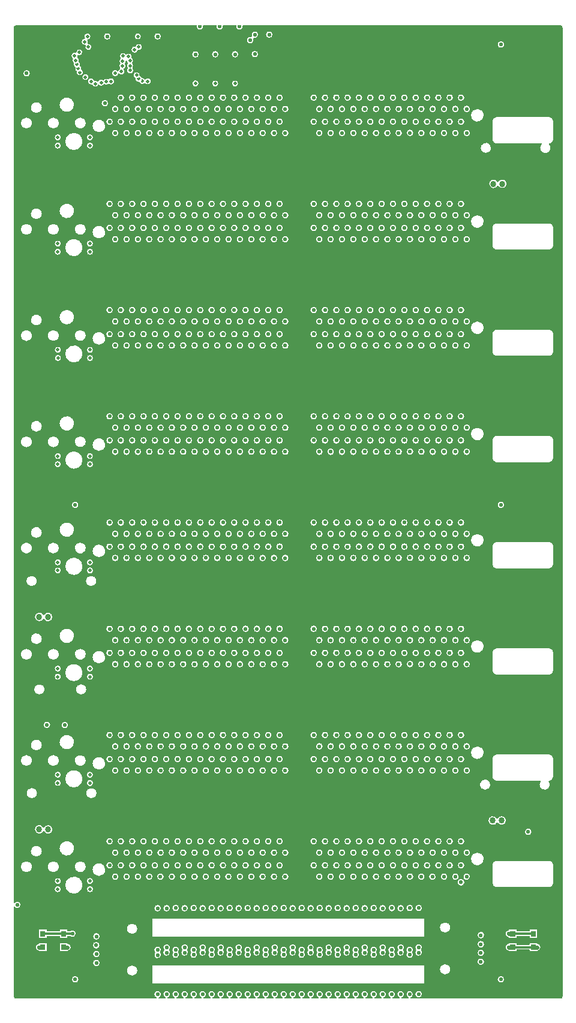
<source format=gbr>
*
%FSLAX26Y26*%
%MOIN*%
%ADD10C,0.179665*%
%ADD11C,0.033996*%
%ADD12C,0.022185*%
%ADD13R,0.028091X0.028091*%
%ADD14C,0.018248*%
%ADD15C,0.019862*%
%ADD16C,0.012343*%
%ADD17C,0.020000*%
%ADD18C,0.001634*%
%ADD19C,0.001594*%
%ADD20C,0.001614*%
%ADD21R,0.010100X0.010100*%
%ADD22C,0.005500*%
%IPPOS*%
%LNgbl.gbr*%
%LPD*%
%SRX1Y1I0J0*%
G01*
G75*
G36*
X11011Y544683D02*
X11013Y619512D01*
X238808D01*
G03X272658Y619512I16925J0D01*
G01X302981D01*
G03X387485Y619512I42252J22580D01*
G01X417808D01*
G03X451658Y619512I16925J0D01*
G01X3059788D01*
X3059787Y515008D01*
X2278536D01*
G03X2242330Y515008I-18103J0D01*
G01X2228536D01*
G03X2192331Y515008I-18102J0D01*
G01X2178468D01*
G03X2142379Y514697I-18035J-1275D01*
G01X2129694D01*
G03X2093489Y514697I-18102J0D01*
G01X2078487D01*
G03X2042398Y515008I-18054J-964D01*
G01X2028535D01*
G03X1992331Y515008I-18102J0D01*
G01X1978468D01*
G03X1942398Y515008I-18035J-1275D01*
G01X1928535D01*
G03X1892331Y515008I-18102J0D01*
G01X1878468D01*
G03X1842398Y515008I-18035J-1275D01*
G01X1828535D01*
G03X1792331Y515008I-18102J0D01*
G01X1778468D01*
G03X1742398Y515008I-18035J-1275D01*
G01X1728535D01*
G03X1692331Y515008I-18102J0D01*
G01X1678468D01*
G03X1642398Y515008I-18035J-1275D01*
G01X1628535D01*
G03X1592331Y515008I-18102J0D01*
G01X1578468D01*
G03X1542398Y515008I-18035J-1275D01*
G01X1528535D01*
G03X1492331Y515008I-18102J0D01*
G01X1478468D01*
G03X1442398Y515008I-18035J-1275D01*
G01X1428535D01*
G03X1392331Y515008I-18102J0D01*
G01X1378468D01*
G03X1342376Y514635I-18035J-1275D01*
G01X1328536D01*
G03X1292331Y514635I-18102J0D01*
G01X1278490D01*
G03X1242398Y515008I-18057J-902D01*
G01X1228535D01*
G03X1192331Y515008I-18102J0D01*
G01X1178468D01*
G03X1142398Y515008I-18035J-1275D01*
G01X1128535D01*
G03X1092331Y515008I-18102J0D01*
G01X1078468D01*
G03X1042398Y515008I-18035J-1275D01*
G01X1028535D01*
G03X992331Y515008I-18102J0D01*
G01X978468D01*
G03X942398Y515008I-18035J-1275D01*
G01X928535D01*
G03X892331Y515008I-18102J0D01*
G01X878468D01*
G03X842353Y513733I-18035J-1275D01*
G01X828513D01*
G03X792354Y513733I-18079J0D01*
G01X11028D01*
Y520378D01*
G02X12621Y522019I1972J-321D01*
G01X12686Y522032D01*
X12748Y522052D01*
G02X15900Y521585I1115J-3345D01*
G01X18391Y519040D01*
X18420Y519015D01*
G03X42534Y519015I12057J13734D01*
G01X42537Y519017D01*
X42539Y519019D01*
G03X16142Y543509I-12025J13510D01*
G02X15027Y542942I-1517J1603D01*
G01X13664Y542874D01*
X13567Y542849D01*
G02X11011Y544683I-510J1988D01*
G37*
G36*
X11013Y619512D02*
G01Y642092D01*
X297326D01*
G03X302981Y619512I47907J-0D01*
G01X272658D01*
G03X238808Y619512I-16925J0D01*
G01X11013D01*
G37*
G36*
Y642092D02*
Y664797D01*
X239108D01*
G03X272958Y664797I16925J0D01*
G01X303048D01*
G03X297326Y642092I42185J-22705D01*
G01X11013D01*
G37*
G36*
Y664797D02*
X11015Y744077D01*
X51327D01*
G03X111739Y744077I30206J0D01*
G01X200927D01*
G03X261339Y744077I30206J0D01*
G01X350527D01*
G03X406496Y728308I30206J0D01*
G01X449088D01*
G03X519379Y728308I35146J0D01*
G01X2671559D01*
X2671558Y689029D01*
X2545627D01*
G03X2509472Y689081I-18077J0D01*
G01X2482698D01*
G03X2446469Y689081I-18114J0D01*
G01X2419731D01*
G03X2383526Y689057I-18102J-24D01*
G01X2355147D01*
G03X2318944Y689025I-18101J-187D01*
G01X2293670D01*
G03X2257526Y689772I-18080J0D01*
G01X2230678D01*
G03X2194519Y689772I-18079J0D01*
G01X2167671D01*
G03X2131526Y689025I-18065J-746D01*
G01X2104694D01*
G03X2068534Y689025I-18080J0D01*
G01X2041702D01*
G03X2005542Y689025I-18080J0D01*
G01X1978710D01*
G03X1942550Y689025I-18080J0D01*
G01X1915718D01*
G03X1879558Y689025I-18080J0D01*
G01X1852726D01*
G03X1816566Y689025I-18080J0D01*
G01X1789734D01*
G03X1753574Y689025I-18080J0D01*
G01X1726741D01*
G03X1690581Y689025I-18080J0D01*
G01X1537788D01*
G03X1501582Y688932I-18103J-93D01*
G01X1474796D01*
G03X1438590Y688932I-18103J0D01*
G01X1411803D01*
G03X1375598Y689025I-18103J0D01*
G01X1348788D01*
G03X1312629Y689025I-18079J0D01*
G01X1285797D01*
G03X1249637Y689025I-18080J0D01*
G01X1221819D01*
G03X1185659Y689025I-18080J0D01*
G01X1159812D01*
G03X1123652Y689025I-18080J0D01*
G01X1095835D01*
G03X1059675Y689025I-18080J0D01*
G01X1033828D01*
G03X997668Y689025I-18080J0D01*
G01X969851D01*
G03X933691Y689025I-18080J0D01*
G01X907844D01*
G03X871684Y689025I-18080J0D01*
G01X843867D01*
G03X807707Y689025I-18080J0D01*
G01X781860D01*
G03X745700Y689025I-18080J0D01*
G01X718867D01*
G03X682707Y689025I-18080J0D01*
G01X655875D01*
G03X619715Y689025I-18080J0D01*
G01X592883D01*
G03X556723Y689025I-18080J0D01*
G01X354842D01*
G03X303048Y664797I-9609J-46933D01*
G01X272958D01*
G03X239108Y664797I-16925J0D01*
G01X11013D01*
G37*
G36*
X11015Y744077D02*
X11016Y787402D01*
X2551488D01*
G03X2599244Y754597I35145J-0D01*
G01X2671557D01*
G03X2671559Y754270I22663J-27D01*
G01Y751946D01*
X2514165D01*
G03X2477960Y751946I-18102J0D01*
G01X2451174D01*
G03X2414968Y751946I-18103J0D01*
G01X2388181D01*
G03X2351976Y751946I-18102J0D01*
G01X2325189D01*
G03X2288984Y751946I-18102J0D01*
G01X2262197D01*
G03X2225992Y751946I-18102J0D01*
G01X2199205D01*
G03X2163000Y751946I-18102J0D01*
G01X2136213D01*
G03X2100008Y751946I-18102J0D01*
G01X2073221D01*
G03X2037015Y751946I-18103J0D01*
G01X2010229D01*
G03X1974023Y751946I-18103J0D01*
G01X1947237D01*
G03X1911031Y751946I-18103J0D01*
G01X1884244D01*
G03X1848039Y751946I-18102J0D01*
G01X1821252D01*
G03X1785047Y751946I-18102J0D01*
G01X1758260D01*
G03X1722055Y751946I-18102J0D01*
G01X1695268D01*
G03X1659063Y751946I-18102J0D01*
G01X1506292D01*
G03X1470086Y751946I-18103J0D01*
G01X1443300D01*
G03X1407094Y751946I-18103J0D01*
G01X1380307D01*
G03X1344102Y751946I-18102J0D01*
G01X1317315D01*
G03X1281110Y751946I-18102J0D01*
G01X1254323D01*
G03X1218118Y751946I-18102J0D01*
G01X1191331D01*
G03X1155126Y751946I-18102J0D01*
G01X1128339D01*
G03X1092134Y751946I-18102J0D01*
G01X1065347D01*
G03X1029141Y751946I-18103J0D01*
G01X1002355D01*
G03X966149Y751946I-18103J0D01*
G01X939363D01*
G03X903157Y751946I-18103J0D01*
G01X876370D01*
G03X840165Y751946I-18102J0D01*
G01X813378D01*
G03X777173Y751946I-18102J0D01*
G01X750386D01*
G03X714181Y751946I-18102J0D01*
G01X687394D01*
G03X651189Y751946I-18102J0D01*
G01X624402D01*
G03X588197Y751946I-18102J0D01*
G01X561410D01*
G03X525204Y751946I-18103J0D01*
G01X510242D01*
G03X452824Y744077I-26009J-23638D01*
G01X410939D01*
G03X350527Y744077I-30206J0D01*
G01X261339D01*
G03X200927Y744077I-30206J0D01*
G01X111739D01*
G03X51327Y744077I-30206J0D01*
G01X11015D01*
G37*
G36*
X11016Y787402D02*
Y830697D01*
X106404D01*
G03X166862Y830697I30229J0D01*
G01X268973D01*
G03X338541Y822859I36960J15396D01*
G01X556700D01*
G03X592906Y822859I18103J0D01*
G01X619693D01*
G03X655898Y822859I18103J0D01*
G01X682685D01*
G03X718890Y822859I18102J0D01*
G01X745677D01*
G03X781882Y822859I18103J0D01*
G01X808669D01*
G03X844874Y822859I18103J0D01*
G01X871661D01*
G03X907866Y822859I18103J0D01*
G01X934653D01*
G03X970859Y822859I18103J0D01*
G01X997645D01*
G03X1033851Y822859I18103J0D01*
G01X1060638D01*
G03X1096843Y822859I18103J0D01*
G01X1123630D01*
G03X1159835Y822859I18103J0D01*
G01X1186622D01*
G03X1222827Y822859I18102J0D01*
G01X1249614D01*
G03X1285819Y822859I18103J0D01*
G01X1312606D01*
G03X1348811Y822859I18103J0D01*
G01X1375598D01*
G03X1411803Y822797I18103J0D01*
G01X1438590D01*
G03X1474796Y822797I18103J0D01*
G01X1501582D01*
G03X1537788Y822797I18103J0D01*
G01X1690559D01*
G03X1726764Y822859I18102J62D01*
G01X1753551D01*
G03X1789756Y822859I18103J0D01*
G01X1816543D01*
G03X1852748Y822859I18103J0D01*
G01X1879535D01*
G03X1915740Y822859I18102J0D01*
G01X1942527D01*
G03X1978733Y822859I18103J0D01*
G01X2005519D01*
G03X2041725Y822859I18103J0D01*
G01X2068512D01*
G03X2104717Y822859I18103J0D01*
G01X2131504D01*
G03X2167709Y822802I18102J0D01*
G01X2194498D01*
G03X2230699Y822802I18100J0D01*
G01X2257488D01*
G03X2293693Y822859I18102J57D01*
G01X2320480D01*
G03X2356685Y822859I18103J0D01*
G01X2383472D01*
G03X2419677Y822859I18102J0D01*
G01X2446464D01*
G03X2482670Y822859I18103J0D01*
G01X2509456D01*
G03X2545661Y822859I18103J0D01*
G01X3059791D01*
Y787402D01*
X2621779D01*
G03X2551488Y787402I-35145J0D01*
G01X11016D01*
G37*
G36*
Y830697D02*
X11019Y951808D01*
X128793D01*
G03X137874Y933018I23980J0D01*
G03X167452Y932883I14874J18596D01*
G03X173016Y938989I-11074J15679D01*
G01X173360Y939484D01*
G02X174474Y941205I4357J-1599D01*
G02X180514Y940648I2738J-3341D01*
G03X221365Y938000I21235J11161D01*
G01X2850992D01*
G03X2887197Y938000I18103J0D01*
G01X3059793D01*
X3059792Y885779D01*
X2514143D01*
G03X2477983Y885779I-18080J0D01*
G01X2451151D01*
G03X2414991Y885779I-18080J0D01*
G01X2388159D01*
G03X2351999Y885779I-18080J0D01*
G01X2325167D01*
G03X2289007Y885779I-18080J0D01*
G01X2262175D01*
G03X2226014Y885779I-18081J0D01*
G01X2199182D01*
G03X2163022Y885779I-18080J0D01*
G01X2136190D01*
G03X2100030Y885779I-18080J0D01*
G01X2073198D01*
G03X2037038Y885779I-18080J0D01*
G01X2010206D01*
G03X1974046Y885779I-18080J0D01*
G01X1947214D01*
G03X1911054Y885779I-18080J0D01*
G01X1884222D01*
G03X1848062Y885779I-18080J0D01*
G01X1821230D01*
G03X1785070Y885779I-18080J0D01*
G01X1758238D01*
G03X1722077Y885779I-18081J0D01*
G01X1695245D01*
G03X1659085Y885779I-18080J0D01*
G01X1506269D01*
G03X1470109Y885779I-18080J0D01*
G01X1443277D01*
G03X1407117Y885779I-18080J0D01*
G01X1380285D01*
G03X1344125Y885779I-18080J0D01*
G01X1317293D01*
G03X1281133Y885779I-18080J0D01*
G01X1254300D01*
G03X1218140Y885779I-18080J0D01*
G01X1191308D01*
G03X1155148Y885779I-18080J0D01*
G01X1128316D01*
G03X1092156Y885779I-18080J0D01*
G01X1065324D01*
G03X1029164Y885779I-18080J0D01*
G01X1002332D01*
G03X966172Y885779I-18080J0D01*
G01X939340D01*
G03X903180Y885779I-18080J0D01*
G01X876348D01*
G03X840188Y885779I-18080J0D01*
G01X813356D01*
G03X777196Y885779I-18080J0D01*
G01X750363D01*
G03X714203Y885779I-18080J0D01*
G01X687371D01*
G03X651211Y885779I-18080J0D01*
G01X624379D01*
G03X588219Y885779I-18080J0D01*
G01X561387D01*
G03X525227Y885779I-18080J0D01*
G01X311228D01*
G03X265895Y846092I-5295J-39687D01*
G01X162648D01*
G03X106404Y830697I-26015J-15396D01*
G01X11016D01*
G37*
G36*
X11019Y951808D02*
Y1001007D01*
X2648495D01*
G03X2657961Y981922I23972J0D01*
G03X2662285Y979290I9345J10484D01*
G03X2668340Y977351I9075J17914D01*
G01X2671173Y977031D01*
G03X2682611Y979297I1651J21665D01*
G01X2683239Y979561D01*
X2686446Y981505D01*
X2687137Y982086D01*
G03X2692278Y987507I-10650J15249D01*
G01X2693065Y988714D01*
G02X2693962Y990212I2116J-250D01*
G02X2700199Y989841I2933J-3305D01*
G03X2745439Y1000967I21252J11125D01*
G01X3059794D01*
X3059793Y938000D01*
X2887197D01*
G03X2857389Y951809I-18103J-0D01*
G01X225738D01*
G03X221331Y965667I-23989J1D01*
G03X187189Y970806I-19528J-13757D01*
G03X182480Y966036I11628J-16188D01*
G01X181143Y964059D01*
G02X175391Y961922I-3745J1272D01*
G02X174062Y962843I376J1962D01*
G03X128793Y951808I-21290J-11035D01*
G01X11019D01*
G37*
G36*
Y1001007D02*
X11022Y1153290D01*
X83588D01*
G03X140078Y1153290I28245J0D01*
G01X414288D01*
G03X470778Y1153290I28245J0D01*
G01X3059797D01*
X3059794Y1000967D01*
X2745439D01*
G03X2706955Y1020079I-23988J-0D01*
G03X2702021Y1015039I10838J-15545D01*
G01X2700820Y1013258D01*
G02X2699922Y1011752I-2118J242D01*
G02X2693676Y1012179I-2913J3284D01*
G03X2648495Y1001007I-21209J-11172D01*
G01X11019D01*
G37*
G36*
X11022Y1153290D02*
X11023Y1210021D01*
X238808D01*
G03X272658Y1210021I16925J0D01*
G01X303005D01*
G03X387461Y1210021I42228J22674D01*
G01X417608D01*
G03X448736Y1200815I16925J-0D01*
G01X2601688D01*
G03X2658178Y1200815I28245J0D01*
G01X2932395D01*
G03X2944189Y1177889I28253J38D01*
G03X2984899Y1215360I16568J22850D01*
G01X2982485Y1218790D01*
G02X2983676Y1221923I1616J1179D01*
G03X3007575Y1244893I1194J22675D01*
G01X3007577Y1345292D01*
X3059800D01*
X3059797Y1153290D01*
X470778D01*
G03X414288Y1153290I-28245J0D01*
G01X140078D01*
G03X83588Y1153290I-28245J0D01*
G01X11022D01*
G37*
G36*
X11023Y1210021D02*
Y1232695D01*
X297303D01*
G03X303005Y1210021I47930J-0D01*
G01X272658D01*
G03X238808Y1210021I-16925J0D01*
G01X11023D01*
G37*
G36*
Y1232695D02*
X11024Y1255306D01*
X239108D01*
G03X272958Y1255306I16925J0D01*
G01X302972D01*
G03X297303Y1232695I42261J-22612D01*
G01X11023D01*
G37*
G36*
X11024Y1255306D02*
X11025Y1334586D01*
X51327D01*
G03X111739Y1334586I30206J0D01*
G01X200927D01*
G03X261339Y1334586I30206J0D01*
G01X350527D01*
G03X406553Y1318911I30206J0D01*
G01X449111D01*
G03X519355Y1318911I35122J0D01*
G01X2671565D01*
X2671575Y1279566D01*
X2545662D01*
G03X2509456Y1279566I-18103J0D01*
G01X2482670D01*
G03X2446464Y1279566I-18103J0D01*
G01X2419677D01*
G03X2383472Y1279566I-18102J0D01*
G01X2356685D01*
G03X2320480Y1279566I-18102J0D01*
G01X2293693D01*
G03X2257503Y1280313I-18103J0D01*
G01X2230701D01*
G03X2194496Y1280313I-18102J0D01*
G01X2167693D01*
G03X2131504Y1279566I-18087J-746D01*
G01X2104717D01*
G03X2068512Y1279566I-18102J0D01*
G01X2041725D01*
G03X2005519Y1279566I-18103J0D01*
G01X1978733D01*
G03X1942527Y1279566I-18103J0D01*
G01X1915740D01*
G03X1879535Y1279566I-18102J0D01*
G01X1852748D01*
G03X1816543Y1279566I-18102J0D01*
G01X1789756D01*
G03X1753551Y1279566I-18102J0D01*
G01X1726764D01*
G03X1690559Y1279566I-18102J0D01*
G01X1537788D01*
G03X1501582Y1279504I-18103J-62D01*
G01X1474796D01*
G03X1438590Y1279504I-18103J0D01*
G01X1411803D01*
G03X1375598Y1279566I-18103J0D01*
G01X1348811D01*
G03X1312606Y1279566I-18102J0D01*
G01X1285819D01*
G03X1249614Y1279566I-18102J0D01*
G01X1222827D01*
G03X1186622Y1279566I-18102J0D01*
G01X1159835D01*
G03X1123630Y1279566I-18102J0D01*
G01X1096843D01*
G03X1060638Y1279566I-18102J0D01*
G01X1033851D01*
G03X997645Y1279566I-18103J0D01*
G01X970859D01*
G03X934653Y1279566I-18103J0D01*
G01X907866D01*
G03X871661Y1279566I-18102J0D01*
G01X844874D01*
G03X808669Y1279566I-18102J0D01*
G01X781882D01*
G03X745677Y1279566I-18102J0D01*
G01X718890D01*
G03X682685Y1279566I-18102J0D01*
G01X655898D01*
G03X619693Y1279566I-18102J0D01*
G01X592906D01*
G03X556700Y1279566I-18103J0D01*
G01X355251D01*
G03X302972Y1255306I-10018J-46871D01*
G01X272958D01*
G03X239108Y1255306I-16925J0D01*
G01X11024D01*
G37*
G36*
X11025Y1334586D02*
X11026Y1378005D01*
X2551511D01*
G03X2599043Y1345149I35122J0D01*
G01X2671557D01*
G03X2671559Y1344843I22664J-7D01*
G01X2671560Y1342486D01*
X2514143D01*
G03X2477983Y1342486I-18080J0D01*
G01X2451151D01*
G03X2414991Y1342486I-18080J0D01*
G01X2388159D01*
G03X2351999Y1342486I-18080J0D01*
G01X2325167D01*
G03X2289007Y1342486I-18080J0D01*
G01X2262175D01*
G03X2226014Y1342486I-18081J0D01*
G01X2199182D01*
G03X2163022Y1342486I-18080J0D01*
G01X2136190D01*
G03X2100030Y1342486I-18080J0D01*
G01X2073198D01*
G03X2037038Y1342486I-18080J0D01*
G01X2010206D01*
G03X1974046Y1342486I-18080J0D01*
G01X1947214D01*
G03X1911054Y1342486I-18080J0D01*
G01X1884222D01*
G03X1848062Y1342486I-18080J0D01*
G01X1821230D01*
G03X1785070Y1342486I-18080J0D01*
G01X1758238D01*
G03X1722077Y1342486I-18081J0D01*
G01X1695245D01*
G03X1659085Y1342486I-18080J0D01*
G01X1506269D01*
G03X1470109Y1342486I-18080J0D01*
G01X1443277D01*
G03X1407117Y1342486I-18080J0D01*
G01X1380285D01*
G03X1344125Y1342486I-18080J0D01*
G01X1317293D01*
G03X1281133Y1342486I-18080J0D01*
G01X1254300D01*
G03X1218140Y1342486I-18080J0D01*
G01X1191308D01*
G03X1155148Y1342486I-18080J0D01*
G01X1128316D01*
G03X1092156Y1342486I-18080J0D01*
G01X1065324D01*
G03X1029164Y1342486I-18080J0D01*
G01X1002332D01*
G03X966172Y1342486I-18080J0D01*
G01X939340D01*
G03X903180Y1342486I-18080J0D01*
G01X876348D01*
G03X840188Y1342486I-18080J0D01*
G01X813356D01*
G03X777196Y1342486I-18080J0D01*
G01X750363D01*
G03X714203Y1342486I-18080J0D01*
G01X687371D01*
G03X651211Y1342486I-18080J0D01*
G01X624379D01*
G03X588219Y1342486I-18080J0D01*
G01X561387D01*
G03X525227Y1342486I-18080J0D01*
G01X510267D01*
G03X452803Y1334586I-26034J-23576D01*
G01X410939D01*
G03X350527Y1334586I-30206J0D01*
G01X261339D01*
G03X200927Y1334586I-30206J0D01*
G01X111739D01*
G03X51327Y1334586I-30206J0D01*
G01X11025D01*
G37*
G36*
X11026Y1378005D02*
X11027Y1421300D01*
X106427D01*
G03X166839Y1421300I30206J0D01*
G01X268934D01*
G03X338585Y1413431I36999J15302D01*
G01X556700D01*
G03X592906Y1413431I18103J0D01*
G01X619693D01*
G03X655898Y1413431I18103J0D01*
G01X682685D01*
G03X718890Y1413431I18102J0D01*
G01X745677D01*
G03X781882Y1413431I18103J0D01*
G01X808669D01*
G03X844874Y1413431I18103J0D01*
G01X871661D01*
G03X907866Y1413431I18103J0D01*
G01X934653D01*
G03X970859Y1413431I18103J0D01*
G01X997645D01*
G03X1033851Y1413431I18103J0D01*
G01X1060638D01*
G03X1096843Y1413431I18103J0D01*
G01X1123630D01*
G03X1159835Y1413431I18103J0D01*
G01X1186622D01*
G03X1222827Y1413431I18102J0D01*
G01X1249614D01*
G03X1285819Y1413431I18103J0D01*
G01X1312606D01*
G03X1348811Y1413431I18103J0D01*
G01X1375598D01*
G03X1411803Y1413337I18103J0D01*
G01X1438613D01*
G03X1474773Y1413337I18080J0D01*
G01X1501605D01*
G03X1537765Y1413337I18080J0D01*
G01X1690559D01*
G03X1726764Y1413431I18102J93D01*
G01X1753551D01*
G03X1789756Y1413431I18103J0D01*
G01X1816543D01*
G03X1852748Y1413431I18103J0D01*
G01X1879535D01*
G03X1915740Y1413431I18102J0D01*
G01X1942527D01*
G03X1978733Y1413431I18103J0D01*
G01X2005519D01*
G03X2041725Y1413431I18103J0D01*
G01X2068512D01*
G03X2104717Y1413431I18103J0D01*
G01X2131504D01*
G03X2167709Y1413337I18103J0D01*
G01X2194519D01*
G03X2230678Y1413337I18080J0D01*
G01X2257488D01*
G03X2293693Y1413431I18102J93D01*
G01X2320480D01*
G03X2356685Y1413431I18103J0D01*
G01X2383472D01*
G03X2419677Y1413431I18102J0D01*
G01X2446464D01*
G03X2482670Y1413431I18103J0D01*
G01X2509456D01*
G03X2545661Y1413431I18103J0D01*
G01X3059801D01*
X3059800Y1378005D01*
X2621755D01*
G03X2551511Y1378005I-35122J0D01*
G01X11026D01*
G37*
G36*
X11027Y1421300D02*
X11029Y1532988D01*
X177330D01*
G03X213508Y1531993I18103J0D01*
G01X276331D01*
G03X312536Y1531993I18103J0D01*
G01X3059802D01*
Y1476351D01*
X2514143D01*
G03X2477983Y1476351I-18080J0D01*
G01X2451151D01*
G03X2414991Y1476351I-18080J0D01*
G01X2388159D01*
G03X2351999Y1476351I-18080J0D01*
G01X2325167D01*
G03X2289007Y1476351I-18080J0D01*
G01X2262175D01*
G03X2226014Y1476351I-18081J0D01*
G01X2199182D01*
G03X2163022Y1476351I-18080J0D01*
G01X2136190D01*
G03X2100030Y1476351I-18080J0D01*
G01X2073198D01*
G03X2037038Y1476351I-18080J0D01*
G01X2010206D01*
G03X1974046Y1476351I-18080J0D01*
G01X1947214D01*
G03X1911054Y1476351I-18080J0D01*
G01X1884222D01*
G03X1848062Y1476351I-18080J0D01*
G01X1821230D01*
G03X1785070Y1476351I-18080J0D01*
G01X1758238D01*
G03X1722077Y1476351I-18081J0D01*
G01X1695245D01*
G03X1659085Y1476351I-18080J0D01*
G01X1506269D01*
G03X1470109Y1476351I-18080J0D01*
G01X1443277D01*
G03X1407117Y1476351I-18080J0D01*
G01X1380285D01*
G03X1344125Y1476351I-18080J0D01*
G01X1317293D01*
G03X1281133Y1476351I-18080J0D01*
G01X1254300D01*
G03X1218140Y1476351I-18080J0D01*
G01X1191308D01*
G03X1155148Y1476351I-18080J0D01*
G01X1128316D01*
G03X1092156Y1476351I-18080J0D01*
G01X1065324D01*
G03X1029164Y1476351I-18080J0D01*
G01X1002332D01*
G03X966172Y1476351I-18080J0D01*
G01X939340D01*
G03X903180Y1476351I-18080J0D01*
G01X876348D01*
G03X840188Y1476351I-18080J0D01*
G01X813356D01*
G03X777196Y1476351I-18080J0D01*
G01X750363D01*
G03X714203Y1476351I-18080J0D01*
G01X687371D01*
G03X651211Y1476351I-18080J0D01*
G01X624379D01*
G03X588219Y1476351I-18080J0D01*
G01X561387D01*
G03X525227Y1476351I-18080J0D01*
G01X310739D01*
G03X265895Y1436602I-4806J-39749D01*
G01X162676D01*
G03X106427Y1421300I-26043J-15302D01*
G01X11027D01*
G37*
G36*
X11028Y22667D02*
Y95339D01*
X2290161D01*
Y118111D01*
X2699361D01*
G03X2735521Y118111I18080J0D01*
G01X3059780D01*
X3059779Y36201D01*
X2278428D01*
G03X2242240Y36201I-18094J0D01*
G01X2228491D01*
G03X2200206Y20151I-18053J-1134D01*
G03X2205616Y17513I7872J9278D01*
G02X2206872Y11866I-2267J-3467D01*
G02X2205760Y11122I-1605J1195D01*
G01X2197672Y11068D01*
Y11092D01*
X2173735D01*
X2173702Y11055D01*
X2165251Y11123D01*
G02X2163610Y12895I347J1967D01*
G01X2163602Y12977D01*
X2163581Y13056D01*
G02X2166777Y18097I3919J1049D01*
G01X2166920Y18122D01*
X2170092Y19718D01*
X2172134Y21219D01*
X2172160Y21241D01*
G03X2150205Y20152I-11690J13820D01*
G03X2155616Y17513I7873J9276D01*
G02X2156872Y11866I-2267J-3467D01*
G02X2155760Y11122I-1605J1195D01*
G01X2147672Y11068D01*
Y11092D01*
X2123734D01*
X2123701Y11055D01*
X2115251Y11123D01*
G02X2113610Y12895I347J1967D01*
G01X2113602Y12977D01*
X2113581Y13056D01*
G02X2116777Y18097I3919J1049D01*
G01X2116920Y18122D01*
X2120092Y19718D01*
X2122134Y21219D01*
X2122160Y21241D01*
G03X2100205Y20152I-11690J13820D01*
G03X2105616Y17513I7873J9276D01*
G02X2106872Y11866I-2267J-3467D01*
G02X2105760Y11122I-1605J1195D01*
G01X2097672Y11068D01*
Y11092D01*
X2073734D01*
X2073701Y11055D01*
X2065251Y11123D01*
G02X2063610Y12895I347J1967D01*
G01X2063602Y12977D01*
X2063581Y13056D01*
G02X2066777Y18097I3919J1049D01*
G01X2066920Y18122D01*
X2070092Y19718D01*
X2072134Y21219D01*
X2072160Y21241D01*
G03X2050205Y20152I-11690J13820D01*
G03X2055616Y17513I7873J9276D01*
G02X2056872Y11866I-2267J-3467D01*
G02X2055760Y11122I-1605J1195D01*
G01X2047672Y11068D01*
Y11092D01*
X2023735D01*
X2023702Y11055D01*
X2015251Y11123D01*
G02X2013610Y12895I347J1967D01*
G01X2013602Y12977D01*
X2013581Y13056D01*
G02X2016777Y18097I3919J1049D01*
G01X2016920Y18122D01*
X2020092Y19718D01*
X2022134Y21219D01*
X2022160Y21241D01*
G03X2000205Y20152I-11690J13820D01*
G03X2005616Y17513I7873J9276D01*
G02X2006872Y11866I-2267J-3467D01*
G02X2005760Y11122I-1605J1195D01*
G01X1997672Y11068D01*
Y11092D01*
X1973734D01*
X1973701Y11055D01*
X1965251Y11123D01*
G02X1963610Y12895I347J1967D01*
G01X1963602Y12977D01*
X1963581Y13056D01*
G02X1966777Y18097I3919J1049D01*
G01X1966920Y18122D01*
X1970092Y19718D01*
X1972134Y21219D01*
X1972160Y21241D01*
G03X1950205Y20152I-11690J13820D01*
G03X1955616Y17513I7873J9276D01*
G02X1956872Y11866I-2267J-3467D01*
G02X1955760Y11122I-1605J1195D01*
G01X1947672Y11068D01*
Y11092D01*
X1923734D01*
X1923701Y11055D01*
X1915251Y11123D01*
G02X1913610Y12895I347J1967D01*
G01X1913602Y12977D01*
X1913581Y13056D01*
G02X1916777Y18097I3919J1049D01*
G01X1916920Y18122D01*
X1920092Y19718D01*
X1922134Y21219D01*
X1922160Y21241D01*
G03X1900205Y20152I-11690J13820D01*
G03X1905616Y17513I7873J9276D01*
G02X1906872Y11866I-2267J-3467D01*
G02X1905760Y11122I-1605J1195D01*
G01X1897672Y11068D01*
Y11092D01*
X1873734D01*
X1873701Y11055D01*
X1865251Y11123D01*
G02X1863610Y12895I347J1967D01*
G01X1863602Y12977D01*
X1863581Y13056D01*
G02X1866777Y18097I3919J1049D01*
G01X1866920Y18122D01*
X1870092Y19718D01*
X1872134Y21219D01*
X1872160Y21241D01*
G03X1850205Y20152I-11690J13820D01*
G03X1855616Y17513I7873J9276D01*
G02X1856872Y11866I-2267J-3467D01*
G02X1855760Y11122I-1605J1195D01*
G01X1847672Y11068D01*
Y11092D01*
X1823734D01*
X1823701Y11055D01*
X1815251Y11123D01*
G02X1813610Y12895I347J1967D01*
G01X1813602Y12977D01*
X1813581Y13056D01*
G02X1816777Y18097I3919J1049D01*
G01X1816920Y18122D01*
X1820092Y19718D01*
X1822133Y21218D01*
X1822160Y21241D01*
G03X1800205Y20152I-11690J13820D01*
G03X1805616Y17513I7873J9276D01*
G02X1806872Y11866I-2267J-3467D01*
G02X1805763Y11123I-1604J1196D01*
G01X1764197D01*
G02X1762947Y12082I494J1937D01*
G02X1764981Y17880I3833J1911D01*
G03X1770387Y20348I-3481J14781D01*
G03X1772878Y22298I-4631J8482D01*
G03X1747022Y47494I-12416J13123D01*
G03X1756280Y17709I13436J-12155D01*
G02X1757897Y12025I-2454J-3770D01*
G02X1756679Y11122I-1712J1036D01*
G01X1748205Y11067D01*
Y11092D01*
X1723734D01*
X1723701Y11055D01*
X1715250Y11123D01*
G02X1713610Y12895I347J1966D01*
G01X1713602Y12977D01*
X1713581Y13056D01*
G02X1716777Y18097I3919J1049D01*
G01X1716920Y18122D01*
X1720088Y19716D01*
X1721900Y21024D01*
X1721923Y21043D01*
G03X1700205Y20152I-11453J14027D01*
G03X1705616Y17513I7873J9276D01*
G02X1706872Y11866I-2267J-3467D01*
G02X1705760Y11122I-1605J1195D01*
G01X1697672Y11068D01*
Y11092D01*
X1673734D01*
X1673701Y11055D01*
X1665251Y11123D01*
G02X1663610Y12895I347J1967D01*
G01X1663602Y12977D01*
X1663581Y13056D01*
G02X1666777Y18097I3919J1049D01*
G01X1666920Y18122D01*
X1670092Y19718D01*
X1672134Y21219D01*
X1672160Y21241D01*
G03X1650205Y20152I-11690J13820D01*
G03X1655616Y17513I7873J9276D01*
G02X1656872Y11866I-2267J-3467D01*
G02X1655760Y11122I-1605J1195D01*
G01X1647672Y11068D01*
Y11092D01*
X1623734D01*
X1623701Y11055D01*
X1615251Y11123D01*
G02X1613610Y12895I347J1967D01*
G01X1613602Y12977D01*
X1613581Y13056D01*
G02X1616777Y18097I3919J1049D01*
G01X1616920Y18122D01*
X1620092Y19718D01*
X1622134Y21219D01*
X1622160Y21241D01*
G03X1600205Y20152I-11690J13820D01*
G03X1605616Y17513I7873J9276D01*
G02X1606872Y11866I-2267J-3467D01*
G02X1605760Y11122I-1605J1195D01*
G01X1597672Y11068D01*
Y11092D01*
X1573734D01*
X1573701Y11055D01*
X1565251Y11123D01*
G02X1563610Y12895I347J1967D01*
G01X1563602Y12977D01*
X1563581Y13056D01*
G02X1566777Y18097I3919J1049D01*
G01X1566920Y18122D01*
X1570092Y19718D01*
X1572134Y21219D01*
X1572160Y21241D01*
G03X1550205Y20152I-11690J13820D01*
G03X1555616Y17513I7873J9276D01*
G02X1556872Y11866I-2267J-3467D01*
G02X1555760Y11122I-1605J1195D01*
G01X1547672Y11068D01*
Y11092D01*
X1523734D01*
X1523701Y11055D01*
X1515251Y11123D01*
G02X1513610Y12895I347J1967D01*
G01X1513602Y12977D01*
X1513581Y13056D01*
G02X1516777Y18097I3919J1049D01*
G01X1516920Y18122D01*
X1520092Y19718D01*
X1522134Y21219D01*
X1522160Y21241D01*
G03X1500205Y20152I-11690J13820D01*
G03X1505616Y17513I7873J9276D01*
G02X1506872Y11866I-2267J-3467D01*
G02X1505760Y11122I-1605J1195D01*
G01X1497672Y11068D01*
Y11092D01*
X1473734D01*
X1473701Y11055D01*
X1465251Y11123D01*
G02X1463610Y12895I347J1967D01*
G01X1463602Y12977D01*
X1463581Y13056D01*
G02X1466777Y18097I3919J1049D01*
G01X1466920Y18122D01*
X1470092Y19718D01*
X1472134Y21219D01*
X1472160Y21241D01*
G03X1450205Y20152I-11690J13820D01*
G03X1455616Y17513I7873J9276D01*
G02X1456872Y11866I-2267J-3467D01*
G02X1455760Y11122I-1605J1195D01*
G01X1447672Y11068D01*
Y11092D01*
X1423734D01*
X1423701Y11055D01*
X1415251Y11123D01*
G02X1413610Y12895I347J1967D01*
G01X1413602Y12977D01*
X1413581Y13056D01*
G02X1416777Y18097I3919J1049D01*
G01X1416920Y18122D01*
X1420092Y19718D01*
X1422134Y21219D01*
X1422160Y21241D01*
G03X1400205Y20152I-11690J13820D01*
G03X1405616Y17513I7873J9276D01*
G02X1406872Y11866I-2267J-3467D01*
G02X1405760Y11122I-1605J1195D01*
G01X1397672Y11068D01*
Y11092D01*
X1373734D01*
X1373701Y11055D01*
X1365251Y11123D01*
G02X1363610Y12895I347J1967D01*
G01X1363602Y12977D01*
X1363581Y13056D01*
G02X1366777Y18097I3919J1049D01*
G01X1366920Y18122D01*
X1370092Y19718D01*
X1372134Y21219D01*
X1372160Y21241D01*
G03X1350205Y20152I-11690J13820D01*
G03X1355616Y17513I7873J9276D01*
G02X1356872Y11866I-2267J-3467D01*
G02X1355760Y11122I-1605J1195D01*
G01X1347672Y11068D01*
Y11092D01*
X1323734D01*
X1323701Y11055D01*
X1315251Y11123D01*
G02X1313610Y12895I347J1967D01*
G01X1313602Y12977D01*
X1313581Y13056D01*
G02X1316777Y18097I3919J1049D01*
G01X1316920Y18122D01*
X1320092Y19718D01*
X1322134Y21219D01*
X1322160Y21241D01*
G03X1300205Y20152I-11690J13820D01*
G03X1305616Y17513I7873J9276D01*
G02X1306872Y11866I-2267J-3467D01*
G02X1305760Y11122I-1605J1195D01*
G01X1297672Y11068D01*
Y11092D01*
X1273734D01*
X1273701Y11055D01*
X1265251Y11123D01*
G02X1263610Y12895I347J1967D01*
G01X1263602Y12977D01*
X1263581Y13056D01*
G02X1266777Y18097I3919J1049D01*
G01X1266920Y18122D01*
X1270092Y19718D01*
X1272134Y21219D01*
X1272160Y21241D01*
G03X1250205Y20152I-11690J13820D01*
G03X1255616Y17513I7873J9276D01*
G02X1256872Y11866I-2267J-3467D01*
G02X1255760Y11122I-1605J1195D01*
G01X1247672Y11068D01*
Y11092D01*
X1223734D01*
X1223701Y11055D01*
X1215251Y11123D01*
G02X1213610Y12895I347J1967D01*
G01X1213602Y12977D01*
X1213581Y13056D01*
G02X1216777Y18097I3919J1049D01*
G01X1216920Y18122D01*
X1220092Y19718D01*
X1222134Y21219D01*
X1222160Y21241D01*
G03X1200205Y20152I-11690J13820D01*
G03X1205616Y17513I7873J9276D01*
G02X1206872Y11866I-2267J-3467D01*
G02X1205760Y11122I-1605J1195D01*
G01X1197672Y11068D01*
Y11092D01*
X1173734D01*
X1173701Y11055D01*
X1165251Y11123D01*
G02X1163610Y12895I347J1967D01*
G01X1163602Y12977D01*
X1163581Y13056D01*
G02X1166777Y18097I3919J1049D01*
G01X1166920Y18122D01*
X1170092Y19718D01*
X1172134Y21219D01*
X1172160Y21241D01*
G03X1150205Y20152I-11690J13820D01*
G03X1155616Y17513I7873J9276D01*
G02X1156872Y11866I-2267J-3467D01*
G02X1155760Y11122I-1605J1195D01*
G01X1147672Y11068D01*
Y11092D01*
X1123735D01*
X1123702Y11055D01*
X1115251Y11123D01*
G02X1113610Y12895I347J1967D01*
G01X1113602Y12977D01*
X1113581Y13056D01*
G02X1116777Y18097I3919J1049D01*
G01X1116920Y18122D01*
X1120092Y19718D01*
X1122134Y21219D01*
X1122160Y21241D01*
G03X1100205Y20152I-11690J13820D01*
G03X1105616Y17513I7873J9276D01*
G02X1106872Y11866I-2267J-3467D01*
G02X1105760Y11122I-1605J1195D01*
G01X1097672Y11068D01*
Y11092D01*
X1073734D01*
X1073701Y11055D01*
X1065251Y11123D01*
G02X1063610Y12895I347J1967D01*
G01X1063602Y12977D01*
X1063581Y13056D01*
G02X1066777Y18097I3919J1049D01*
G01X1066920Y18122D01*
X1070092Y19718D01*
X1072134Y21219D01*
X1072160Y21241D01*
G03X1050205Y20152I-11690J13820D01*
G03X1055616Y17513I7873J9276D01*
G02X1056872Y11866I-2267J-3467D01*
G02X1055760Y11122I-1605J1195D01*
G01X1047672Y11068D01*
Y11092D01*
X1023734D01*
X1023701Y11055D01*
X1015251Y11123D01*
G02X1013610Y12895I347J1967D01*
G01X1013602Y12977D01*
X1013581Y13056D01*
G02X1016777Y18097I3919J1049D01*
G01X1016920Y18122D01*
X1020092Y19718D01*
X1022134Y21219D01*
X1022160Y21241D01*
G03X1000205Y20152I-11690J13820D01*
G03X1005616Y17513I7873J9276D01*
G02X1006872Y11866I-2267J-3467D01*
G02X1005760Y11122I-1605J1195D01*
G01X997672Y11068D01*
Y11092D01*
X973734D01*
X973701Y11055D01*
X965251Y11123D01*
G02X963610Y12895I347J1967D01*
G01X963602Y12977D01*
X963581Y13056D01*
G02X966777Y18097I3919J1049D01*
G01X966920Y18122D01*
X970092Y19718D01*
X972134Y21219D01*
X972160Y21241D01*
G03X950205Y20152I-11690J13820D01*
G03X955616Y17513I7873J9276D01*
G02X956872Y11866I-2267J-3467D01*
G02X955760Y11122I-1605J1195D01*
G01X947672Y11068D01*
Y11092D01*
X923734D01*
X923701Y11055D01*
X915251Y11123D01*
G02X913610Y12895I347J1967D01*
G01X913602Y12977D01*
X913581Y13056D01*
G02X916777Y18097I3919J1049D01*
G01X916920Y18122D01*
X920092Y19718D01*
X922134Y21219D01*
X922160Y21241D01*
G03X900205Y20152I-11690J13820D01*
G03X905616Y17513I7873J9276D01*
G02X906872Y11866I-2267J-3467D01*
G02X905760Y11122I-1605J1195D01*
G01X897672Y11068D01*
Y11092D01*
X873734D01*
X873701Y11055D01*
X865251Y11123D01*
G02X863610Y12895I347J1967D01*
G01X863602Y12977D01*
X863581Y13056D01*
G02X866777Y18097I3919J1049D01*
G01X866920Y18122D01*
X870092Y19718D01*
X872134Y21219D01*
X872160Y21241D01*
G03X850205Y20152I-11690J13820D01*
G03X855616Y17513I7873J9276D01*
G02X856872Y11866I-2267J-3467D01*
G02X855760Y11122I-1605J1195D01*
G01X847672Y11068D01*
Y11092D01*
X823734D01*
X823701Y11055D01*
X815270Y11122D01*
X815081Y11160D01*
G02X813683Y12522I517J1929D01*
G01X813678Y12539D01*
X813671Y12559D01*
G02X816943Y18160I4067J1380D01*
G01X817019Y18174D01*
X817091Y18200D01*
G03X820603Y20117I-4173J11819D01*
G03X823151Y22183I-5623J9539D01*
G03X805330Y17651I-12761J12877D01*
G02X807011Y12080I-2008J-3645D01*
G02X805757Y11092I-1773J961D01*
G01X23151D01*
Y11154D01*
X21913D01*
G02X11028Y22667I1749J12555D01*
G37*
G36*
Y95339D02*
G01Y118111D01*
X334203D01*
G03X370363Y118111I18080J0D01*
G01X780689D01*
X780683Y95339D01*
X11028D01*
G37*
G36*
Y118111D02*
Y167097D01*
X640688D01*
G03X697178Y167097I28245J0D01*
G01X780701D01*
X780689Y118111D01*
X370363D01*
G03X334203Y118111I-18080J0D01*
G01X11028D01*
G37*
G36*
Y167097D02*
Y209458D01*
X452015D01*
G03X488221Y209458I18103J0D01*
G01X2589222D01*
G03X2624025Y216332I16723J6874D01*
G01X3059782D01*
X3059781Y174001D01*
X2435378D01*
G03X2378888Y174001I-28245J0D01*
G01X2290161D01*
Y193494D01*
X2290032Y194689D01*
X932475Y194720D01*
X780853Y194689D01*
X780707Y193568D01*
X780701Y167097D01*
X697178D01*
G03X640688Y167097I-28245J0D01*
G01X11028D01*
G37*
G36*
Y209458D02*
Y258662D01*
X452015D01*
G03X488221Y258662I18103J0D01*
G01X793058D01*
G03X795113Y244186I17379J-4917D01*
G03X798401Y240285I11887J6683D01*
G03X801355Y238091I8675J8595D01*
G01X803427Y237050D01*
X806492Y236075D01*
G03X828526Y253737I3938J17662D01*
G01X848399D01*
G03X857497Y249430I11134J11757D01*
G03X873654Y255012I2886J17820D01*
G01X892367D01*
G03X892755Y251290I18071J2D01*
G03X899591Y240553I16179J2756D01*
G03X904199Y238036I8206J9547D01*
G01X904611Y237846D01*
G03X928104Y251257I5810J17105D01*
G03X928572Y255199I-16379J3943D01*
G01X946889D01*
G03X947715Y254358I11425J10394D01*
G01X947981Y254148D01*
G03X957497Y249430I11553J11346D01*
G03X973654Y255012I2886J17820D01*
G01X992367D01*
G03X992755Y251290I18071J2D01*
G03X999591Y240553I16179J2756D01*
G03X1004199Y238036I8206J9547D01*
G01X1004611Y237846D01*
G03X1028104Y251257I5810J17105D01*
G03X1028572Y255199I-16379J3943D01*
G01X1046889D01*
G03X1047715Y254358I11425J10394D01*
G01X1047981Y254148D01*
G03X1057497Y249430I11553J11346D01*
G03X1073654Y255012I2886J17820D01*
G01X1092367D01*
G03X1092755Y251290I18071J2D01*
G03X1099591Y240553I16179J2756D01*
G03X1104199Y238036I8206J9547D01*
G01X1104611Y237846D01*
G03X1128104Y251257I5810J17105D01*
G03X1128572Y255199I-16379J3943D01*
G01X1146889D01*
G03X1147715Y254358I11425J10394D01*
G01X1147981Y254148D01*
G03X1157497Y249430I11553J11346D01*
G03X1173654Y255012I2886J17820D01*
G01X1192367D01*
G03X1192755Y251290I18071J2D01*
G03X1199591Y240553I16179J2756D01*
G03X1204199Y238036I8206J9547D01*
G01X1204611Y237846D01*
G03X1228104Y251257I5810J17105D01*
G03X1228572Y255199I-16379J3943D01*
G01X1246889D01*
G03X1247715Y254358I11425J10394D01*
G01X1247981Y254148D01*
G03X1257498Y249430I11553J11346D01*
G03X1273338Y254645I2924J17782D01*
G01X1292362D01*
G03X1299167Y240510I18082J-0D01*
G03X1303388Y237987I8035J8650D01*
G03X1306558Y236933I5312J10681D01*
G03X1328533Y254599I3887J17666D01*
G01X1347502D01*
X1347710Y254355D01*
X1347981Y254148D01*
G03X1357497Y249430I11552J11344D01*
G03X1373654Y255012I2886J17820D01*
G01X1392367D01*
G03X1392755Y251290I18071J2D01*
G03X1399591Y240553I16179J2756D01*
G03X1404199Y238036I8206J9547D01*
G01X1404611Y237846D01*
G03X1428104Y251257I5810J17105D01*
G03X1428572Y255199I-16379J3943D01*
G01X1446889D01*
G03X1447715Y254358I11425J10394D01*
G01X1447981Y254148D01*
G03X1457497Y249430I11553J11346D01*
G03X1473654Y255012I2886J17820D01*
G01X1492367D01*
G03X1492755Y251290I18071J2D01*
G03X1499591Y240553I16179J2756D01*
G03X1504199Y238036I8206J9547D01*
G01X1504611Y237846D01*
G03X1528104Y251257I5810J17105D01*
G03X1528572Y255199I-16379J3943D01*
G01X1546889D01*
G03X1547715Y254358I11425J10394D01*
G01X1547981Y254148D01*
G03X1557497Y249430I11553J11346D01*
G03X1573654Y255012I2886J17820D01*
G01X1592367D01*
G03X1592755Y251290I18071J2D01*
G03X1599591Y240553I16179J2756D01*
G03X1604199Y238036I8206J9547D01*
G01X1604611Y237846D01*
G03X1628105Y251258I5810J17106D01*
G03X1628572Y255199I-16383J3940D01*
G01X1646891D01*
G03X1647717Y254358I11381J10351D01*
G01X1647982Y254148D01*
G03X1657502Y249430I11551J11345D01*
G03X1673627Y255012I2847J17856D01*
G01X1692367D01*
G03X1692755Y251290I18071J2D01*
G03X1699592Y240552I16179J2756D01*
G03X1704199Y238036I8206J9550D01*
G01X1704611Y237846D01*
G03X1728104Y251257I5810J17105D01*
G03X1728572Y255199I-16379J3943D01*
G01X1746890D01*
G03X1747716Y254358I11422J10392D01*
G01X1747982Y254148D01*
G03X1757499Y249430I11552J11344D01*
G03X1778109Y270670I2887J17818D01*
G03X1776170Y276041I-13029J-1668D01*
G01X1775947Y276495D01*
X1773664Y279774D01*
G02X1773562Y282729I3396J1596D01*
G01X1792367D01*
G03X1792681Y279375I18058J-1D01*
G03X1794576Y274063I13019J1650D01*
G01X1794836Y273546D01*
X1796994Y270422D01*
G02X1797399Y268653I-3543J-1742D01*
G02X1796967Y267058I-1980J-320D01*
G03X1792755Y251290I13471J-12045D01*
G03X1799592Y240552I16179J2756D01*
G03X1804199Y238036I8206J9550D01*
G01X1804611Y237846D01*
G03X1828104Y251257I5810J17105D01*
G03X1828572Y255199I-16379J3943D01*
G01X1846889D01*
G03X1847715Y254358I11425J10394D01*
G01X1847981Y254148D01*
G03X1857497Y249430I11553J11346D01*
G03X1873654Y255012I2886J17820D01*
G01X1892367D01*
G03X1892755Y251290I18071J2D01*
G03X1899591Y240553I16179J2756D01*
G03X1904199Y238036I8206J9547D01*
G01X1904611Y237846D01*
G03X1928104Y251257I5810J17105D01*
G03X1928572Y255199I-16379J3943D01*
G01X1946889D01*
G03X1947715Y254358I11425J10394D01*
G01X1947981Y254148D01*
G03X1957497Y249430I11553J11346D01*
G03X1973654Y255012I2886J17820D01*
G01X1992367D01*
G03X1992755Y251290I18071J2D01*
G03X1999591Y240553I16179J2756D01*
G03X2004199Y238036I8206J9547D01*
G01X2004611Y237846D01*
G03X2028104Y251257I5810J17105D01*
G03X2028572Y255199I-16379J3943D01*
G01X2046889D01*
G03X2047715Y254358I11425J10394D01*
G01X2047981Y254148D01*
G03X2057516Y249428I11552J11346D01*
G03X2072224Y253676I2835J17769D01*
G03X2078219Y270028I-11384J13449D01*
G03X2076209Y275968I-14689J-1661D01*
G01X2075983Y276428D01*
X2073658Y279838D01*
G02X2073452Y281941I3420J1397D01*
G02X2073756Y282700I1970J-349D01*
G01X2092372D01*
G03X2092681Y279371I18078J-1D01*
G03X2094950Y273412I14016J1925D01*
G01X2095205Y272949D01*
X2098206Y269037D01*
G02X2098427Y267172I-3236J-1329D01*
G02X2098098Y266320I-2006J285D01*
G03X2094535Y251225I14073J-11290D01*
G03X2099568Y242029I15834J2691D01*
G01X2101335Y240573D01*
G03X2105966Y238036I8230J9528D01*
G01X2106378Y237846D01*
G03X2130303Y254967I5836J17121D01*
G01X2147105D01*
G03X2147715Y254358I11210J10617D01*
G01X2147981Y254148D01*
G03X2157497Y249430I11552J11345D01*
G03X2173654Y255012I2886J17820D01*
G01X2192367D01*
G03X2192755Y251290I18071J2D01*
G03X2199096Y240911I16178J2757D01*
G03X2222633Y241683I11330J13770D01*
G03X2227764Y249901I-9069J11373D01*
G01X2227961Y250477D01*
X2228108Y251270D01*
G03X2228572Y255198I-16391J3928D01*
G01X2246887D01*
G03X2247713Y254357I11338J10309D01*
G01X2249400Y252901D01*
X2249625Y252769D01*
G03X2257506Y249430I9826J12222D01*
G03X2278370Y265567I2851J17871D01*
G01X2587843D01*
G03X2624048Y265567I18103J0D01*
G01X3059783D01*
X3059782Y216332D01*
X2624025D01*
G03X2587865Y216332I-18080J0D01*
G01X486865D01*
G03X452015Y209458I-16747J-6874D01*
G01X11028D01*
G37*
G36*
Y258662D02*
Y297238D01*
X133472D01*
G03X139462Y283779I18116J0D01*
G03X143363Y281056I10203J10461D01*
G01X144160Y280732D01*
G03X148955Y279274I7102J14744D01*
G02X151193Y277381I211J-2020D01*
G01X151207Y276155D01*
X151462Y275235D01*
X193166D01*
X193290Y276432D01*
X267340D01*
X267463Y275235D01*
X309756D01*
X309364Y276526D01*
G02X311146Y279220I2006J609D01*
G03X316602Y280795I-1099J14044D01*
G03X320415Y283065I-4402J11732D01*
G01X792300D01*
G03X792484Y280680I15554J0D01*
G03X793071Y277750I9450J369D01*
G03X794720Y273806I12345J2845D01*
G01X794961Y273344D01*
X797462Y269883D01*
G02X797345Y266238I-3523J-1711D01*
G01X795896Y264514D01*
X795088Y263263D01*
G03X793058Y258662I15348J-9520D01*
G01X488221D01*
G03X452015Y258662I-18103J0D01*
G01X11028D01*
G37*
G36*
Y297238D02*
Y372046D01*
X151199D01*
Y350036D01*
X193290D01*
Y357022D01*
X193471Y357475D01*
G02X195440Y358838I2017J-810D01*
G01X264986D01*
X265921Y358640D01*
X266260Y358459D01*
G02X267164Y357462I-954J-1773D01*
G01X267340Y357039D01*
Y350036D01*
X309431D01*
Y356895D01*
G02X310648Y358546I2020J-215D01*
G02X311698Y358838I1091J-1891D01*
G01X324290D01*
G02X325396Y358492I-19J-2000D01*
G03X347543Y357070I11988J13538D01*
G01X452015D01*
G03X488139Y355355I18103J0D01*
G01X2290161D01*
Y363975D01*
X2587842D01*
G03X2624048Y363975I18103J0D01*
G01X2745374D01*
G03X2749561Y358591I13450J6140D01*
G03X2753430Y355888I10128J10376D01*
G01X2754215Y355569D01*
G03X2759034Y354103I6521J12781D01*
G02X2761427Y352212I343J-2025D01*
G01X2761444Y350913D01*
X2761816Y350067D01*
X2803090D01*
X2803526Y350878D01*
Y357022D01*
X2803708Y357475D01*
G02X2805676Y358838I2017J-810D01*
G01X2875222D01*
X2876157Y358640D01*
X2876496Y358459D01*
G02X2877400Y357462I-954J-1773D01*
G01X2877577Y357039D01*
Y350878D01*
X2878013Y350067D01*
X2919232D01*
X2919668Y350878D01*
X3059784D01*
X3059783Y297225D01*
X2937374D01*
G03X2931454Y310619I-18112J0D01*
G03X2923525Y314846I-11495J-12013D01*
G01X2920652Y315461D01*
G02X2919673Y317074I1034J1731D01*
G01X2919659Y318303D01*
X2919404Y319223D01*
X2877577D01*
Y312271D01*
X2877418Y311893D01*
G02X2876767Y311064I-1841J776D01*
G02X2875683Y310514I-1357J1331D01*
G01X2805445D01*
G02X2804200Y311173I552J2548D01*
G02X2803685Y311893I1326J1493D01*
G01X2803526Y312270D01*
Y319223D01*
X2761112D01*
X2761507Y317931D01*
G02X2759749Y315235I-2006J-613D01*
G03X2754430Y313775I2087J-18022D01*
G01X2624047D01*
G03X2587842Y313775I-18102J0D01*
G01X2265076D01*
G03X2247958Y309367I-4623J-17488D01*
G01X2247759Y309156D01*
G03X2242634Y299445I12665J-12892D01*
G03X2244717Y287372I16059J-3445D01*
G01X2244995Y286841D01*
X2247540Y283332D01*
G02X2247308Y279845I-3365J-1527D01*
G03X2242262Y267322I13017J-12523D01*
G01X2223907D01*
G02X2223445Y269091I4521J2126D01*
G02X2223624Y270234I1983J275D01*
G01X2225358Y272497D01*
X2225864Y273326D01*
G03X2228323Y280201I-11626J8036D01*
G03X2228419Y284416I-11946J2381D01*
G03X2224990Y293397I-14944J-561D01*
G03X2197137Y294936I-14559J-10687D01*
G01X2178504D01*
G03X2178095Y298758I-18078J-2D01*
G03X2172811Y308141I-15956J-2806D01*
G03X2144921Y285673I-12396J-13157D01*
G01X2146976Y282693D01*
G02X2147375Y280361I-3737J-1840D01*
G02X2146977Y279462I-1991J344D01*
G01X2145499Y277619D01*
X2144906Y276646D01*
G03X2142618Y270691I12391J-8178D01*
G03X2142240Y267106I16819J-3586D01*
G01X2125621D01*
X2124779Y268172D01*
G02X2124239Y270630I3625J2085D01*
G02X2124523Y271353I1968J-356D01*
G03X2097162Y294958I-14073J11347D01*
G01X2078520D01*
G03X2078209Y298295I-18091J-3D01*
G03X2072811Y308140I-16008J-2375D01*
G03X2044921Y285673I-12395J-13158D01*
G01X2046976Y282693D01*
G02X2047375Y280361I-3737J-1840D01*
G02X2046958Y279438I-1991J344D01*
G03X2042273Y267305I13365J-12132D01*
G01X2023915D01*
G02X2023445Y269091I4513J2143D01*
G02X2023903Y270662I1982J274D01*
G03X1997143Y294936I-13466J12042D01*
G01X1978504D01*
G03X1978095Y298758I-18078J-2D01*
G03X1972812Y308140I-15956J-2806D01*
G03X1944921Y285673I-12396J-13157D01*
G01X1946976Y282693D01*
G02X1947375Y280361I-3737J-1840D01*
G02X1946958Y279438I-1991J344D01*
G03X1942273Y267305I13365J-12132D01*
G01X1923915D01*
G02X1923445Y269091I4513J2143D01*
G02X1923903Y270662I1982J274D01*
G03X1897143Y294936I-13466J12042D01*
G01X1878504D01*
G03X1878095Y298758I-18078J-2D01*
G03X1872812Y308140I-15956J-2806D01*
G03X1844921Y285673I-12396J-13157D01*
G01X1846976Y282693D01*
G02X1847375Y280361I-3737J-1840D01*
G02X1846958Y279438I-1991J344D01*
G03X1842273Y267305I13365J-12132D01*
G01X1823915D01*
G02X1823445Y269091I4513J2143D01*
G02X1823624Y270234I1983J275D01*
G01X1825358Y272497D01*
X1825879Y273352D01*
G03X1825664Y292419I-15399J9361D01*
G03X1822494Y296161I-10515J-5694D01*
G03X1797563Y295405I-12070J-13432D01*
G01X1778531D01*
G03X1744836Y286241I-18094J0D01*
G01X1747153Y282900D01*
G02X1747047Y279564I-3415J-1561D01*
G03X1742264Y267322I13276J-12242D01*
G01X1723907D01*
G02X1723445Y269091I4522J2126D01*
G02X1723624Y270234I1983J275D01*
G01X1725358Y272497D01*
X1725864Y273327D01*
G03X1728297Y280035I-11526J7976D01*
G03X1692668Y279442I-17864J2675D01*
G03X1694576Y274064I13158J1641D01*
G01X1694836Y273546D01*
X1696994Y270422D01*
G02X1697399Y268653I-3543J-1742D01*
G02X1697130Y267286I-1980J-320D01*
G01X1678430D01*
G03X1678086Y270799I-18081J3D01*
G03X1676166Y276047I-12636J-1648D01*
G01X1675909Y276561D01*
X1673706Y279708D01*
G02X1673276Y282219I3823J1947D01*
G02X1673604Y282944I1950J-445D01*
G03X1641991Y294971I-13519J12027D01*
G01X1623697D01*
G03X1597143Y294936I-13261J-12268D01*
G01X1578504D01*
G03X1578095Y298758I-18078J-2D01*
G03X1572812Y308140I-15956J-2806D01*
G03X1544921Y285673I-12396J-13157D01*
G01X1546976Y282693D01*
G02X1547375Y280361I-3737J-1840D01*
G02X1546958Y279438I-1991J344D01*
G03X1542273Y267305I13365J-12132D01*
G01X1523915D01*
G02X1523445Y269091I4513J2143D01*
G02X1523903Y270662I1982J274D01*
G03X1497143Y294936I-13466J12042D01*
G01X1478504D01*
G03X1478095Y298758I-18078J-2D01*
G03X1472812Y308140I-15956J-2806D01*
G03X1444921Y285673I-12396J-13157D01*
G01X1446976Y282693D01*
G02X1447375Y280361I-3737J-1840D01*
G02X1446958Y279438I-1991J344D01*
G03X1442273Y267305I13365J-12132D01*
G01X1423915D01*
G02X1423445Y269091I4513J2143D01*
G02X1423903Y270662I1982J274D01*
G03X1397143Y294936I-13466J12042D01*
G01X1378504D01*
G03X1378095Y298758I-18078J-2D01*
G03X1372811Y308141I-15956J-2806D01*
G03X1344921Y285673I-12396J-13157D01*
G01X1346976Y282693D01*
G02X1347375Y280361I-3737J-1840D01*
G02X1346977Y279462I-1991J344D01*
G01X1345499Y277619D01*
X1344913Y276658D01*
G03X1342503Y270024I11183J-7817D01*
G03X1342223Y266963I16613J-3063D01*
G01X1323831D01*
G02X1323345Y268913I3986J2029D01*
G02X1323755Y270483I1985J320D01*
G03X1297163Y294958I-13313J12219D01*
G01X1278520D01*
G03X1278209Y298295I-18091J-3D01*
G03X1272811Y308140I-16008J-2375D01*
G03X1244921Y285673I-12395J-13158D01*
G01X1246976Y282693D01*
G02X1247375Y280361I-3737J-1840D01*
G02X1246958Y279438I-1991J344D01*
G03X1242273Y267305I13365J-12132D01*
G01X1223915D01*
G02X1223445Y269091I4513J2143D01*
G02X1223903Y270662I1982J274D01*
G03X1197143Y294936I-13466J12042D01*
G01X1178504D01*
G03X1178095Y298758I-18078J-2D01*
G03X1172812Y308140I-15956J-2806D01*
G03X1144921Y285673I-12396J-13157D01*
G01X1146976Y282693D01*
G02X1147375Y280361I-3737J-1840D01*
G02X1146958Y279438I-1991J344D01*
G03X1142273Y267305I13365J-12132D01*
G01X1123915D01*
G02X1123445Y269091I4513J2143D01*
G02X1123903Y270662I1982J274D01*
G03X1097143Y294936I-13466J12042D01*
G01X1078504D01*
G03X1078095Y298758I-18078J-2D01*
G03X1072812Y308140I-15956J-2806D01*
G03X1044921Y285673I-12396J-13157D01*
G01X1046976Y282693D01*
G02X1047375Y280361I-3737J-1840D01*
G02X1046958Y279438I-1991J344D01*
G03X1042273Y267305I13365J-12132D01*
G01X1023915D01*
G02X1023445Y269091I4513J2143D01*
G02X1023903Y270662I1982J274D01*
G03X997143Y294936I-13466J12042D01*
G01X978504D01*
G03X978095Y298758I-18078J-2D01*
G03X972812Y308140I-15956J-2806D01*
G03X944921Y285673I-12396J-13157D01*
G01X946976Y282693D01*
G02X947375Y280361I-3737J-1840D01*
G02X946958Y279438I-1991J344D01*
G03X942273Y267305I13365J-12132D01*
G01X923915D01*
G02X923445Y269091I4513J2143D01*
G02X923903Y270662I1982J274D01*
G03X897175Y294971I-13466J12042D01*
G01X878531D01*
G03X847751Y307866I-18091J0D01*
G01X487237D01*
G03X451031Y307866I-18103J0D01*
G01X323682D01*
G03X321216Y310621I-14659J-10640D01*
G03X313289Y314846I-11493J-12015D01*
G01X310416Y315461D01*
G02X309437Y317074I1034J1731D01*
G01X309423Y318303D01*
X309168Y319223D01*
X267340D01*
Y276432D01*
X193290D01*
Y319223D01*
X150870D01*
X151267Y317930D01*
G02X149513Y315235I-2003J-614D01*
G03X133472Y297238I2075J-17997D01*
G01X11028D01*
G37*
G36*
Y372046D02*
Y399400D01*
X640712D01*
G03X697154Y399400I28221J0D01*
G01X780693D01*
X780683Y357070D01*
X488220D01*
G03X459924Y372030I-18103J-0D01*
G01X355467D01*
G03X349498Y385455I-18083J-0D01*
G03X325884Y385993I-12106J-12877D01*
G02X324634Y385187I-1877J1538D01*
G01X312228Y385222D01*
X310669Y385651D01*
G02X309439Y387365I781J1859D01*
G01X309430Y394087D01*
X267340D01*
Y387098D01*
X267188Y386677D01*
G02X265407Y385285I-2001J724D01*
G01X195293D01*
X194968Y385362D01*
X194513Y385556D01*
G02X193434Y386697I853J1888D01*
G01X193290Y387073D01*
Y394055D01*
X151199D01*
Y372046D01*
X11028D01*
G37*
G36*
Y399400D02*
Y513733D01*
X792354D01*
G03X828513Y513733I18080J0D01*
G01X842353D01*
G03X878513Y513733I18080J0D01*
G01X892376D01*
G03X928490Y513733I18057J1275D01*
G01X942353D01*
G03X978513Y513733I18080J0D01*
G01X992376D01*
G03X1028490Y513733I18057J1275D01*
G01X1042353D01*
G03X1078513Y513733I18080J0D01*
G01X1092376D01*
G03X1128490Y513733I18057J1275D01*
G01X1142353D01*
G03X1178513Y513733I18080J0D01*
G01X1192376D01*
G03X1228490Y513733I18057J1275D01*
G01X1242353D01*
G03X1278513Y513733I18080J0D01*
G01X1292353D01*
G03X1328513Y513733I18080J902D01*
G01X1342353D01*
G03X1378513Y513733I18080J0D01*
G01X1392376D01*
G03X1428490Y513733I18057J1275D01*
G01X1442353D01*
G03X1478513Y513733I18080J0D01*
G01X1492376D01*
G03X1528490Y513733I18057J1275D01*
G01X1542353D01*
G03X1578513Y513733I18080J0D01*
G01X1592376D01*
G03X1628490Y513733I18057J1275D01*
G01X1642353D01*
G03X1678513Y513733I18080J0D01*
G01X1692376D01*
G03X1728490Y513733I18057J1275D01*
G01X1742353D01*
G03X1778513Y513733I18080J0D01*
G01X1792376D01*
G03X1828490Y513733I18057J1275D01*
G01X1842353D01*
G03X1878513Y513733I18080J0D01*
G01X1892376D01*
G03X1928490Y513733I18057J1275D01*
G01X1942353D01*
G03X1978513Y513733I18080J0D01*
G01X1992376D01*
G03X2028490Y513733I18057J1275D01*
G01X2042353D01*
G03X2078513Y513733I18080J0D01*
G01X2093514D01*
G03X2129668Y513733I18077J964D01*
G01X2142353D01*
G03X2178513Y513733I18080J0D01*
G01X2192376D01*
G03X2228536Y515008I18058J1275D01*
G01X2242330D01*
G03X2278536Y515008I18103J0D01*
G01X3059787D01*
X3059785Y406305D01*
X2435354D01*
G03X2378912Y406305I-28221J0D01*
G01X2290161D01*
Y454705D01*
X780705D01*
X780693Y399400D01*
X697154D01*
G03X640712Y399400I-28221J0D01*
G01X11028D01*
G37*
G36*
X11029Y1532988D02*
X11032Y1730115D01*
X125088D01*
G03X181578Y1730115I28245J0D01*
G01X357288D01*
G03X413778Y1730115I28245J0D01*
G01X3059806D01*
X3059802Y1531993D01*
X312536D01*
G03X276358Y1532988I-18103J0D01*
G01X213535D01*
G03X177330Y1532988I-18102J0D01*
G01X11029D01*
G37*
G36*
X11032Y1730115D02*
X11033Y1800593D01*
X238808D01*
G03X272658Y1800593I16925J0D01*
G01X302972D01*
G03X387494Y1800593I42261J22611D01*
G01X417808D01*
G03X451658Y1800593I16925J0D01*
G01X3059807D01*
X3059806Y1730115D01*
X413778D01*
G03X357288Y1730115I-28245J0D01*
G01X181578D01*
G03X125088Y1730115I-28245J0D01*
G01X11032D01*
G37*
G36*
X11033Y1800593D02*
X11034Y1823204D01*
X297303D01*
G03X302972Y1800593I47930J1D01*
G01X272658D01*
G03X238808Y1800593I-16925J0D01*
G01X11033D01*
G37*
G36*
X11034Y1823204D02*
Y1845878D01*
X239108D01*
G03X272958Y1845878I16925J0D01*
G01X303005D01*
G03X297303Y1823204I42228J-22674D01*
G01X11034D01*
G37*
G36*
Y1845878D02*
X11036Y1925220D01*
X51327D01*
G03X111739Y1925220I30206J0D01*
G01X200927D01*
G03X261339Y1925220I30206J0D01*
G01X350527D01*
G03X406477Y1909420I30206J0D01*
G01X449111D01*
G03X519355Y1909420I35122J0D01*
G01X2671564D01*
X2671572Y1870138D01*
X2545662D01*
G03X2509456Y1870138I-18103J0D01*
G01X2482670D01*
G03X2446464Y1870138I-18103J0D01*
G01X2419677D01*
G03X2383472Y1870138I-18102J0D01*
G01X2356685D01*
G03X2320480Y1870138I-18102J0D01*
G01X2293693D01*
G03X2257503Y1870884I-18103J0D01*
G01X2230701D01*
G03X2194496Y1870884I-18102J0D01*
G01X2167693D01*
G03X2131504Y1870138I-18087J-746D01*
G01X2104717D01*
G03X2068512Y1870138I-18102J0D01*
G01X2041725D01*
G03X2005519Y1870138I-18103J0D01*
G01X1978733D01*
G03X1942527Y1870138I-18103J0D01*
G01X1915740D01*
G03X1879535Y1870138I-18102J0D01*
G01X1852748D01*
G03X1816543Y1870138I-18102J0D01*
G01X1789756D01*
G03X1753551Y1870138I-18102J0D01*
G01X1726764D01*
G03X1690559Y1870138I-18102J0D01*
G01X1537765D01*
G03X1501605Y1870044I-18080J-93D01*
G01X1474773D01*
G03X1438613Y1870044I-18080J0D01*
G01X1411781D01*
G03X1375621Y1870138I-18080J0D01*
G01X1348811D01*
G03X1312606Y1870138I-18102J0D01*
G01X1285819D01*
G03X1249614Y1870138I-18102J0D01*
G01X1222827D01*
G03X1186622Y1870138I-18102J0D01*
G01X1159835D01*
G03X1123630Y1870138I-18102J0D01*
G01X1096843D01*
G03X1060638Y1870138I-18102J0D01*
G01X1033851D01*
G03X997645Y1870138I-18103J0D01*
G01X970859D01*
G03X934653Y1870138I-18103J0D01*
G01X907866D01*
G03X871661Y1870138I-18102J0D01*
G01X844874D01*
G03X808669Y1870138I-18102J0D01*
G01X781882D01*
G03X745677Y1870138I-18102J0D01*
G01X718890D01*
G03X682685Y1870138I-18102J0D01*
G01X655898D01*
G03X619693Y1870138I-18102J0D01*
G01X592906D01*
G03X556700Y1870138I-18103J0D01*
G01X354955D01*
G03X303005Y1845878I-9722J-46933D01*
G01X272958D01*
G03X239108Y1845878I-16925J0D01*
G01X11034D01*
G37*
G36*
X11036Y1925220D02*
Y1968514D01*
X2551511D01*
G03X2599156Y1935701I35122J0D01*
G01X2671557D01*
G03X2671559Y1935416I22662J14D01*
G01X2671560Y1933027D01*
X2514165D01*
G03X2477960Y1933027I-18102J0D01*
G01X2451174D01*
G03X2414968Y1933027I-18103J0D01*
G01X2388181D01*
G03X2351976Y1933027I-18102J0D01*
G01X2325189D01*
G03X2288984Y1933027I-18102J0D01*
G01X2262197D01*
G03X2225992Y1933027I-18102J0D01*
G01X2199205D01*
G03X2163000Y1933027I-18102J0D01*
G01X2136213D01*
G03X2100008Y1933027I-18102J0D01*
G01X2073221D01*
G03X2037015Y1933027I-18103J0D01*
G01X2010229D01*
G03X1974023Y1933027I-18103J0D01*
G01X1947237D01*
G03X1911031Y1933027I-18103J0D01*
G01X1884244D01*
G03X1848039Y1933027I-18102J0D01*
G01X1821252D01*
G03X1785047Y1933027I-18102J0D01*
G01X1758260D01*
G03X1722055Y1933027I-18102J0D01*
G01X1695268D01*
G03X1659063Y1933027I-18102J0D01*
G01X1506292D01*
G03X1470086Y1933027I-18103J0D01*
G01X1443300D01*
G03X1407094Y1933027I-18103J0D01*
G01X1380307D01*
G03X1344102Y1933027I-18102J0D01*
G01X1317315D01*
G03X1281110Y1933027I-18102J0D01*
G01X1254323D01*
G03X1218118Y1933027I-18102J0D01*
G01X1191331D01*
G03X1155126Y1933027I-18102J0D01*
G01X1128339D01*
G03X1092134Y1933027I-18102J0D01*
G01X1065347D01*
G03X1029141Y1933027I-18103J0D01*
G01X1002355D01*
G03X966149Y1933027I-18103J0D01*
G01X939363D01*
G03X903157Y1933027I-18103J0D01*
G01X876370D01*
G03X840165Y1933027I-18102J0D01*
G01X813378D01*
G03X777173Y1933027I-18102J0D01*
G01X750386D01*
G03X714181Y1933027I-18102J0D01*
G01X687394D01*
G03X651189Y1933027I-18102J0D01*
G01X624402D01*
G03X588197Y1933027I-18102J0D01*
G01X561410D01*
G03X525204Y1933027I-18103J0D01*
G01X510239D01*
G03X452865Y1925220I-26006J-23607D01*
G01X410939D01*
G03X350527Y1925220I-30206J0D01*
G01X261339D01*
G03X200927Y1925220I-30206J0D01*
G01X111739D01*
G03X51327Y1925220I-30206J0D01*
G01X11036D01*
G37*
G36*
Y1968514D02*
X11037Y2011809D01*
X106427D01*
G03X166839Y2011809I30206J0D01*
G01X268949D01*
G03X338569Y2003971I36985J15396D01*
G01X556723D01*
G03X592883Y2003971I18080J0D01*
G01X619715D01*
G03X655875Y2003971I18080J0D01*
G01X682707D01*
G03X718867Y2003971I18080J0D01*
G01X745700D01*
G03X781860Y2003971I18080J0D01*
G01X808692D01*
G03X844852Y2003971I18080J0D01*
G01X871684D01*
G03X907844Y2003971I18080J0D01*
G01X934676D01*
G03X970836Y2003971I18080J0D01*
G01X997668D01*
G03X1033828Y2003971I18080J0D01*
G01X1060660D01*
G03X1096820Y2003971I18080J0D01*
G01X1123652D01*
G03X1159812Y2003971I18080J0D01*
G01X1186644D01*
G03X1222804Y2003971I18080J0D01*
G01X1249637D01*
G03X1285797Y2003971I18080J0D01*
G01X1312629D01*
G03X1348789Y2003971I18080J0D01*
G01X1375621D01*
G03X1411781Y2003909I18080J0D01*
G01X1438613D01*
G03X1474773Y2003909I18080J0D01*
G01X1501605D01*
G03X1537765Y2003909I18080J0D01*
G01X1690581D01*
G03X1726741Y2003971I18080J62D01*
G01X1753574D01*
G03X1789734Y2003971I18080J0D01*
G01X1816566D01*
G03X1852726Y2003971I18080J0D01*
G01X1879558D01*
G03X1915718Y2003971I18080J0D01*
G01X1942550D01*
G03X1978710Y2003971I18080J0D01*
G01X2005542D01*
G03X2041702Y2003971I18080J0D01*
G01X2068534D01*
G03X2104694Y2003971I18080J0D01*
G01X2131526D01*
G03X2167686Y2003909I18080J0D01*
G01X2194518D01*
G03X2230678Y2003909I18080J0D01*
G01X2257511D01*
G03X2293671Y2003971I18080J62D01*
G01X2320503D01*
G03X2356663Y2003971I18080J0D01*
G01X2383495D01*
G03X2419655Y2003971I18080J0D01*
G01X2446487D01*
G03X2482647Y2003971I18080J0D01*
G01X2509479D01*
G03X2545639Y2003971I18080J0D01*
G01X3059810D01*
X3059809Y1968514D01*
X2621755D01*
G03X2551511Y1968514I-35122J0D01*
G01X11036D01*
G37*
G36*
X11037Y2011809D02*
X11039Y2132870D01*
X128756D01*
G03X149901Y2109037I24003J-0D01*
G03X163172Y2111245I2887J23635D01*
G01X166773Y2113382D01*
X167385Y2113903D01*
G03X172597Y2119380I-10783J15479D01*
G01X173500Y2120790D01*
G02X178219Y2123028I3375J-1022D01*
G02X180559Y2121652I-232J-3073D01*
G03X225740Y2132871I21198J11218D01*
G01X3059812D01*
X3059811Y2066891D01*
X2514166D01*
G03X2477960Y2066891I-18103J0D01*
G01X2451174D01*
G03X2414968Y2066891I-18103J0D01*
G01X2388181D01*
G03X2351976Y2066891I-18102J0D01*
G01X2325189D01*
G03X2288984Y2066891I-18102J0D01*
G01X2262197D01*
G03X2225992Y2066891I-18102J0D01*
G01X2199205D01*
G03X2163000Y2066891I-18102J0D01*
G01X2136213D01*
G03X2100008Y2066891I-18102J0D01*
G01X2073221D01*
G03X2037015Y2066891I-18103J0D01*
G01X2010229D01*
G03X1974023Y2066891I-18103J0D01*
G01X1947237D01*
G03X1911031Y2066891I-18103J0D01*
G01X1884244D01*
G03X1848039Y2066891I-18102J0D01*
G01X1821252D01*
G03X1785047Y2066891I-18102J0D01*
G01X1758260D01*
G03X1722055Y2066891I-18102J0D01*
G01X1695268D01*
G03X1659063Y2066891I-18102J0D01*
G01X1506292D01*
G03X1470086Y2066891I-18103J0D01*
G01X1443300D01*
G03X1407094Y2066891I-18103J0D01*
G01X1380307D01*
G03X1344102Y2066891I-18102J0D01*
G01X1317315D01*
G03X1281110Y2066891I-18102J0D01*
G01X1254323D01*
G03X1218118Y2066891I-18102J0D01*
G01X1191331D01*
G03X1155126Y2066891I-18102J0D01*
G01X1128339D01*
G03X1092134Y2066891I-18102J0D01*
G01X1065347D01*
G03X1029141Y2066891I-18103J0D01*
G01X1002355D01*
G03X966149Y2066891I-18103J0D01*
G01X939363D01*
G03X903157Y2066891I-18103J0D01*
G01X876370D01*
G03X840165Y2066891I-18102J0D01*
G01X813378D01*
G03X777173Y2066891I-18102J0D01*
G01X750386D01*
G03X714181Y2066891I-18102J0D01*
G01X687394D01*
G03X651189Y2066891I-18102J0D01*
G01X624402D01*
G03X588197Y2066891I-18102J0D01*
G01X561410D01*
G03X525205Y2066891I-18102J0D01*
G01X311397D01*
G03X265872Y2027205I-5464J-39687D01*
G01X162621D01*
G03X106427Y2011809I-25988J-15396D01*
G01X11037D01*
G37*
G36*
X11039Y2132870D02*
X11043Y2332692D01*
X81988D01*
G03X138478Y2332692I28245J0D01*
G01X412688D01*
G03X469178Y2332692I28245J0D01*
G01X3059815D01*
X3059812Y2132871D01*
X225740D01*
G03X181180Y2145192I-23983J0D01*
G02X177656Y2142663I-3615J1317D01*
G01X175197Y2143105D01*
G02X174060Y2143935I535J1927D01*
G03X128756Y2132870I-21301J-11065D01*
G01X11039D01*
G37*
G36*
X11043Y2332692D02*
X11044Y2391102D01*
X238808D01*
G03X272658Y2391102I16925J0D01*
G01X303048D01*
G03X387418Y2391102I42185J22705D01*
G01X417808D01*
G03X451658Y2391102I16925J0D01*
G01X3059816D01*
X3059815Y2332692D01*
X469178D01*
G03X412688Y2332692I-28245J0D01*
G01X138478D01*
G03X81988Y2332692I-28245J0D01*
G01X11043D01*
G37*
G36*
X11044Y2391102D02*
Y2413807D01*
X297326D01*
G03X303048Y2391102I47907J-0D01*
G01X272658D01*
G03X238808Y2391102I-16925J0D01*
G01X11044D01*
G37*
G36*
Y2413807D02*
Y2436387D01*
X239108D01*
G03X272958Y2436387I16925J0D01*
G01X302981D01*
G03X297326Y2413807I42252J-22580D01*
G01X11044D01*
G37*
G36*
Y2436387D02*
X11046Y2515698D01*
X51304D01*
G03X111762Y2515698I30229J0D01*
G01X200904D01*
G03X261362Y2515698I30229J0D01*
G01X350504D01*
G03X406562Y2499992I30229J-0D01*
G01X449111D01*
G03X519355Y2499992I35122J0D01*
G01X2671564D01*
X2671571Y2460678D01*
X2545639D01*
G03X2509479Y2460678I-18080J0D01*
G01X2482647D01*
G03X2446487Y2460678I-18080J0D01*
G01X2419655D01*
G03X2383495Y2460678I-18080J0D01*
G01X2356663D01*
G03X2320503Y2460678I-18080J0D01*
G01X2293670D01*
G03X2257526Y2461425I-18080J0D01*
G01X2230678D01*
G03X2194519Y2461425I-18079J0D01*
G01X2167671D01*
G03X2131526Y2460678I-18065J-746D01*
G01X2104694D01*
G03X2068534Y2460678I-18080J0D01*
G01X2041702D01*
G03X2005542Y2460678I-18080J0D01*
G01X1978710D01*
G03X1942550Y2460678I-18080J0D01*
G01X1915718D01*
G03X1879558Y2460678I-18080J0D01*
G01X1852726D01*
G03X1816566Y2460678I-18080J0D01*
G01X1789734D01*
G03X1753574Y2460678I-18080J0D01*
G01X1726741D01*
G03X1690581Y2460678I-18080J0D01*
G01X1537788D01*
G03X1501582Y2460585I-18103J-93D01*
G01X1474796D01*
G03X1438590Y2460585I-18103J0D01*
G01X1411803D01*
G03X1375598Y2460678I-18103J0D01*
G01X1348788D01*
G03X1312629Y2460678I-18079J0D01*
G01X1285797D01*
G03X1249637Y2460678I-18080J0D01*
G01X1222804D01*
G03X1186644Y2460678I-18080J0D01*
G01X1159812D01*
G03X1123652Y2460678I-18080J0D01*
G01X1096820D01*
G03X1060660Y2460678I-18080J0D01*
G01X1033828D01*
G03X997668Y2460678I-18080J0D01*
G01X970836D01*
G03X934676Y2460678I-18080J0D01*
G01X907844D01*
G03X871684Y2460678I-18080J0D01*
G01X844852D01*
G03X808692Y2460678I-18080J0D01*
G01X781860D01*
G03X745700Y2460678I-18080J0D01*
G01X718867D01*
G03X682707Y2460678I-18080J0D01*
G01X655875D01*
G03X619715Y2460678I-18080J0D01*
G01X592883D01*
G03X556723Y2460678I-18080J0D01*
G01X355142D01*
G03X302981Y2436387I-9909J-46871D01*
G01X272958D01*
G03X239108Y2436387I-16925J0D01*
G01X11044D01*
G37*
G36*
X11046Y2515698D02*
X11047Y2559086D01*
X2551511D01*
G03X2599099Y2526251I35122J0D01*
G01X2671557D01*
G03X2671559Y2525923I22663J-28D01*
G01Y2523598D01*
X2514165D01*
G03X2477960Y2523598I-18102J0D01*
G01X2451174D01*
G03X2414968Y2523598I-18103J0D01*
G01X2388181D01*
G03X2351976Y2523598I-18102J0D01*
G01X2325189D01*
G03X2288984Y2523598I-18102J0D01*
G01X2262197D01*
G03X2225992Y2523598I-18102J0D01*
G01X2199205D01*
G03X2163000Y2523598I-18102J0D01*
G01X2136213D01*
G03X2100008Y2523598I-18102J0D01*
G01X2073221D01*
G03X2037015Y2523598I-18103J0D01*
G01X2010229D01*
G03X1974023Y2523598I-18103J0D01*
G01X1947237D01*
G03X1911031Y2523598I-18103J0D01*
G01X1884244D01*
G03X1848039Y2523598I-18102J0D01*
G01X1821252D01*
G03X1785047Y2523598I-18102J0D01*
G01X1758260D01*
G03X1722055Y2523598I-18102J0D01*
G01X1695268D01*
G03X1659063Y2523598I-18102J0D01*
G01X1506292D01*
G03X1470086Y2523598I-18103J0D01*
G01X1443300D01*
G03X1407094Y2523598I-18103J0D01*
G01X1380307D01*
G03X1344102Y2523598I-18102J0D01*
G01X1317315D01*
G03X1281110Y2523598I-18102J0D01*
G01X1254323D01*
G03X1218118Y2523598I-18102J0D01*
G01X1191331D01*
G03X1155126Y2523598I-18102J0D01*
G01X1128339D01*
G03X1092134Y2523598I-18102J0D01*
G01X1065347D01*
G03X1029141Y2523598I-18103J0D01*
G01X1002355D01*
G03X966149Y2523598I-18103J0D01*
G01X939363D01*
G03X903157Y2523598I-18103J0D01*
G01X876370D01*
G03X840165Y2523598I-18102J0D01*
G01X813378D01*
G03X777173Y2523598I-18102J0D01*
G01X750386D01*
G03X714181Y2523598I-18102J0D01*
G01X687394D01*
G03X651189Y2523598I-18102J0D01*
G01X624402D01*
G03X588197Y2523598I-18102J0D01*
G01X561410D01*
G03X525204Y2523598I-18103J0D01*
G01X510239D01*
G03X452819Y2515698I-26006J-23607D01*
G01X410962D01*
G03X350504Y2515698I-30229J0D01*
G01X261362D01*
G03X200904Y2515698I-30229J0D01*
G01X111762D01*
G03X51304Y2515698I-30229J0D01*
G01X11046D01*
G37*
G36*
X11047Y2559086D02*
Y2602381D01*
X106427D01*
G03X166839Y2602381I30206J0D01*
G01X268923D01*
G03X338591Y2594512I37010J15333D01*
G01X556700D01*
G03X592906Y2594512I18103J0D01*
G01X619693D01*
G03X655898Y2594512I18103J0D01*
G01X682685D01*
G03X718890Y2594512I18102J0D01*
G01X745677D01*
G03X781882Y2594512I18103J0D01*
G01X808669D01*
G03X844874Y2594512I18103J0D01*
G01X871661D01*
G03X907866Y2594512I18103J0D01*
G01X934653D01*
G03X970859Y2594512I18103J0D01*
G01X997645D01*
G03X1033851Y2594512I18103J0D01*
G01X1060638D01*
G03X1096843Y2594512I18103J0D01*
G01X1123630D01*
G03X1159835Y2594512I18103J0D01*
G01X1186622D01*
G03X1222827Y2594512I18102J0D01*
G01X1249614D01*
G03X1285819Y2594512I18103J0D01*
G01X1312606D01*
G03X1348811Y2594512I18103J0D01*
G01X1375598D01*
G03X1411803Y2594450I18103J0D01*
G01X1438590D01*
G03X1474796Y2594450I18103J0D01*
G01X1501582D01*
G03X1537788Y2594450I18103J0D01*
G01X1690559D01*
G03X1726764Y2594512I18102J62D01*
G01X1753551D01*
G03X1789756Y2594512I18103J0D01*
G01X1816543D01*
G03X1852748Y2594512I18103J0D01*
G01X1879535D01*
G03X1915740Y2594512I18102J0D01*
G01X1942527D01*
G03X1978733Y2594512I18103J0D01*
G01X2005519D01*
G03X2041725Y2594512I18103J0D01*
G01X2068512D01*
G03X2104717Y2594512I18103J0D01*
G01X2131504D01*
G03X2167709Y2594455I18102J0D01*
G01X2194498D01*
G03X2230699Y2594455I18100J0D01*
G01X2257488D01*
G03X2293693Y2594512I18102J57D01*
G01X2320480D01*
G03X2356685Y2594512I18103J0D01*
G01X2383472D01*
G03X2419677Y2594512I18102J0D01*
G01X2446464D01*
G03X2482670Y2594512I18103J0D01*
G01X2509456D01*
G03X2545661Y2594512I18103J0D01*
G01X3059819D01*
X3059818Y2559086D01*
X2621755D01*
G03X2551511Y2559086I-35122J0D01*
G01X11047D01*
G37*
G36*
Y2602381D02*
X11050Y2755902D01*
X334203D01*
G03X370363Y2755902I18080J0D01*
G01X2699361D01*
G03X2735521Y2755902I18080J0D01*
G01X3059821D01*
X3059820Y2657432D01*
X2514143D01*
G03X2477983Y2657432I-18080J0D01*
G01X2451151D01*
G03X2414991Y2657432I-18080J0D01*
G01X2388159D01*
G03X2351999Y2657432I-18080J0D01*
G01X2325167D01*
G03X2289007Y2657432I-18080J0D01*
G01X2262175D01*
G03X2226014Y2657432I-18081J0D01*
G01X2199182D01*
G03X2163022Y2657432I-18080J0D01*
G01X2136190D01*
G03X2100030Y2657432I-18080J0D01*
G01X2073198D01*
G03X2037038Y2657432I-18080J0D01*
G01X2010206D01*
G03X1974046Y2657432I-18080J0D01*
G01X1947214D01*
G03X1911054Y2657432I-18080J0D01*
G01X1884222D01*
G03X1848062Y2657432I-18080J0D01*
G01X1821230D01*
G03X1785070Y2657432I-18080J0D01*
G01X1758238D01*
G03X1722077Y2657432I-18081J0D01*
G01X1695245D01*
G03X1659085Y2657432I-18080J0D01*
G01X1506269D01*
G03X1470109Y2657432I-18080J0D01*
G01X1443277D01*
G03X1407117Y2657432I-18080J0D01*
G01X1380285D01*
G03X1344125Y2657432I-18080J0D01*
G01X1317293D01*
G03X1281133Y2657432I-18080J0D01*
G01X1254300D01*
G03X1218140Y2657432I-18080J0D01*
G01X1191308D01*
G03X1155148Y2657432I-18080J0D01*
G01X1128316D01*
G03X1092156Y2657432I-18080J0D01*
G01X1065324D01*
G03X1029164Y2657432I-18080J0D01*
G01X1002332D01*
G03X966172Y2657432I-18080J0D01*
G01X939340D01*
G03X903180Y2657432I-18080J0D01*
G01X876348D01*
G03X840188Y2657432I-18080J0D01*
G01X813356D01*
G03X777196Y2657432I-18080J0D01*
G01X750363D01*
G03X714203Y2657432I-18080J0D01*
G01X687371D01*
G03X651211Y2657432I-18080J0D01*
G01X624379D01*
G03X588219Y2657432I-18080J0D01*
G01X561387D01*
G03X525227Y2657432I-18080J0D01*
G01X311166D01*
G03X265872Y2617714I-5233J-39718D01*
G01X162658D01*
G03X106427Y2602381I-26025J-15333D01*
G01X11047D01*
G37*
G36*
X11050Y2755902D02*
X11054Y2981674D01*
X238808D01*
G03X272658Y2981674I16925J0D01*
G01X302972D01*
G03X387494Y2981674I42261J22611D01*
G01X417808D01*
G03X451658Y2981674I16925J0D01*
G01X3059825D01*
X3059821Y2755902D01*
X2735521D01*
G03X2699361Y2755902I-18080J0D01*
G01X370363D01*
G03X334203Y2755902I-18080J0D01*
G01X11050D01*
G37*
G36*
X11054Y2981674D02*
Y3004285D01*
X297303D01*
G03X302972Y2981674I47930J1D01*
G01X272658D01*
G03X238808Y2981674I-16925J0D01*
G01X11054D01*
G37*
G36*
Y3004285D02*
X11055Y3027021D01*
X239108D01*
G03X272958Y3027021I16925J0D01*
G01X303039D01*
G03X297303Y3004285I42194J-22737D01*
G01X11054D01*
G37*
G36*
X11055Y3027021D02*
X11056Y3106301D01*
X51327D01*
G03X111739Y3106301I30206J0D01*
G01X200927D01*
G03X261339Y3106301I30206J0D01*
G01X350527D01*
G03X406534Y3090594I30206J0D01*
G01X449088D01*
G03X519379Y3090594I35146J0D01*
G01X2671564D01*
X2671571Y3051219D01*
X2545662D01*
G03X2509456Y3051219I-18103J0D01*
G01X2482670D01*
G03X2446464Y3051219I-18103J0D01*
G01X2419677D01*
G03X2383472Y3051219I-18102J0D01*
G01X2356685D01*
G03X2320480Y3051219I-18102J0D01*
G01X2293693D01*
G03X2257503Y3051965I-18103J0D01*
G01X2230701D01*
G03X2194496Y3051965I-18102J0D01*
G01X2167693D01*
G03X2131504Y3051219I-18087J-746D01*
G01X2104717D01*
G03X2068512Y3051219I-18102J0D01*
G01X2041725D01*
G03X2005519Y3051219I-18103J0D01*
G01X1978733D01*
G03X1942527Y3051219I-18103J0D01*
G01X1915740D01*
G03X1879535Y3051219I-18102J0D01*
G01X1852748D01*
G03X1816543Y3051219I-18102J0D01*
G01X1789756D01*
G03X1753551Y3051219I-18102J0D01*
G01X1726764D01*
G03X1690559Y3051219I-18102J0D01*
G01X1537788D01*
G03X1501582Y3051157I-18103J-62D01*
G01X1474796D01*
G03X1438590Y3051157I-18103J0D01*
G01X1411803D01*
G03X1375598Y3051219I-18103J0D01*
G01X1348811D01*
G03X1312606Y3051219I-18102J0D01*
G01X1285819D01*
G03X1249614Y3051219I-18102J0D01*
G01X1222827D01*
G03X1186622Y3051219I-18102J0D01*
G01X1159835D01*
G03X1123630Y3051219I-18102J0D01*
G01X1096843D01*
G03X1060638Y3051219I-18102J0D01*
G01X1033851D01*
G03X997645Y3051219I-18103J0D01*
G01X970859D01*
G03X934653Y3051219I-18103J0D01*
G01X907866D01*
G03X871661Y3051219I-18102J0D01*
G01X844874D01*
G03X808669Y3051219I-18102J0D01*
G01X781882D01*
G03X745677Y3051219I-18102J0D01*
G01X718890D01*
G03X682685Y3051219I-18102J0D01*
G01X655898D01*
G03X619693Y3051219I-18102J0D01*
G01X592906D01*
G03X556700Y3051219I-18103J0D01*
G01X354955D01*
G03X303039Y3027021I-9722J-46933D01*
G01X272958D01*
G03X239108Y3027021I-16925J0D01*
G01X11055D01*
G37*
G36*
X11056Y3106301D02*
X11057Y3149596D01*
X2551511D01*
G03X2599209Y3116802I35122J-0D01*
G01X2671557D01*
G03X2671559Y3116496I22663J-7D01*
G01Y3114139D01*
X2514143D01*
G03X2477983Y3114139I-18080J0D01*
G01X2451151D01*
G03X2414991Y3114139I-18080J0D01*
G01X2388159D01*
G03X2351999Y3114139I-18080J0D01*
G01X2325167D01*
G03X2289007Y3114139I-18080J0D01*
G01X2262175D01*
G03X2226014Y3114139I-18081J0D01*
G01X2199182D01*
G03X2163022Y3114139I-18080J0D01*
G01X2136190D01*
G03X2100030Y3114139I-18080J0D01*
G01X2073198D01*
G03X2037038Y3114139I-18080J0D01*
G01X2010206D01*
G03X1974046Y3114139I-18080J0D01*
G01X1947214D01*
G03X1911054Y3114139I-18080J0D01*
G01X1884222D01*
G03X1848062Y3114139I-18080J0D01*
G01X1821230D01*
G03X1785070Y3114139I-18080J0D01*
G01X1758238D01*
G03X1722077Y3114139I-18081J0D01*
G01X1695245D01*
G03X1659085Y3114139I-18080J0D01*
G01X1506269D01*
G03X1470109Y3114139I-18080J0D01*
G01X1443277D01*
G03X1407117Y3114139I-18080J0D01*
G01X1380285D01*
G03X1344125Y3114139I-18080J0D01*
G01X1317293D01*
G03X1281133Y3114139I-18080J0D01*
G01X1254300D01*
G03X1218140Y3114139I-18080J0D01*
G01X1191308D01*
G03X1155148Y3114139I-18080J0D01*
G01X1128316D01*
G03X1092156Y3114139I-18080J0D01*
G01X1065324D01*
G03X1029164Y3114139I-18080J0D01*
G01X1002332D01*
G03X966172Y3114139I-18080J0D01*
G01X939340D01*
G03X903180Y3114139I-18080J0D01*
G01X876348D01*
G03X840188Y3114139I-18080J0D01*
G01X813356D01*
G03X777196Y3114139I-18080J0D01*
G01X750363D01*
G03X714203Y3114139I-18080J0D01*
G01X687371D01*
G03X651211Y3114139I-18080J0D01*
G01X624379D01*
G03X588219Y3114139I-18080J0D01*
G01X561387D01*
G03X525227Y3114139I-18080J0D01*
G01X510326D01*
G03X452793Y3106301I-26093J-23544D01*
G01X410939D01*
G03X350527Y3106301I-30206J0D01*
G01X261339D01*
G03X200927Y3106301I-30206J0D01*
G01X111739D01*
G03X51327Y3106301I-30206J0D01*
G01X11056D01*
G37*
G36*
X11057Y3149596D02*
X11058Y3192890D01*
X106427D01*
G03X166839Y3192890I30206J0D01*
G01X268949D01*
G03X338591Y3185083I36985J15396D01*
G01X556700D01*
G03X592906Y3185083I18103J0D01*
G01X619693D01*
G03X655898Y3185083I18103J0D01*
G01X682685D01*
G03X718890Y3185083I18102J0D01*
G01X745677D01*
G03X781882Y3185083I18103J0D01*
G01X808669D01*
G03X844874Y3185083I18103J0D01*
G01X871661D01*
G03X907866Y3185083I18103J0D01*
G01X934653D01*
G03X970859Y3185083I18103J0D01*
G01X997645D01*
G03X1033851Y3185083I18103J0D01*
G01X1060638D01*
G03X1096843Y3185083I18103J0D01*
G01X1123630D01*
G03X1159835Y3185083I18103J0D01*
G01X1186622D01*
G03X1222827Y3185083I18102J0D01*
G01X1249614D01*
G03X1285819Y3185083I18103J0D01*
G01X1312606D01*
G03X1348811Y3185083I18103J0D01*
G01X1375598D01*
G03X1411803Y3185021I18103J0D01*
G01X1438590D01*
G03X1474796Y3185021I18103J0D01*
G01X1501582D01*
G03X1537788Y3185021I18103J0D01*
G01X1690559D01*
G03X1726764Y3185083I18102J62D01*
G01X1753551D01*
G03X1789756Y3185083I18103J0D01*
G01X1816543D01*
G03X1852748Y3185083I18103J0D01*
G01X1879535D01*
G03X1915740Y3185083I18102J0D01*
G01X1942527D01*
G03X1978733Y3185083I18103J0D01*
G01X2005519D01*
G03X2041725Y3185083I18103J0D01*
G01X2068512D01*
G03X2104717Y3185083I18103J0D01*
G01X2131504D01*
G03X2167709Y3185026I18102J0D01*
G01X2194498D01*
G03X2230699Y3185026I18100J0D01*
G01X2257488D01*
G03X2293693Y3185083I18102J57D01*
G01X2320480D01*
G03X2356685Y3185083I18103J0D01*
G01X2383472D01*
G03X2419677Y3185083I18102J0D01*
G01X2446464D01*
G03X2482670Y3185083I18103J0D01*
G01X2509456D01*
G03X2545661Y3185083I18103J0D01*
G01X3059828D01*
Y3149596D01*
X2621755D01*
G03X2551511Y3149596I-35122J0D01*
G01X11057D01*
G37*
G36*
X11058Y3192890D02*
X11064Y3572183D01*
X239608D01*
G03X273458Y3572183I16925J0D01*
G01X302972D01*
G03X387494Y3572183I42261J22611D01*
G01X417808D01*
G03X451658Y3572183I16925J0D01*
G01X3059834D01*
X3059829Y3248003D01*
X2514143D01*
G03X2477983Y3248003I-18080J0D01*
G01X2451151D01*
G03X2414991Y3248003I-18080J0D01*
G01X2388159D01*
G03X2351999Y3248003I-18080J0D01*
G01X2325167D01*
G03X2289007Y3248003I-18080J0D01*
G01X2262175D01*
G03X2226014Y3248003I-18081J0D01*
G01X2199182D01*
G03X2163022Y3248003I-18080J0D01*
G01X2136190D01*
G03X2100030Y3248003I-18080J0D01*
G01X2073198D01*
G03X2037038Y3248003I-18080J0D01*
G01X2010206D01*
G03X1974046Y3248003I-18080J0D01*
G01X1947214D01*
G03X1911054Y3248003I-18080J0D01*
G01X1884222D01*
G03X1848062Y3248003I-18080J0D01*
G01X1821230D01*
G03X1785070Y3248003I-18080J0D01*
G01X1758238D01*
G03X1722077Y3248003I-18081J0D01*
G01X1695245D01*
G03X1659085Y3248003I-18080J0D01*
G01X1506269D01*
G03X1470109Y3248003I-18080J0D01*
G01X1443277D01*
G03X1407117Y3248003I-18080J0D01*
G01X1380285D01*
G03X1344125Y3248003I-18080J0D01*
G01X1317293D01*
G03X1281133Y3248003I-18080J0D01*
G01X1254300D01*
G03X1218140Y3248003I-18080J0D01*
G01X1191308D01*
G03X1155148Y3248003I-18080J0D01*
G01X1128316D01*
G03X1092156Y3248003I-18080J0D01*
G01X1065324D01*
G03X1029164Y3248003I-18080J0D01*
G01X1002332D01*
G03X966172Y3248003I-18080J0D01*
G01X939340D01*
G03X903180Y3248003I-18080J0D01*
G01X876348D01*
G03X840188Y3248003I-18080J0D01*
G01X813356D01*
G03X777196Y3248003I-18080J0D01*
G01X750363D01*
G03X714203Y3248003I-18080J0D01*
G01X687371D01*
G03X651211Y3248003I-18080J0D01*
G01X624379D01*
G03X588219Y3248003I-18080J0D01*
G01X561387D01*
G03X525227Y3248003I-18080J0D01*
G01X311166D01*
G03X265872Y3208286I-5233J-39718D01*
G01X162621D01*
G03X106427Y3192890I-25988J-15396D01*
G01X11058D01*
G37*
G36*
X11064Y3572183D02*
X11065Y3594795D01*
X297303D01*
G03X302972Y3572183I47930J0D01*
G01X273458D01*
G03X239608Y3572183I-16925J0D01*
G01X11064D01*
G37*
G36*
X11065Y3594795D02*
Y3617500D01*
X239084D01*
G03X272982Y3617500I16949J0D01*
G01X303022D01*
G03X297303Y3594795I42211J-22705D01*
G01X11065D01*
G37*
G36*
Y3617500D02*
X11066Y3696904D01*
X51304D01*
G03X111762Y3696904I30229J0D01*
G01X200904D01*
G03X261362Y3696904I30229J0D01*
G01X350504D01*
G03X406505Y3681104I30229J-0D01*
G01X449088D01*
G03X519379Y3681104I35146J0D01*
G01X2671565D01*
X2671574Y3641790D01*
X2545662D01*
G03X2509456Y3641790I-18103J0D01*
G01X2482670D01*
G03X2446464Y3641790I-18103J0D01*
G01X2419677D01*
G03X2383472Y3641790I-18102J0D01*
G01X2356685D01*
G03X2320480Y3641790I-18102J0D01*
G01X2293693D01*
G03X2257503Y3642537I-18103J0D01*
G01X2230701D01*
G03X2194496Y3642537I-18102J0D01*
G01X2167693D01*
G03X2131504Y3641790I-18087J-746D01*
G01X2104717D01*
G03X2068512Y3641790I-18102J0D01*
G01X2041725D01*
G03X2005519Y3641790I-18103J0D01*
G01X1978733D01*
G03X1942527Y3641790I-18103J0D01*
G01X1915740D01*
G03X1879535Y3641790I-18102J0D01*
G01X1852748D01*
G03X1816543Y3641790I-18102J0D01*
G01X1789756D01*
G03X1753551Y3641790I-18102J0D01*
G01X1726764D01*
G03X1690559Y3641790I-18102J0D01*
G01X1537765D01*
G03X1501605Y3641697I-18080J-93D01*
G01X1474773D01*
G03X1438613Y3641697I-18080J0D01*
G01X1411781D01*
G03X1375621Y3641790I-18080J0D01*
G01X1348811D01*
G03X1312606Y3641790I-18102J0D01*
G01X1285819D01*
G03X1249614Y3641790I-18102J0D01*
G01X1222827D01*
G03X1186622Y3641790I-18102J0D01*
G01X1159835D01*
G03X1123630Y3641790I-18102J0D01*
G01X1096843D01*
G03X1060638Y3641790I-18102J0D01*
G01X1033851D01*
G03X997645Y3641790I-18103J0D01*
G01X970859D01*
G03X934653Y3641790I-18103J0D01*
G01X907866D01*
G03X871661Y3641790I-18102J0D01*
G01X844874D01*
G03X808669Y3641790I-18102J0D01*
G01X781882D01*
G03X745677Y3641790I-18102J0D01*
G01X718890D01*
G03X682685Y3641790I-18102J0D01*
G01X655898D01*
G03X619693Y3641790I-18102J0D01*
G01X592906D01*
G03X556700Y3641790I-18103J0D01*
G01X354650D01*
G03X303022Y3617500I-9417J-46996D01*
G01X272982D01*
G03X239084Y3617500I-16949J0D01*
G01X11065D01*
G37*
G36*
X11066Y3696904D02*
X11067Y3740198D01*
X2551488D01*
G03X2599137Y3707352I35145J-0D01*
G01X2671557D01*
G03X2671559Y3707069I22664J16D01*
G01X2671560Y3704679D01*
X2514165D01*
G03X2477960Y3704679I-18102J0D01*
G01X2451174D01*
G03X2414968Y3704679I-18103J0D01*
G01X2388181D01*
G03X2351976Y3704679I-18102J0D01*
G01X2325189D01*
G03X2288984Y3704679I-18102J0D01*
G01X2262197D01*
G03X2225992Y3704679I-18102J0D01*
G01X2199205D01*
G03X2163000Y3704679I-18102J0D01*
G01X2136213D01*
G03X2100008Y3704679I-18102J0D01*
G01X2073221D01*
G03X2037015Y3704679I-18103J0D01*
G01X2010229D01*
G03X1974023Y3704679I-18103J0D01*
G01X1947237D01*
G03X1911031Y3704679I-18103J0D01*
G01X1884244D01*
G03X1848039Y3704679I-18102J0D01*
G01X1821252D01*
G03X1785047Y3704679I-18102J0D01*
G01X1758260D01*
G03X1722055Y3704679I-18102J0D01*
G01X1695268D01*
G03X1659063Y3704679I-18102J0D01*
G01X1506292D01*
G03X1470086Y3704679I-18103J0D01*
G01X1443300D01*
G03X1407094Y3704679I-18103J0D01*
G01X1380307D01*
G03X1344102Y3704679I-18102J0D01*
G01X1317315D01*
G03X1281110Y3704679I-18102J0D01*
G01X1254323D01*
G03X1218118Y3704679I-18102J0D01*
G01X1191331D01*
G03X1155126Y3704679I-18102J0D01*
G01X1128339D01*
G03X1092134Y3704679I-18102J0D01*
G01X1065347D01*
G03X1029141Y3704679I-18103J0D01*
G01X1002355D01*
G03X966149Y3704679I-18103J0D01*
G01X939363D01*
G03X903157Y3704679I-18103J0D01*
G01X876370D01*
G03X840165Y3704679I-18102J0D01*
G01X813378D01*
G03X777173Y3704679I-18102J0D01*
G01X750386D01*
G03X714181Y3704679I-18102J0D01*
G01X687394D01*
G03X651189Y3704679I-18102J0D01*
G01X624402D01*
G03X588197Y3704679I-18102J0D01*
G01X561410D01*
G03X525204Y3704679I-18103J0D01*
G01X510298D01*
G03X452839Y3696904I-26065J-23576D01*
G01X410962D01*
G03X350504Y3696904I-30229J0D01*
G01X261362D01*
G03X200904Y3696904I-30229J0D01*
G01X111762D01*
G03X51304Y3696904I-30229J0D01*
G01X11066D01*
G37*
G36*
X11067Y3740198D02*
X11068Y3783524D01*
X106427D01*
G03X166839Y3783524I30206J0D01*
G01X268897D01*
G03X338613Y3775624I37036J15271D01*
G01X556723D01*
G03X592883Y3775624I18080J0D01*
G01X619715D01*
G03X655875Y3775624I18080J0D01*
G01X682707D01*
G03X718867Y3775624I18080J0D01*
G01X745700D01*
G03X781860Y3775624I18080J0D01*
G01X808692D01*
G03X844852Y3775624I18080J0D01*
G01X871684D01*
G03X907844Y3775624I18080J0D01*
G01X934676D01*
G03X970836Y3775624I18080J0D01*
G01X997668D01*
G03X1033828Y3775624I18080J0D01*
G01X1060660D01*
G03X1096820Y3775624I18080J0D01*
G01X1123652D01*
G03X1159812Y3775624I18080J0D01*
G01X1186644D01*
G03X1222804Y3775624I18080J0D01*
G01X1249637D01*
G03X1285797Y3775624I18080J0D01*
G01X1312629D01*
G03X1348789Y3775624I18080J0D01*
G01X1375621D01*
G03X1411781Y3775562I18080J0D01*
G01X1438613D01*
G03X1474773Y3775562I18080J0D01*
G01X1501605D01*
G03X1537765Y3775562I18080J0D01*
G01X1690581D01*
G03X1726741Y3775624I18080J62D01*
G01X1753574D01*
G03X1789734Y3775624I18080J0D01*
G01X1816566D01*
G03X1852726Y3775624I18080J0D01*
G01X1879558D01*
G03X1915718Y3775624I18080J0D01*
G01X1942550D01*
G03X1978710Y3775624I18080J0D01*
G01X2005542D01*
G03X2041702Y3775624I18080J0D01*
G01X2068534D01*
G03X2104694Y3775624I18080J0D01*
G01X2131526D01*
G03X2167686Y3775562I18080J0D01*
G01X2194518D01*
G03X2230678Y3775562I18080J0D01*
G01X2257511D01*
G03X2293671Y3775624I18080J62D01*
G01X2320503D01*
G03X2356663Y3775624I18080J0D01*
G01X2383495D01*
G03X2419655Y3775624I18080J0D01*
G01X2446487D01*
G03X2482647Y3775624I18080J0D01*
G01X2509479D01*
G03X2545639Y3775624I18080J0D01*
G01X3059837D01*
Y3740198D01*
X2621779D01*
G03X2551488Y3740198I-35145J0D01*
G01X11067D01*
G37*
G36*
X11068Y3783524D02*
X11075Y4162817D01*
X238808D01*
G03X272658Y4162817I16925J0D01*
G01X302981D01*
G03X387485Y4162817I42252J22580D01*
G01X417808D01*
G03X451658Y4162817I16925J0D01*
G01X3059843D01*
X3059838Y3838544D01*
X2514166D01*
G03X2477960Y3838544I-18103J0D01*
G01X2451174D01*
G03X2414968Y3838544I-18103J0D01*
G01X2388181D01*
G03X2351976Y3838544I-18102J0D01*
G01X2325189D01*
G03X2288984Y3838544I-18102J0D01*
G01X2262197D01*
G03X2225992Y3838544I-18102J0D01*
G01X2199205D01*
G03X2163000Y3838544I-18102J0D01*
G01X2136213D01*
G03X2100008Y3838544I-18102J0D01*
G01X2073221D01*
G03X2037015Y3838544I-18103J0D01*
G01X2010229D01*
G03X1974023Y3838544I-18103J0D01*
G01X1947237D01*
G03X1911031Y3838544I-18103J0D01*
G01X1884244D01*
G03X1848039Y3838544I-18102J0D01*
G01X1821252D01*
G03X1785047Y3838544I-18102J0D01*
G01X1758260D01*
G03X1722055Y3838544I-18102J0D01*
G01X1695268D01*
G03X1659063Y3838544I-18102J0D01*
G01X1506292D01*
G03X1470086Y3838544I-18103J0D01*
G01X1443300D01*
G03X1407094Y3838544I-18103J0D01*
G01X1380307D01*
G03X1344102Y3838544I-18102J0D01*
G01X1317315D01*
G03X1281110Y3838544I-18102J0D01*
G01X1254323D01*
G03X1218118Y3838544I-18102J0D01*
G01X1191331D01*
G03X1155126Y3838544I-18102J0D01*
G01X1128339D01*
G03X1092134Y3838544I-18102J0D01*
G01X1065347D01*
G03X1029141Y3838544I-18103J0D01*
G01X1002355D01*
G03X966149Y3838544I-18103J0D01*
G01X939363D01*
G03X903157Y3838544I-18103J0D01*
G01X876370D01*
G03X840165Y3838544I-18102J0D01*
G01X813378D01*
G03X777173Y3838544I-18102J0D01*
G01X750386D01*
G03X714181Y3838544I-18102J0D01*
G01X687394D01*
G03X651189Y3838544I-18102J0D01*
G01X624402D01*
G03X588197Y3838544I-18102J0D01*
G01X561410D01*
G03X525205Y3838544I-18102J0D01*
G01X310924D01*
G03X265872Y3798795I-4991J-39749D01*
G01X162694D01*
G03X106427Y3783524I-26061J-15271D01*
G01X11068D01*
G37*
G36*
X11075Y4162817D02*
Y4185398D01*
X297326D01*
G03X302981Y4162817I47907J-1D01*
G01X272658D01*
G03X238808Y4162817I-16925J0D01*
G01X11075D01*
G37*
G36*
Y4185398D02*
Y4207978D01*
X238908D01*
G03X272758Y4207978I16925J0D01*
G01X302981D01*
G03X297326Y4185398I42252J-22580D01*
G01X11075D01*
G37*
G36*
Y4207978D02*
X11077Y4287382D01*
X51327D01*
G03X111739Y4287382I30206J0D01*
G01X200927D01*
G03X261339Y4287382I30206J0D01*
G01X350527D01*
G03X406553Y4271707I30206J0D01*
G01X449111D01*
G03X519355Y4271707I35122J0D01*
G01X2671571D01*
X2671590Y4232331D01*
X2545639D01*
G03X2509479Y4232331I-18080J0D01*
G01X2482647D01*
G03X2446487Y4232331I-18080J0D01*
G01X2419655D01*
G03X2383495Y4232331I-18080J0D01*
G01X2356663D01*
G03X2320503Y4232331I-18080J0D01*
G01X2293670D01*
G03X2257526Y4233077I-18080J0D01*
G01X2230678D01*
G03X2194519Y4233077I-18079J0D01*
G01X2167671D01*
G03X2131526Y4232331I-18065J-746D01*
G01X2104694D01*
G03X2068534Y4232331I-18080J0D01*
G01X2041702D01*
G03X2005542Y4232331I-18080J0D01*
G01X1978710D01*
G03X1942550Y4232331I-18080J0D01*
G01X1915718D01*
G03X1879558Y4232331I-18080J0D01*
G01X1852726D01*
G03X1816566Y4232331I-18080J0D01*
G01X1789734D01*
G03X1753574Y4232331I-18080J0D01*
G01X1726741D01*
G03X1690581Y4232331I-18080J0D01*
G01X1537788D01*
G03X1501582Y4232238I-18103J-93D01*
G01X1474796D01*
G03X1438590Y4232238I-18103J0D01*
G01X1411803D01*
G03X1375598Y4232331I-18103J0D01*
G01X1348788D01*
G03X1312629Y4232331I-18079J0D01*
G01X1285797D01*
G03X1249637Y4232331I-18080J0D01*
G01X1222804D01*
G03X1186644Y4232331I-18080J0D01*
G01X1159812D01*
G03X1123652Y4232331I-18080J0D01*
G01X1096820D01*
G03X1060660Y4232331I-18080J0D01*
G01X1033828D01*
G03X997668Y4232331I-18080J0D01*
G01X970836D01*
G03X934676Y4232331I-18080J0D01*
G01X907844D01*
G03X871684Y4232331I-18080J0D01*
G01X844852D01*
G03X808692Y4232331I-18080J0D01*
G01X781860D01*
G03X745700Y4232331I-18080J0D01*
G01X718867D01*
G03X682707Y4232331I-18080J0D01*
G01X655875D01*
G03X619715Y4232331I-18080J0D01*
G01X592883D01*
G03X556723Y4232331I-18080J0D01*
G01X354843D01*
G03X302981Y4207978I-9610J-46933D01*
G01X272758D01*
G03X238908Y4207978I-16925J0D01*
G01X11075D01*
G37*
G36*
X11077Y4287382D02*
Y4330708D01*
X2551488D01*
G03X2599252Y4297906I35145J-0D01*
G01X2671557D01*
G03X2671559Y4297575I22661J-31D01*
G01X2671560Y4295251D01*
X2514165D01*
G03X2477960Y4295251I-18102J0D01*
G01X2451174D01*
G03X2414968Y4295251I-18103J0D01*
G01X2388181D01*
G03X2351976Y4295251I-18102J0D01*
G01X2325189D01*
G03X2288984Y4295251I-18102J0D01*
G01X2262197D01*
G03X2225992Y4295251I-18102J0D01*
G01X2199205D01*
G03X2163000Y4295251I-18102J0D01*
G01X2136213D01*
G03X2100008Y4295251I-18102J0D01*
G01X2073221D01*
G03X2037015Y4295251I-18103J0D01*
G01X2010229D01*
G03X1974023Y4295251I-18103J0D01*
G01X1947237D01*
G03X1911031Y4295251I-18103J0D01*
G01X1884244D01*
G03X1848039Y4295251I-18102J0D01*
G01X1821252D01*
G03X1785047Y4295251I-18102J0D01*
G01X1758260D01*
G03X1722055Y4295251I-18102J0D01*
G01X1695268D01*
G03X1659063Y4295251I-18102J0D01*
G01X1506292D01*
G03X1470086Y4295251I-18103J0D01*
G01X1443300D01*
G03X1407094Y4295251I-18103J0D01*
G01X1380307D01*
G03X1344102Y4295251I-18102J0D01*
G01X1317315D01*
G03X1281110Y4295251I-18102J0D01*
G01X1254323D01*
G03X1218118Y4295251I-18102J0D01*
G01X1191331D01*
G03X1155126Y4295251I-18102J0D01*
G01X1128339D01*
G03X1092134Y4295251I-18102J0D01*
G01X1065347D01*
G03X1029141Y4295251I-18103J0D01*
G01X1002355D01*
G03X966149Y4295251I-18103J0D01*
G01X939363D01*
G03X903157Y4295251I-18103J0D01*
G01X876370D01*
G03X840165Y4295251I-18102J0D01*
G01X813378D01*
G03X777173Y4295251I-18102J0D01*
G01X750386D01*
G03X714181Y4295251I-18102J0D01*
G01X687394D01*
G03X651189Y4295251I-18102J0D01*
G01X624402D01*
G03X588197Y4295251I-18102J0D01*
G01X561410D01*
G03X525204Y4295251I-18103J0D01*
G01X510295D01*
G03X452803Y4287382I-26062J-23544D01*
G01X410939D01*
G03X350527Y4287382I-30206J0D01*
G01X261339D01*
G03X200927Y4287382I-30206J0D01*
G01X111739D01*
G03X51327Y4287382I-30206J0D01*
G01X11077D01*
G37*
G36*
Y4330708D02*
X11078Y4374002D01*
X106404D01*
G03X166862Y4374002I30229J0D01*
G01X268973D01*
G03X338541Y4366164I36960J15396D01*
G01X556700D01*
G03X592906Y4366164I18103J0D01*
G01X619693D01*
G03X655898Y4366164I18103J0D01*
G01X682685D01*
G03X718890Y4366164I18102J0D01*
G01X745677D01*
G03X781882Y4366164I18103J0D01*
G01X808669D01*
G03X844874Y4366164I18103J0D01*
G01X871661D01*
G03X907866Y4366164I18103J0D01*
G01X934653D01*
G03X970859Y4366164I18103J0D01*
G01X997645D01*
G03X1033851Y4366164I18103J0D01*
G01X1060638D01*
G03X1096843Y4366164I18103J0D01*
G01X1123630D01*
G03X1159835Y4366164I18103J0D01*
G01X1186622D01*
G03X1222827Y4366164I18102J0D01*
G01X1249614D01*
G03X1285819Y4366164I18103J0D01*
G01X1312606D01*
G03X1348811Y4366164I18103J0D01*
G01X1375598D01*
G03X1411803Y4366102I18103J0D01*
G01X1438590D01*
G03X1474796Y4366102I18103J0D01*
G01X1501582D01*
G03X1537788Y4366102I18103J0D01*
G01X1690559D01*
G03X1726764Y4366164I18102J62D01*
G01X1753551D01*
G03X1789756Y4366164I18103J0D01*
G01X1816543D01*
G03X1852748Y4366164I18103J0D01*
G01X1879535D01*
G03X1915740Y4366164I18102J0D01*
G01X1942527D01*
G03X1978733Y4366164I18103J0D01*
G01X2005519D01*
G03X2041725Y4366164I18103J0D01*
G01X2068512D01*
G03X2104717Y4366164I18103J0D01*
G01X2131504D01*
G03X2167709Y4366107I18102J0D01*
G01X2194498D01*
G03X2230699Y4366107I18100J0D01*
G01X2257488D01*
G03X2293693Y4366164I18102J57D01*
G01X2320480D01*
G03X2356685Y4366164I18103J0D01*
G01X2383472D01*
G03X2419677Y4366164I18102J0D01*
G01X2446464D01*
G03X2482670Y4366164I18103J0D01*
G01X2509456D01*
G03X2545661Y4366164I18103J0D01*
G01X3059846D01*
Y4330708D01*
X2621779D01*
G03X2551488Y4330708I-35145J0D01*
G01X11077D01*
G37*
G36*
X11078Y4374002D02*
X11081Y4540388D01*
X2652420D01*
G03X2661475Y4521619I23979J-0D01*
G03X2673603Y4516545I13996J16423D01*
G03X2686782Y4518757I2881J23200D01*
G01X2690380Y4520889D01*
X2691071Y4521469D01*
G03X2696644Y4527587I-10099J14796D01*
G01X2698171Y4529786D01*
G02X2700594Y4530480I2084J-2698D01*
G01X2702831Y4530176D01*
G02X2704141Y4529245I-405J-1957D01*
G03X2749367Y4540363I21246J11118D01*
G01X3059849D01*
X3059847Y4429116D01*
X2514166D01*
G03X2477960Y4429116I-18103J0D01*
G01X2451174D01*
G03X2414968Y4429116I-18103J0D01*
G01X2388181D01*
G03X2351976Y4429116I-18102J0D01*
G01X2325189D01*
G03X2288984Y4429116I-18102J0D01*
G01X2262197D01*
G03X2225992Y4429116I-18102J0D01*
G01X2199205D01*
G03X2163000Y4429116I-18102J0D01*
G01X2136213D01*
G03X2100008Y4429116I-18102J0D01*
G01X2073221D01*
G03X2037015Y4429116I-18103J0D01*
G01X2010229D01*
G03X1974023Y4429116I-18103J0D01*
G01X1947237D01*
G03X1911031Y4429116I-18103J0D01*
G01X1884244D01*
G03X1848039Y4429116I-18102J0D01*
G01X1821252D01*
G03X1785047Y4429116I-18102J0D01*
G01X1758260D01*
G03X1722055Y4429116I-18102J0D01*
G01X1695268D01*
G03X1659063Y4429116I-18102J0D01*
G01X1506292D01*
G03X1470086Y4429116I-18103J0D01*
G01X1443300D01*
G03X1407094Y4429116I-18103J0D01*
G01X1380307D01*
G03X1344102Y4429116I-18102J0D01*
G01X1317315D01*
G03X1281110Y4429116I-18102J0D01*
G01X1254323D01*
G03X1218118Y4429116I-18102J0D01*
G01X1191331D01*
G03X1155126Y4429116I-18102J0D01*
G01X1128339D01*
G03X1092134Y4429116I-18102J0D01*
G01X1065347D01*
G03X1029141Y4429116I-18103J0D01*
G01X1002355D01*
G03X966149Y4429116I-18103J0D01*
G01X939363D01*
G03X903157Y4429116I-18103J0D01*
G01X876370D01*
G03X840165Y4429116I-18102J0D01*
G01X813378D01*
G03X777173Y4429116I-18102J0D01*
G01X750386D01*
G03X714181Y4429116I-18102J0D01*
G01X687394D01*
G03X651189Y4429116I-18102J0D01*
G01X624402D01*
G03X588197Y4429116I-18102J0D01*
G01X561410D01*
G03X525205Y4429116I-18102J0D01*
G01X310989D01*
G03X265895Y4389398I-5056J-39718D01*
G01X162648D01*
G03X106404Y4374002I-26015J-15396D01*
G01X11078D01*
G37*
G36*
X11081Y4540388D02*
X11085Y4753296D01*
X238784D01*
G03X272682Y4753296I16949J0D01*
G01X302998D01*
G03X387468Y4753296I42235J22611D01*
G01X417584D01*
G03X445294Y4740201I16949J-0D01*
G01X2605588D01*
G03X2662078Y4740201I28245J0D01*
G01X2936296D01*
G03X2982948Y4761674I28266J4D01*
G02X2983956Y4764986I1461J1365D01*
G03X2994718Y4767572I-332J25070D01*
G03X3007478Y4785793I-9781J20428D01*
G01X3007578Y4888532D01*
X3059855D01*
X3059849Y4540363D01*
X2749367D01*
G03X2710887Y4559461I-23979J0D01*
G03X2706106Y4554632I12208J-16868D01*
G01X2703675Y4551038D01*
G02X2701357Y4550171I-2354J2761D01*
G01X2698889Y4550549D01*
G02X2698255Y4550838I395J1706D01*
G01X2697638Y4551519D01*
G03X2652420Y4540388I-21239J-11131D01*
G01X11081D01*
G37*
G36*
X11085Y4753296D02*
Y4775907D01*
X297326D01*
G03X302998Y4753296I47907J1D01*
G01X272682D01*
G03X238784Y4753296I-16949J0D01*
G01X11085D01*
G37*
G36*
Y4775907D02*
X11086Y4798612D01*
X239108D01*
G03X272958Y4798612I16925J0D01*
G01X303048D01*
G03X297326Y4775907I42185J-22705D01*
G01X11085D01*
G37*
G36*
X11086Y4798612D02*
X11087Y4878016D01*
X51327D01*
G03X111739Y4878016I30206J0D01*
G01X200927D01*
G03X261339Y4878016I30206J0D01*
G01X350527D01*
G03X406477Y4862216I30206J0D01*
G01X449111D01*
G03X519355Y4862216I35122J0D01*
G01X2671565D01*
X2671575Y4822872D01*
X2545662D01*
G03X2509456Y4822872I-18103J0D01*
G01X2482670D01*
G03X2446464Y4822872I-18103J0D01*
G01X2419677D01*
G03X2383472Y4822872I-18102J0D01*
G01X2356685D01*
G03X2320480Y4822872I-18102J0D01*
G01X2293693D01*
G03X2257503Y4823618I-18103J0D01*
G01X2230701D01*
G03X2194496Y4823618I-18102J0D01*
G01X2167693D01*
G03X2131504Y4822872I-18087J-746D01*
G01X2104717D01*
G03X2068512Y4822872I-18102J0D01*
G01X2041725D01*
G03X2005519Y4822872I-18103J0D01*
G01X1978733D01*
G03X1942527Y4822872I-18103J0D01*
G01X1915740D01*
G03X1879535Y4822872I-18102J0D01*
G01X1852748D01*
G03X1816543Y4822872I-18102J0D01*
G01X1789756D01*
G03X1753551Y4822872I-18102J0D01*
G01X1726764D01*
G03X1690559Y4822872I-18102J0D01*
G01X1537788D01*
G03X1501582Y4822809I-18103J-62D01*
G01X1474796D01*
G03X1438590Y4822809I-18103J0D01*
G01X1411803D01*
G03X1375598Y4822872I-18103J0D01*
G01X1348811D01*
G03X1312606Y4822872I-18102J0D01*
G01X1285819D01*
G03X1249614Y4822872I-18102J0D01*
G01X1222827D01*
G03X1186622Y4822872I-18102J0D01*
G01X1159835D01*
G03X1123630Y4822872I-18102J0D01*
G01X1096843D01*
G03X1060638Y4822872I-18102J0D01*
G01X1033851D01*
G03X997645Y4822872I-18103J0D01*
G01X970859D01*
G03X934653Y4822872I-18103J0D01*
G01X907866D01*
G03X871661Y4822872I-18102J0D01*
G01X844874D01*
G03X808669Y4822872I-18102J0D01*
G01X781882D01*
G03X745677Y4822872I-18102J0D01*
G01X718890D01*
G03X682685Y4822872I-18102J0D01*
G01X655898D01*
G03X619693Y4822872I-18102J0D01*
G01X592906D01*
G03X556700Y4822872I-18103J0D01*
G01X354690D01*
G03X303048Y4798612I-9456J-46965D01*
G01X272958D01*
G03X239108Y4798612I-16925J0D01*
G01X11086D01*
G37*
G36*
X11087Y4878016D02*
X11088Y4921311D01*
X2551511D01*
G03X2599041Y4888453I35122J-0D01*
G01X2671557D01*
G03X2671559Y4888149I22666J-5D01*
G01X2671560Y4885792D01*
X2514143D01*
G03X2477983Y4885792I-18080J0D01*
G01X2451151D01*
G03X2414991Y4885792I-18080J0D01*
G01X2388159D01*
G03X2351999Y4885792I-18080J0D01*
G01X2325167D01*
G03X2289007Y4885792I-18080J0D01*
G01X2262175D01*
G03X2226014Y4885792I-18081J0D01*
G01X2199182D01*
G03X2163022Y4885792I-18080J0D01*
G01X2136190D01*
G03X2100030Y4885792I-18080J0D01*
G01X2073198D01*
G03X2037038Y4885792I-18080J0D01*
G01X2010206D01*
G03X1974046Y4885792I-18080J0D01*
G01X1947214D01*
G03X1911054Y4885792I-18080J0D01*
G01X1884222D01*
G03X1848062Y4885792I-18080J0D01*
G01X1821230D01*
G03X1785070Y4885792I-18080J0D01*
G01X1758238D01*
G03X1722077Y4885792I-18081J0D01*
G01X1695245D01*
G03X1659085Y4885792I-18080J0D01*
G01X1506269D01*
G03X1470109Y4885792I-18080J0D01*
G01X1443277D01*
G03X1407117Y4885792I-18080J0D01*
G01X1380285D01*
G03X1344125Y4885792I-18080J0D01*
G01X1317293D01*
G03X1281133Y4885792I-18080J0D01*
G01X1254300D01*
G03X1218140Y4885792I-18080J0D01*
G01X1191308D01*
G03X1155148Y4885792I-18080J0D01*
G01X1128316D01*
G03X1092156Y4885792I-18080J0D01*
G01X1065324D01*
G03X1029164Y4885792I-18080J0D01*
G01X1002332D01*
G03X966172Y4885792I-18080J0D01*
G01X939340D01*
G03X903180Y4885792I-18080J0D01*
G01X876348D01*
G03X840188Y4885792I-18080J0D01*
G01X813356D01*
G03X777196Y4885792I-18080J0D01*
G01X750363D01*
G03X714203Y4885792I-18080J0D01*
G01X687371D01*
G03X651211Y4885792I-18080J0D01*
G01X624379D01*
G03X588219Y4885792I-18080J0D01*
G01X561387D01*
G03X525227Y4885792I-18080J0D01*
G01X510267D01*
G03X452865Y4878016I-26034J-23576D01*
G01X410939D01*
G03X350527Y4878016I-30206J0D01*
G01X261339D01*
G03X200927Y4878016I-30206J0D01*
G01X111739D01*
G03X51327Y4878016I-30206J0D01*
G01X11087D01*
G37*
G36*
X11088Y4921311D02*
Y4964605D01*
X106427D01*
G03X166839Y4964605I30206J0D01*
G01X268934D01*
G03X338585Y4956736I36999J15302D01*
G01X556700D01*
G03X592906Y4956736I18103J0D01*
G01X619693D01*
G03X655898Y4956736I18103J0D01*
G01X682685D01*
G03X718890Y4956736I18102J0D01*
G01X745677D01*
G03X781882Y4956736I18103J0D01*
G01X808669D01*
G03X844874Y4956736I18103J0D01*
G01X871661D01*
G03X907866Y4956736I18103J0D01*
G01X934653D01*
G03X970859Y4956736I18103J0D01*
G01X997645D01*
G03X1033851Y4956736I18103J0D01*
G01X1060638D01*
G03X1096843Y4956736I18103J0D01*
G01X1123630D01*
G03X1159835Y4956736I18103J0D01*
G01X1186622D01*
G03X1222827Y4956736I18102J0D01*
G01X1249614D01*
G03X1285819Y4956736I18103J0D01*
G01X1312606D01*
G03X1348811Y4956736I18103J0D01*
G01X1375598D01*
G03X1411803Y4956674I18103J0D01*
G01X1438590D01*
G03X1474796Y4956674I18103J0D01*
G01X1501582D01*
G03X1537788Y4956674I18103J0D01*
G01X1690559D01*
G03X1726764Y4956736I18102J62D01*
G01X1753551D01*
G03X1789756Y4956736I18103J0D01*
G01X1816543D01*
G03X1852748Y4956736I18103J0D01*
G01X1879535D01*
G03X1915740Y4956736I18102J0D01*
G01X1942527D01*
G03X1978733Y4956736I18103J0D01*
G01X2005519D01*
G03X2041725Y4956736I18103J0D01*
G01X2068512D01*
G03X2104717Y4956736I18103J0D01*
G01X2131504D01*
G03X2167709Y4956679I18102J0D01*
G01X2194498D01*
G03X2230699Y4956679I18100J0D01*
G01X2257488D01*
G03X2293693Y4956736I18102J57D01*
G01X2320480D01*
G03X2356685Y4956736I18103J0D01*
G01X2383472D01*
G03X2419677Y4956736I18102J0D01*
G01X2446464D01*
G03X2482670Y4956736I18103J0D01*
G01X2509456D01*
G03X2545661Y4956736I18103J0D01*
G01X3059856D01*
X3059855Y4921311D01*
X2621755D01*
G03X2551511Y4921311I-35122J0D01*
G01X11088D01*
G37*
G36*
Y4964605D02*
X11091Y5108839D01*
X423890D01*
G03X444207Y5092232I16946J0D01*
G02X447274Y5091352I1170J-1707D01*
G03X465511Y5080557I15767J5834D01*
G01X468564Y5081284D01*
X471584Y5082655D01*
G03X474620Y5084955I-5417J10304D01*
G01X475282Y5085607D01*
G03X477861Y5089038I-7002J7948D01*
G01X478171Y5089546D01*
X479053Y5091546D01*
G02X483147Y5092994I2351J-137D01*
G03X485570Y5090381I11202J7957D01*
G03X491917Y5086825I10173J10715D01*
G03X493955Y5086340I2347J5338D01*
G03X499769Y5086342I2903J11851D01*
G03X501989Y5086888I-437J6565D01*
G03X508775Y5090938I-3845J14153D01*
G01X510418Y5092813D01*
X511114Y5093806D01*
G02X514244Y5095063I1966J-371D01*
G03X537146Y5096457I10694J13128D01*
G02X540482Y5097444I2053J-807D01*
G03X568768Y5110034I11341J12590D01*
G01X695584D01*
G03X706226Y5107082I9616J14009D01*
G02X708682Y5105915I582J-1942D01*
G03X736870Y5098694I16246J4790D01*
G01X738515Y5100580D01*
G02X741504Y5100539I1478J-1189D01*
G01X743067Y5098541D01*
X744094Y5097568D01*
G03X752859Y5093189I10823J10701D01*
G03X767654Y5097972I2772J16699D01*
G01X1003523D01*
G03X1037343Y5097972I16910J0D01*
G01X1113523D01*
G03X1147343Y5097972I16910J0D01*
G01X1223523D01*
G03X1257343Y5097972I16910J0D01*
G01X3059858D01*
X3059857Y5019656D01*
X2514143D01*
G03X2477983Y5019656I-18080J0D01*
G01X2451151D01*
G03X2414991Y5019656I-18080J0D01*
G01X2388159D01*
G03X2351999Y5019656I-18080J0D01*
G01X2325167D01*
G03X2289007Y5019656I-18080J0D01*
G01X2262175D01*
G03X2226014Y5019656I-18081J0D01*
G01X2199182D01*
G03X2163022Y5019656I-18080J0D01*
G01X2136190D01*
G03X2100030Y5019656I-18080J0D01*
G01X2073198D01*
G03X2037038Y5019656I-18080J0D01*
G01X2010206D01*
G03X1974046Y5019656I-18080J0D01*
G01X1947214D01*
G03X1911054Y5019656I-18080J0D01*
G01X1884222D01*
G03X1848062Y5019656I-18080J0D01*
G01X1821230D01*
G03X1785070Y5019656I-18080J0D01*
G01X1758238D01*
G03X1722077Y5019656I-18081J0D01*
G01X1695245D01*
G03X1659085Y5019656I-18080J0D01*
G01X1506269D01*
G03X1470109Y5019656I-18080J0D01*
G01X1443277D01*
G03X1407117Y5019656I-18080J0D01*
G01X1380285D01*
G03X1344125Y5019656I-18080J0D01*
G01X1317293D01*
G03X1281133Y5019656I-18080J0D01*
G01X1254300D01*
G03X1218140Y5019656I-18080J0D01*
G01X1191308D01*
G03X1155148Y5019656I-18080J0D01*
G01X1128316D01*
G03X1092156Y5019656I-18080J0D01*
G01X1065324D01*
G03X1029164Y5019656I-18080J0D01*
G01X1002332D01*
G03X966172Y5019656I-18080J0D01*
G01X939340D01*
G03X903180Y5019656I-18080J0D01*
G01X876348D01*
G03X840188Y5019656I-18080J0D01*
G01X813356D01*
G03X777196Y5019656I-18080J0D01*
G01X750363D01*
G03X714203Y5019656I-18080J0D01*
G01X687371D01*
G03X651212Y5019656I-18079J0D01*
G01X624430D01*
G03X588228Y5019314I-18099J-342D01*
G01X313017D01*
G03X265895Y4979907I-7084J-39407D01*
G01X162676D01*
G03X106427Y4964605I-26043J-15302D01*
G01X11088D01*
G37*
G36*
X11091Y5108839D02*
Y5133753D01*
X392493D01*
G03X405838Y5117211I16924J-0D01*
G03X417792Y5119063I3565J16493D01*
G01X419848Y5120436D01*
G02X422155Y5122049I3369J-2363D01*
G01X424295Y5122197D01*
X423830Y5123451D01*
G02X423865Y5124938I1884J700D01*
G03X426341Y5133753I-14448J8814D01*
G01X680227D01*
G03X686188Y5129102I13137J10692D01*
G01X686349Y5129027D01*
G02X688428Y5126770I-11J-2096D01*
G03X695584Y5110034I16772J-2727D01*
G01X568768D01*
G03X562991Y5122777I-16945J-1D01*
G03X542779Y5124309I-11088J-12190D01*
G01X539621Y5121805D01*
G02X536283Y5120775I-2026J641D01*
G01X534851Y5121919D01*
G03X518741Y5123912I-9838J-13419D01*
G03X515012Y5121865I4640J-12872D01*
G01X514506Y5121534D01*
X512795Y5119999D01*
X510754Y5117476D01*
G02X507492Y5116142I-2057J374D01*
G01X505875Y5117297D01*
X505276Y5117620D01*
G03X502053Y5119086I-6686J-10422D01*
G01X501469Y5119214D01*
G03X492438Y5119274I-4599J-12579D01*
G03X485396Y5115449I3520J-14875D01*
G03X482106Y5111270I8511J-10085D01*
G01X481788Y5110750D01*
X480849Y5108577D01*
G02X476823Y5107294I-2289J225D01*
G03X474380Y5109924I-10811J-7593D01*
G03X459795Y5113912I-11144J-12093D01*
G02X456769Y5114774I-1141J1738D01*
G03X433071Y5124001I-15943J-5902D01*
G03X429503Y5121596I5890J-12588D01*
G02X427358Y5120554I-1961J1308D01*
G01X425752Y5120679D01*
X426353Y5119184D01*
G02X426239Y5117447I-1862J-750D01*
G03X423890Y5108839I14596J-8608D01*
G01X11091D01*
G37*
G36*
Y5133753D02*
X11092Y5154547D01*
X64575D01*
G03X100780Y5154547I18103J0D01*
G01X361817D01*
G03X366030Y5147775I14589J4380D01*
G03X375154Y5143076I11106J10358D01*
G03X394280Y5155257I2803J16705D01*
G01X557470D01*
G03X558110Y5150964I14725J1D01*
G03X562546Y5143294I14510J3274D01*
G03X571695Y5138595I11115J10385D01*
G01X574858Y5138365D01*
X578213Y5138794D01*
G03X587427Y5144445I-3787J16511D01*
G01X676425D01*
G03X680227Y5133753I16938J1D01*
G01X426341D01*
G03X392493Y5133753I-16924J0D01*
G01X11091D01*
G37*
G36*
X11092Y5154547D02*
X11094Y5251824D01*
X331974D01*
G03X337362Y5239500I16789J0D01*
G01X338862Y5238216D01*
G02X340405Y5235328I-397J-2068D01*
G03X343097Y5215522I14581J-8104D01*
G01X344639Y5214087D01*
G02X346279Y5211303I-384J-2101D01*
G03X349913Y5192427I15301J-6842D01*
G01X352116Y5190572D01*
G02X353589Y5187698I-436J-2038D01*
G03X354786Y5173660I14997J-5791D01*
G01X356118Y5171634D01*
X357373Y5170224D01*
X359990Y5167958D01*
G02X361867Y5165239I-176J-2129D01*
G01X361464Y5163818D01*
X361377Y5163302D01*
G03X361519Y5155705I14501J-3529D01*
G03X361817Y5154547I14890J3215D01*
G01X100780D01*
G03X64575Y5154547I-18102J0D01*
G01X11092D01*
G37*
G36*
X11094Y5251824D02*
X11095Y5330016D01*
X388500D01*
G03X408365Y5313295I16970J0D01*
G02X411540Y5311934I1078J-1868D01*
G02X411807Y5309716I-1543J-1311D01*
G03X435695Y5286716I14297J-9056D01*
G01X665242D01*
G03X665315Y5285138I16908J-9D01*
G03X669688Y5275259I14957J713D01*
G03X687717Y5270701I12413J11162D01*
G01X690715Y5272087D01*
X693278Y5273934D01*
X693797Y5274462D01*
G03X697457Y5279542I-8764J10172D01*
G01X698462Y5282128D01*
G02X701060Y5284496I2062J347D01*
G03X717568Y5288191I5038J16213D01*
G03X722900Y5298538I-9953J11676D01*
G03X723036Y5300676I-16776J2141D01*
G01X2706338D01*
G03X2735544Y5314973I11104J14297D01*
G01X3059861D01*
X3059860Y5261259D01*
X1368513D01*
G03X1332353Y5261259I-18080J0D01*
G01X1258502D01*
G03X1222353Y5260637I-18069J-622D01*
G01X1148513D01*
G03X1112353Y5260637I-18080J0D01*
G01X1038524D01*
G03X1002330Y5259984I-18091J-653D01*
G01X661646D01*
G03X638295Y5260761I-12085J-11925D01*
G01X636575Y5258999D01*
G02X633463Y5259146I-1497J1326D01*
G01X632650Y5260418D01*
X630866Y5262583D01*
X630254Y5263110D01*
G03X625758Y5266154I-9851J-9708D01*
G01X625190Y5266422D01*
X623189Y5267063D01*
G03X614742Y5267215I-4473J-13810D01*
G01X613328Y5266809D01*
X611737Y5266160D01*
G03X607655Y5263560I5903J-13772D01*
G01X607403Y5263292D01*
G03X602242Y5254463I9524J-11490D01*
G03X602995Y5244636I13195J-3931D01*
G01X603204Y5244068D01*
X604064Y5242338D01*
X605732Y5239919D01*
G02X606204Y5236399I-868J-1908D01*
G01X603770Y5234280D01*
X602904Y5233241D01*
G03X599523Y5226241I9936J-9115D01*
G03X599225Y5220522I16507J-3727D01*
G01X599284Y5220231D01*
G03X601732Y5213549I14757J1617D01*
G01X603916Y5210651D01*
G02X603631Y5208412I-1783J-911D01*
G03X601273Y5185773I11300J-12619D01*
G01X603405Y5183370D01*
G02X602675Y5180022I-1486J-1430D01*
G03X592577Y5167961I6758J-15916D01*
G02X591102Y5165459I-2048J-478D01*
G01X589631Y5165069D01*
G02X587826Y5165664I-388J1857D01*
G03X558139Y5159781I-13387J-10290D01*
G01X394896D01*
G03X391527Y5169919I-16938J0D01*
G01X390127Y5171524D01*
X387445Y5173854D01*
G02X385575Y5176529I187J2122D01*
G01X386285Y5179492D01*
X386324Y5180024D01*
G03X386435Y5182868I-11281J1865D01*
G03X382715Y5192558I-14958J-184D01*
G01X381780Y5193657D01*
X379480Y5195737D01*
G02X377710Y5198502I258J2114D01*
G01X378253Y5200375D01*
G03X378470Y5207669I-12199J4013D01*
G03X374930Y5215247I-16075J-2893D01*
G01X374034Y5216296D01*
X372532Y5217680D01*
G02X370884Y5220539I362J2113D01*
G01X371393Y5221895D01*
X371522Y5222405D01*
G03X370743Y5234242I-14449J4993D01*
G01X370500Y5234832D01*
X369710Y5236182D01*
X367874Y5238666D01*
X365478Y5240873D01*
G02X363981Y5243797I411J2056D01*
G01X364653Y5245235D01*
G03X365809Y5254059I-14044J6328D01*
G02X368705Y5256296I2120J249D01*
G03X372047Y5255301I5286J11645D01*
G03X386257Y5258824I3756J15269D01*
G03X358651Y5269657I-10839J12970D01*
G02X355688Y5267347I-2176J-264D01*
G03X342863Y5267543I-6653J-15632D01*
G03X331974Y5251824I5900J-15718D01*
G01X11094D01*
G37*
G36*
X11095Y5330016D02*
X11096Y5411175D01*
X11682Y5413532D01*
X12322Y5415065D01*
X13684Y5417226D01*
X14852Y5418541D01*
X16150Y5419629D01*
X17725Y5420605D01*
X20007Y5421539D01*
X21636Y5421929D01*
X1026423Y5421992D01*
G02X1027910Y5419515I-461J-1962D01*
G01X1027901Y5419480D01*
X1027472Y5417202D01*
X1027444Y5416661D01*
G03X1027727Y5411402I16858J-1730D01*
G03X1033603Y5401338I17634J3549D01*
G03X1058095Y5402063I11858J13473D01*
G03X1062897Y5419779I-12656J12939D01*
G02X1064862Y5422054I1981J275D01*
G01X1135905D01*
X1136392Y5422000D01*
G02X1137798Y5418647I-367J-2125D01*
G01X1137679Y5418474D01*
X1137638Y5418268D01*
G03X1143792Y5401138I17474J-3393D01*
G03X1168095Y5402063I11649J13673D01*
G03X1172897Y5419779I-12656J12939D01*
G02X1174862Y5422054I1981J275D01*
G01X1245905D01*
X1246392Y5422000D01*
G02X1247798Y5418647I-367J-2125D01*
G01X1247679Y5418474D01*
X1247638Y5418268D01*
G03X1253792Y5401138I17474J-3393D01*
G03X1278095Y5402063I11649J13673D01*
G03X1283391Y5417206I-12611J12908D01*
G01X1283387Y5417239D01*
X1282903Y5419744D01*
G02X1284383Y5421992I1975J311D01*
G01X3048518D01*
G02X3059863Y5409548I-1251J-12534D01*
G01X3059862Y5369993D01*
X1448513D01*
G03X1412353Y5370010I-18080J0D01*
G01X1368551D01*
G03X1363071Y5382964I-18051J-0D01*
G03X1338293Y5383381I-12608J-12796D01*
G03X1333227Y5375505I9099J-11420D01*
G03X1333760Y5362984I16055J-5588D01*
G02X1334336Y5361099I-1485J-1484D01*
G02X1334085Y5360009I-4717J512D01*
G01X828535D01*
G03X792330Y5360009I-18102J0D01*
G01X717358D01*
G03X683508Y5360009I-16925J0D01*
G01X548536D01*
G03X512330Y5360009I-18103J0D01*
G01X437438D01*
G03X405106Y5352838I-16959J-8D01*
G01X406530Y5350342D01*
G02X405037Y5346981I-1812J-1207D01*
G03X388500Y5330016I433J-16965D01*
G01X11095D01*
G37*
G36*
X162621Y2027205D02*
X265872D01*
G03X268949Y2011809I40061J1D01*
G01X166839D01*
G03X162621Y2027205I-30206J0D01*
G37*
G36*
Y3208286D02*
G01X265872D01*
G03X268949Y3192890I40061J1D01*
G01X166839D01*
G03X162621Y3208286I-30206J0D01*
G37*
G36*
X162648Y846092D02*
G01X265895D01*
G03X268973Y830697I40038J-0D01*
G01X166862D01*
G03X162648Y846092I-30229J-0D01*
G37*
G36*
Y4389398D02*
G01X265895D01*
G03X268973Y4374002I40038J-1D01*
G01X166862D01*
G03X162648Y4389398I-30229J1D01*
G37*
G36*
X162658Y2617714D02*
G01X265872D01*
G03X268923Y2602381I40061J1D01*
G01X166839D01*
G03X162658Y2617714I-30206J-0D01*
G37*
G36*
X162676Y1436602D02*
G01X265895D01*
G03X268934Y1421300I40038J-1D01*
G01X166839D01*
G03X162676Y1436602I-30206J-0D01*
G37*
G36*
Y4979907D02*
G01X265895D01*
G03X268934Y4964605I40038J-1D01*
G01X166839D01*
G03X162676Y4979907I-30206J-0D01*
G37*
G36*
X162694Y3798795D02*
G01X265872D01*
G03X268897Y3783524I40061J0D01*
G01X166839D01*
G03X162694Y3798795I-30206J-1D01*
G37*
G36*
X213508Y1531993D02*
G03X213535Y1532988I-18075J990D01*
G01X276358D01*
G03X276331Y1531993I18075J-988D01*
G01X213508D01*
G37*
G36*
X221365Y938000D02*
G03X225738Y951809I-19616J13809D01*
G01X2857389D01*
G03X2850992Y938000I11705J-13809D01*
G01X221365D01*
G37*
G36*
X310739Y1476351D02*
X525227D01*
G03X561387Y1476351I18080J0D01*
G01X588219D01*
G03X624379Y1476351I18080J0D01*
G01X651211D01*
G03X687371Y1476351I18080J0D01*
G01X714203D01*
G03X750363Y1476351I18080J0D01*
G01X777196D01*
G03X813356Y1476351I18080J0D01*
G01X840188D01*
G03X876348Y1476351I18080J0D01*
G01X903180D01*
G03X939340Y1476351I18080J0D01*
G01X966172D01*
G03X1002332Y1476351I18080J0D01*
G01X1029164D01*
G03X1065324Y1476351I18080J0D01*
G01X1092156D01*
G03X1128316Y1476351I18080J0D01*
G01X1155148D01*
G03X1191308Y1476351I18080J0D01*
G01X1218140D01*
G03X1254300Y1476351I18080J0D01*
G01X1281133D01*
G03X1317293Y1476351I18080J0D01*
G01X1344125D01*
G03X1380285Y1476351I18080J0D01*
G01X1407117D01*
G03X1443277Y1476351I18080J0D01*
G01X1470109D01*
G03X1506269Y1476351I18080J0D01*
G01X1659085D01*
G03X1695245Y1476351I18080J0D01*
G01X1722077D01*
G03X1758238Y1476351I18081J0D01*
G01X1785070D01*
G03X1821230Y1476351I18080J0D01*
G01X1848062D01*
G03X1884222Y1476351I18080J0D01*
G01X1911054D01*
G03X1947214Y1476351I18080J0D01*
G01X1974046D01*
G03X2010206Y1476351I18080J0D01*
G01X2037038D01*
G03X2073198Y1476351I18080J0D01*
G01X2100030D01*
G03X2136190Y1476351I18080J0D01*
G01X2163022D01*
G03X2199182Y1476351I18080J0D01*
G01X2226014D01*
G03X2262175Y1476351I18081J0D01*
G01X2289007D01*
G03X2325167Y1476351I18080J0D01*
G01X2351999D01*
G03X2388159Y1476351I18080J0D01*
G01X2414991D01*
G03X2451151Y1476351I18080J0D01*
G01X2477983D01*
G03X2514143Y1476351I18080J0D01*
G01X3059802D01*
X3059801Y1436602D01*
X345971D01*
G03X310739Y1476351I-40038J0D01*
G37*
G36*
X310924Y3838544D02*
G01X525205D01*
G03X561410Y3838544I18103J0D01*
G01X588197D01*
G03X624402Y3838544I18102J0D01*
G01X651189D01*
G03X687394Y3838544I18103J0D01*
G01X714181D01*
G03X750386Y3838544I18103J0D01*
G01X777173D01*
G03X813378Y3838544I18102J0D01*
G01X840165D01*
G03X876370Y3838544I18103J0D01*
G01X903157D01*
G03X939363Y3838544I18103J0D01*
G01X966149D01*
G03X1002355Y3838544I18103J0D01*
G01X1029141D01*
G03X1065347Y3838544I18103J0D01*
G01X1092134D01*
G03X1128339Y3838544I18103J0D01*
G01X1155126D01*
G03X1191331Y3838544I18103J0D01*
G01X1218118D01*
G03X1254323Y3838544I18103J0D01*
G01X1281110D01*
G03X1317315Y3838544I18102J0D01*
G01X1344102D01*
G03X1380307Y3838544I18103J0D01*
G01X1407094D01*
G03X1443300Y3838544I18103J0D01*
G01X1470086D01*
G03X1506292Y3838544I18103J0D01*
G01X1659063D01*
G03X1695268Y3838544I18103J0D01*
G01X1722055D01*
G03X1758260Y3838544I18103J0D01*
G01X1785047D01*
G03X1821252Y3838544I18102J0D01*
G01X1848039D01*
G03X1884244Y3838544I18103J0D01*
G01X1911031D01*
G03X1947237Y3838544I18103J0D01*
G01X1974023D01*
G03X2010229Y3838544I18103J0D01*
G01X2037015D01*
G03X2073221Y3838544I18103J0D01*
G01X2100008D01*
G03X2136213Y3838544I18103J0D01*
G01X2163000D01*
G03X2199205Y3838544I18103J0D01*
G01X2225992D01*
G03X2262197Y3838544I18103J0D01*
G01X2288984D01*
G03X2325189Y3838544I18103J0D01*
G01X2351976D01*
G03X2388181Y3838544I18103J0D01*
G01X2414968D01*
G03X2451174Y3838544I18103J0D01*
G01X2477960D01*
G03X2514166Y3838544I18103J0D01*
G01X3059838D01*
Y3798795D01*
X345994D01*
G03X310924Y3838544I-40061J0D01*
G37*
G36*
X310989Y4429116D02*
G01X525205D01*
G03X561410Y4429116I18103J0D01*
G01X588197D01*
G03X624402Y4429116I18102J0D01*
G01X651189D01*
G03X687394Y4429116I18103J0D01*
G01X714181D01*
G03X750386Y4429116I18103J0D01*
G01X777173D01*
G03X813378Y4429116I18102J0D01*
G01X840165D01*
G03X876370Y4429116I18103J0D01*
G01X903157D01*
G03X939363Y4429116I18103J0D01*
G01X966149D01*
G03X1002355Y4429116I18103J0D01*
G01X1029141D01*
G03X1065347Y4429116I18103J0D01*
G01X1092134D01*
G03X1128339Y4429116I18103J0D01*
G01X1155126D01*
G03X1191331Y4429116I18103J0D01*
G01X1218118D01*
G03X1254323Y4429116I18103J0D01*
G01X1281110D01*
G03X1317315Y4429116I18102J0D01*
G01X1344102D01*
G03X1380307Y4429116I18103J0D01*
G01X1407094D01*
G03X1443300Y4429116I18103J0D01*
G01X1470086D01*
G03X1506292Y4429116I18103J0D01*
G01X1659063D01*
G03X1695268Y4429116I18103J0D01*
G01X1722055D01*
G03X1758260Y4429116I18103J0D01*
G01X1785047D01*
G03X1821252Y4429116I18102J0D01*
G01X1848039D01*
G03X1884244Y4429116I18103J0D01*
G01X1911031D01*
G03X1947237Y4429116I18103J0D01*
G01X1974023D01*
G03X2010229Y4429116I18103J0D01*
G01X2037015D01*
G03X2073221Y4429116I18103J0D01*
G01X2100008D01*
G03X2136213Y4429116I18103J0D01*
G01X2163000D01*
G03X2199205Y4429116I18103J0D01*
G01X2225992D01*
G03X2262197Y4429116I18103J0D01*
G01X2288984D01*
G03X2325189Y4429116I18103J0D01*
G01X2351976D01*
G03X2388181Y4429116I18103J0D01*
G01X2414968D01*
G03X2451174Y4429116I18103J0D01*
G01X2477960D01*
G03X2514166Y4429116I18103J0D01*
G01X3059847D01*
Y4389398D01*
X345971D01*
G03X310989Y4429116I-40038J0D01*
G37*
G36*
X311166Y2657432D02*
G01X525227D01*
G03X561387Y2657432I18080J0D01*
G01X588219D01*
G03X624379Y2657432I18080J0D01*
G01X651211D01*
G03X687371Y2657432I18080J0D01*
G01X714203D01*
G03X750363Y2657432I18080J0D01*
G01X777196D01*
G03X813356Y2657432I18080J0D01*
G01X840188D01*
G03X876348Y2657432I18080J0D01*
G01X903180D01*
G03X939340Y2657432I18080J0D01*
G01X966172D01*
G03X1002332Y2657432I18080J0D01*
G01X1029164D01*
G03X1065324Y2657432I18080J0D01*
G01X1092156D01*
G03X1128316Y2657432I18080J0D01*
G01X1155148D01*
G03X1191308Y2657432I18080J0D01*
G01X1218140D01*
G03X1254300Y2657432I18080J0D01*
G01X1281133D01*
G03X1317293Y2657432I18080J0D01*
G01X1344125D01*
G03X1380285Y2657432I18080J0D01*
G01X1407117D01*
G03X1443277Y2657432I18080J0D01*
G01X1470109D01*
G03X1506269Y2657432I18080J0D01*
G01X1659085D01*
G03X1695245Y2657432I18080J0D01*
G01X1722077D01*
G03X1758238Y2657432I18081J0D01*
G01X1785070D01*
G03X1821230Y2657432I18080J0D01*
G01X1848062D01*
G03X1884222Y2657432I18080J0D01*
G01X1911054D01*
G03X1947214Y2657432I18080J0D01*
G01X1974046D01*
G03X2010206Y2657432I18080J0D01*
G01X2037038D01*
G03X2073198Y2657432I18080J0D01*
G01X2100030D01*
G03X2136190Y2657432I18080J0D01*
G01X2163022D01*
G03X2199182Y2657432I18080J0D01*
G01X2226014D01*
G03X2262175Y2657432I18081J0D01*
G01X2289007D01*
G03X2325167Y2657432I18080J0D01*
G01X2351999D01*
G03X2388159Y2657432I18080J0D01*
G01X2414991D01*
G03X2451151Y2657432I18080J0D01*
G01X2477983D01*
G03X2514143Y2657432I18080J0D01*
G01X3059820D01*
X3059819Y2617714D01*
X345994D01*
G03X311166Y2657432I-40061J0D01*
G37*
G36*
Y3248003D02*
G01X525227D01*
G03X561387Y3248003I18080J0D01*
G01X588219D01*
G03X624379Y3248003I18080J0D01*
G01X651211D01*
G03X687371Y3248003I18080J0D01*
G01X714203D01*
G03X750363Y3248003I18080J0D01*
G01X777196D01*
G03X813356Y3248003I18080J0D01*
G01X840188D01*
G03X876348Y3248003I18080J0D01*
G01X903180D01*
G03X939340Y3248003I18080J0D01*
G01X966172D01*
G03X1002332Y3248003I18080J0D01*
G01X1029164D01*
G03X1065324Y3248003I18080J0D01*
G01X1092156D01*
G03X1128316Y3248003I18080J0D01*
G01X1155148D01*
G03X1191308Y3248003I18080J0D01*
G01X1218140D01*
G03X1254300Y3248003I18080J0D01*
G01X1281133D01*
G03X1317293Y3248003I18080J0D01*
G01X1344125D01*
G03X1380285Y3248003I18080J0D01*
G01X1407117D01*
G03X1443277Y3248003I18080J0D01*
G01X1470109D01*
G03X1506269Y3248003I18080J0D01*
G01X1659085D01*
G03X1695245Y3248003I18080J0D01*
G01X1722077D01*
G03X1758238Y3248003I18081J0D01*
G01X1785070D01*
G03X1821230Y3248003I18080J0D01*
G01X1848062D01*
G03X1884222Y3248003I18080J0D01*
G01X1911054D01*
G03X1947214Y3248003I18080J0D01*
G01X1974046D01*
G03X2010206Y3248003I18080J0D01*
G01X2037038D01*
G03X2073198Y3248003I18080J0D01*
G01X2100030D01*
G03X2136190Y3248003I18080J0D01*
G01X2163022D01*
G03X2199182Y3248003I18080J0D01*
G01X2226014D01*
G03X2262175Y3248003I18081J0D01*
G01X2289007D01*
G03X2325167Y3248003I18080J0D01*
G01X2351999D01*
G03X2388159Y3248003I18080J0D01*
G01X2414991D01*
G03X2451151Y3248003I18080J0D01*
G01X2477983D01*
G03X2514143Y3248003I18080J0D01*
G01X3059829D01*
X3059828Y3208286D01*
X345994D01*
G03X311166Y3248003I-40061J-0D01*
G37*
G36*
X311228Y885779D02*
G01X525227D01*
G03X561387Y885779I18080J0D01*
G01X588219D01*
G03X624379Y885779I18080J0D01*
G01X651211D01*
G03X687371Y885779I18080J0D01*
G01X714203D01*
G03X750363Y885779I18080J0D01*
G01X777196D01*
G03X813356Y885779I18080J0D01*
G01X840188D01*
G03X876348Y885779I18080J0D01*
G01X903180D01*
G03X939340Y885779I18080J0D01*
G01X966172D01*
G03X1002332Y885779I18080J0D01*
G01X1029164D01*
G03X1065324Y885779I18080J0D01*
G01X1092156D01*
G03X1128316Y885779I18080J0D01*
G01X1155148D01*
G03X1191308Y885779I18080J0D01*
G01X1218140D01*
G03X1254300Y885779I18080J0D01*
G01X1281133D01*
G03X1317293Y885779I18080J0D01*
G01X1344125D01*
G03X1380285Y885779I18080J0D01*
G01X1407117D01*
G03X1443277Y885779I18080J0D01*
G01X1470109D01*
G03X1506269Y885779I18080J0D01*
G01X1659085D01*
G03X1695245Y885779I18080J0D01*
G01X1722077D01*
G03X1758238Y885779I18081J0D01*
G01X1785070D01*
G03X1821230Y885779I18080J0D01*
G01X1848062D01*
G03X1884222Y885779I18080J0D01*
G01X1911054D01*
G03X1947214Y885779I18080J0D01*
G01X1974046D01*
G03X2010206Y885779I18080J0D01*
G01X2037038D01*
G03X2073198Y885779I18080J0D01*
G01X2100030D01*
G03X2136190Y885779I18080J0D01*
G01X2163022D01*
G03X2199182Y885779I18080J0D01*
G01X2226014D01*
G03X2262175Y885779I18081J0D01*
G01X2289007D01*
G03X2325167Y885779I18080J0D01*
G01X2351999D01*
G03X2388159Y885779I18080J0D01*
G01X2414991D01*
G03X2451151Y885779I18080J0D01*
G01X2477983D01*
G03X2514143Y885779I18080J0D01*
G01X3059792D01*
Y846092D01*
X345971D01*
G03X311228Y885779I-40038J0D01*
G37*
G36*
X311397Y2066891D02*
G01X525205D01*
G03X561410Y2066891I18103J0D01*
G01X588197D01*
G03X624402Y2066891I18102J0D01*
G01X651189D01*
G03X687394Y2066891I18103J0D01*
G01X714181D01*
G03X750386Y2066891I18103J0D01*
G01X777173D01*
G03X813378Y2066891I18102J0D01*
G01X840165D01*
G03X876370Y2066891I18103J0D01*
G01X903157D01*
G03X939363Y2066891I18103J0D01*
G01X966149D01*
G03X1002355Y2066891I18103J0D01*
G01X1029141D01*
G03X1065347Y2066891I18103J0D01*
G01X1092134D01*
G03X1128339Y2066891I18103J0D01*
G01X1155126D01*
G03X1191331Y2066891I18103J0D01*
G01X1218118D01*
G03X1254323Y2066891I18103J0D01*
G01X1281110D01*
G03X1317315Y2066891I18102J0D01*
G01X1344102D01*
G03X1380307Y2066891I18103J0D01*
G01X1407094D01*
G03X1443300Y2066891I18103J0D01*
G01X1470086D01*
G03X1506292Y2066891I18103J0D01*
G01X1659063D01*
G03X1695268Y2066891I18103J0D01*
G01X1722055D01*
G03X1758260Y2066891I18103J0D01*
G01X1785047D01*
G03X1821252Y2066891I18102J0D01*
G01X1848039D01*
G03X1884244Y2066891I18103J0D01*
G01X1911031D01*
G03X1947237Y2066891I18103J0D01*
G01X1974023D01*
G03X2010229Y2066891I18103J0D01*
G01X2037015D01*
G03X2073221Y2066891I18103J0D01*
G01X2100008D01*
G03X2136213Y2066891I18103J0D01*
G01X2163000D01*
G03X2199205Y2066891I18103J0D01*
G01X2225992D01*
G03X2262197Y2066891I18103J0D01*
G01X2288984D01*
G03X2325189Y2066891I18103J0D01*
G01X2351976D01*
G03X2388181Y2066891I18103J0D01*
G01X2414968D01*
G03X2451174Y2066891I18103J0D01*
G01X2477960D01*
G03X2514166Y2066891I18103J0D01*
G01X3059811D01*
X3059810Y2027205D01*
X345994D01*
G03X311397Y2066891I-40061J-0D01*
G37*
G36*
X313017Y5019314D02*
G01X588228D01*
G03X624433Y5019314I18103J0D01*
G01X651215D01*
G03X687371Y5019656I18076J342D01*
G01X714203D01*
G03X750363Y5019656I18080J0D01*
G01X777196D01*
G03X813356Y5019656I18080J0D01*
G01X840188D01*
G03X876348Y5019656I18080J0D01*
G01X903180D01*
G03X939340Y5019656I18080J0D01*
G01X966172D01*
G03X1002332Y5019656I18080J0D01*
G01X1029164D01*
G03X1065324Y5019656I18080J0D01*
G01X1092156D01*
G03X1128316Y5019656I18080J0D01*
G01X1155148D01*
G03X1191308Y5019656I18080J0D01*
G01X1218140D01*
G03X1254300Y5019656I18080J0D01*
G01X1281133D01*
G03X1317293Y5019656I18080J0D01*
G01X1344125D01*
G03X1380285Y5019656I18080J0D01*
G01X1407117D01*
G03X1443277Y5019656I18080J0D01*
G01X1470109D01*
G03X1506269Y5019656I18080J0D01*
G01X1659085D01*
G03X1695245Y5019656I18080J0D01*
G01X1722077D01*
G03X1758238Y5019656I18081J0D01*
G01X1785070D01*
G03X1821230Y5019656I18080J0D01*
G01X1848062D01*
G03X1884222Y5019656I18080J0D01*
G01X1911054D01*
G03X1947214Y5019656I18080J0D01*
G01X1974046D01*
G03X2010206Y5019656I18080J0D01*
G01X2037038D01*
G03X2073198Y5019656I18080J0D01*
G01X2100030D01*
G03X2136190Y5019656I18080J0D01*
G01X2163022D01*
G03X2199182Y5019656I18080J0D01*
G01X2226014D01*
G03X2262175Y5019656I18081J0D01*
G01X2289007D01*
G03X2325167Y5019656I18080J0D01*
G01X2351999D01*
G03X2388159Y5019656I18080J0D01*
G01X2414991D01*
G03X2451151Y5019656I18080J0D01*
G01X2477983D01*
G03X2514143Y5019656I18080J0D01*
G01X3059857D01*
X3059856Y4988181D01*
X535245D01*
G03X499085Y4988181I-18080J0D01*
G01X345107D01*
G03X313017Y5019314I-39174J-8273D01*
G37*
G36*
X320415Y283065D02*
G03X321225Y283835I-8219J9457D01*
G01X321614Y284154D01*
X323034Y285711D01*
G03X326433Y292220I-10880J9823D01*
G03X327138Y297224I-17407J5004D01*
G01X454489D01*
G03X487237Y307866I14645J10642D01*
G01X847751D01*
G03X844920Y285674I12689J-12895D01*
G01X846976Y282693D01*
G02X847375Y280361I-3737J-1840D01*
G02X846977Y279462I-1991J344D01*
G01X845499Y277619D01*
X844914Y276658D01*
G03X842475Y269842I11355J-7907D01*
G03X842235Y267429I11975J-2409D01*
G01X823098D01*
G02X823518Y270214I3773J855D01*
G03X793550Y289176I-13093J12469D01*
G03X792300Y283065I14304J-6109D01*
G01X320415D01*
G37*
G36*
X323682Y307866D02*
X451031D01*
G03X454489Y297224I18103J-0D01*
G01X327138D01*
G03X323682Y307866I-18113J0D01*
G37*
G36*
X338541Y822859D02*
G03X345971Y846092I-32608J23233D01*
G01X3059792D01*
X3059791Y822859D01*
X2545661D01*
G03X2509456Y822859I-18102J0D01*
G01X2482670D01*
G03X2446464Y822859I-18103J0D01*
G01X2419677D01*
G03X2383472Y822859I-18102J0D01*
G01X2356685D01*
G03X2320480Y822859I-18102J0D01*
G01X2293693D01*
G03X2257488Y822859I-18102J0D01*
G01X2230698D01*
G03X2194498Y822859I-18100J-57D01*
G01X2167709D01*
G03X2131504Y822859I-18102J0D01*
G01X2104717D01*
G03X2068512Y822859I-18102J0D01*
G01X2041725D01*
G03X2005519Y822859I-18103J0D01*
G01X1978733D01*
G03X1942527Y822859I-18103J0D01*
G01X1915740D01*
G03X1879535Y822859I-18102J0D01*
G01X1852748D01*
G03X1816543Y822859I-18102J0D01*
G01X1789756D01*
G03X1753551Y822859I-18102J0D01*
G01X1726764D01*
G03X1690559Y822859I-18102J0D01*
G01X1537788D01*
G03X1501582Y822797I-18103J-62D01*
G01X1474796D01*
G03X1438590Y822859I-18103J0D01*
G01X1411803D01*
G03X1375598Y822859I-18102J0D01*
G01X1348811D01*
G03X1312606Y822859I-18102J0D01*
G01X1285819D01*
G03X1249614Y822859I-18102J0D01*
G01X1222827D01*
G03X1186622Y822859I-18102J0D01*
G01X1159835D01*
G03X1123630Y822859I-18102J0D01*
G01X1096843D01*
G03X1060638Y822859I-18102J0D01*
G01X1033851D01*
G03X997645Y822859I-18103J0D01*
G01X970859D01*
G03X934653Y822859I-18103J0D01*
G01X907866D01*
G03X871661Y822859I-18102J0D01*
G01X844874D01*
G03X808669Y822859I-18102J0D01*
G01X781882D01*
G03X745677Y822859I-18102J0D01*
G01X718890D01*
G03X682685Y822859I-18102J0D01*
G01X655898D01*
G03X619693Y822859I-18102J0D01*
G01X592906D01*
G03X556700Y822859I-18103J0D01*
G01X338541D01*
G37*
G36*
Y4366164D02*
G03X345971Y4389398I-32608J23233D01*
G01X3059847D01*
X3059846Y4366164D01*
X2545661D01*
G03X2509456Y4366164I-18102J0D01*
G01X2482670D01*
G03X2446464Y4366164I-18103J0D01*
G01X2419677D01*
G03X2383472Y4366164I-18102J0D01*
G01X2356685D01*
G03X2320480Y4366164I-18102J0D01*
G01X2293693D01*
G03X2257488Y4366164I-18102J0D01*
G01X2230698D01*
G03X2194498Y4366164I-18100J-57D01*
G01X2167709D01*
G03X2131504Y4366164I-18102J0D01*
G01X2104717D01*
G03X2068512Y4366164I-18102J0D01*
G01X2041725D01*
G03X2005519Y4366164I-18103J0D01*
G01X1978733D01*
G03X1942527Y4366164I-18103J0D01*
G01X1915740D01*
G03X1879535Y4366164I-18102J0D01*
G01X1852748D01*
G03X1816543Y4366164I-18102J0D01*
G01X1789756D01*
G03X1753551Y4366164I-18102J0D01*
G01X1726764D01*
G03X1690559Y4366164I-18102J0D01*
G01X1537788D01*
G03X1501582Y4366102I-18103J-62D01*
G01X1474796D01*
G03X1438590Y4366164I-18103J0D01*
G01X1411803D01*
G03X1375598Y4366164I-18102J0D01*
G01X1348811D01*
G03X1312606Y4366164I-18102J0D01*
G01X1285819D01*
G03X1249614Y4366164I-18102J0D01*
G01X1222827D01*
G03X1186622Y4366164I-18102J0D01*
G01X1159835D01*
G03X1123630Y4366164I-18102J0D01*
G01X1096843D01*
G03X1060638Y4366164I-18102J0D01*
G01X1033851D01*
G03X997645Y4366164I-18103J0D01*
G01X970859D01*
G03X934653Y4366164I-18103J0D01*
G01X907866D01*
G03X871661Y4366164I-18102J0D01*
G01X844874D01*
G03X808669Y4366164I-18102J0D01*
G01X781882D01*
G03X745677Y4366164I-18102J0D01*
G01X718890D01*
G03X682685Y4366164I-18102J0D01*
G01X655898D01*
G03X619693Y4366164I-18102J0D01*
G01X592906D01*
G03X556700Y4366164I-18103J0D01*
G01X338541D01*
G37*
G36*
X338569Y2003971D02*
G03X345994Y2027205I-32636J23233D01*
G01X3059810D01*
Y2003971D01*
X2545639D01*
G03X2509479Y2003971I-18080J0D01*
G01X2482647D01*
G03X2446487Y2003971I-18080J0D01*
G01X2419655D01*
G03X2383495Y2003971I-18080J0D01*
G01X2356663D01*
G03X2320503Y2003971I-18080J0D01*
G01X2293671D01*
G03X2257511Y2003971I-18080J0D01*
G01X2230678D01*
G03X2194519Y2003971I-18079J-62D01*
G01X2167686D01*
G03X2131526Y2003971I-18080J0D01*
G01X2104694D01*
G03X2068534Y2003971I-18080J0D01*
G01X2041702D01*
G03X2005542Y2003971I-18080J0D01*
G01X1978710D01*
G03X1942550Y2003971I-18080J0D01*
G01X1915718D01*
G03X1879558Y2003971I-18080J0D01*
G01X1852726D01*
G03X1816566Y2003971I-18080J0D01*
G01X1789734D01*
G03X1753574Y2003971I-18080J0D01*
G01X1726741D01*
G03X1690581Y2003971I-18080J0D01*
G01X1537765D01*
G03X1501605Y2003909I-18080J-62D01*
G01X1474773D01*
G03X1438613Y2003971I-18080J0D01*
G01X1411781D01*
G03X1375621Y2003971I-18080J0D01*
G01X1348789D01*
G03X1312629Y2003971I-18080J0D01*
G01X1285797D01*
G03X1249637Y2003971I-18080J0D01*
G01X1222804D01*
G03X1186644Y2003971I-18080J0D01*
G01X1159812D01*
G03X1123652Y2003971I-18080J0D01*
G01X1096820D01*
G03X1060660Y2003971I-18080J0D01*
G01X1033828D01*
G03X997668Y2003971I-18080J0D01*
G01X970836D01*
G03X934676Y2003971I-18080J0D01*
G01X907844D01*
G03X871684Y2003971I-18080J0D01*
G01X844852D01*
G03X808692Y2003971I-18080J0D01*
G01X781860D01*
G03X745700Y2003971I-18080J0D01*
G01X718867D01*
G03X682707Y2003971I-18080J0D01*
G01X655875D01*
G03X619715Y2003971I-18080J0D01*
G01X592883D01*
G03X556723Y2003971I-18080J0D01*
G01X338569D01*
G37*
G36*
X338585Y1413431D02*
G03X345971Y1436602I-32652J23171D01*
G01X3059801D01*
Y1413431D01*
X2545661D01*
G03X2509456Y1413431I-18102J0D01*
G01X2482670D01*
G03X2446464Y1413431I-18103J0D01*
G01X2419677D01*
G03X2383472Y1413431I-18102J0D01*
G01X2356685D01*
G03X2320480Y1413431I-18102J0D01*
G01X2293693D01*
G03X2257488Y1413431I-18102J0D01*
G01X2230678D01*
G03X2194519Y1413431I-18079J-93D01*
G01X2167709D01*
G03X2131504Y1413431I-18102J0D01*
G01X2104717D01*
G03X2068512Y1413431I-18102J0D01*
G01X2041725D01*
G03X2005519Y1413431I-18103J0D01*
G01X1978733D01*
G03X1942527Y1413431I-18103J0D01*
G01X1915740D01*
G03X1879535Y1413431I-18102J0D01*
G01X1852748D01*
G03X1816543Y1413431I-18102J0D01*
G01X1789756D01*
G03X1753551Y1413431I-18102J0D01*
G01X1726764D01*
G03X1690559Y1413431I-18102J0D01*
G01X1537765D01*
G03X1501605Y1413337I-18080J-93D01*
G01X1474773D01*
G03X1438613Y1413431I-18080J0D01*
G01X1411803D01*
G03X1375598Y1413431I-18102J0D01*
G01X1348811D01*
G03X1312606Y1413431I-18102J0D01*
G01X1285819D01*
G03X1249614Y1413431I-18102J0D01*
G01X1222827D01*
G03X1186622Y1413431I-18102J0D01*
G01X1159835D01*
G03X1123630Y1413431I-18102J0D01*
G01X1096843D01*
G03X1060638Y1413431I-18102J0D01*
G01X1033851D01*
G03X997645Y1413431I-18103J0D01*
G01X970859D01*
G03X934653Y1413431I-18103J0D01*
G01X907866D01*
G03X871661Y1413431I-18102J0D01*
G01X844874D01*
G03X808669Y1413431I-18102J0D01*
G01X781882D01*
G03X745677Y1413431I-18102J0D01*
G01X718890D01*
G03X682685Y1413431I-18102J0D01*
G01X655898D01*
G03X619693Y1413431I-18102J0D01*
G01X592906D01*
G03X556700Y1413431I-18103J0D01*
G01X338585D01*
G37*
G36*
Y4956736D02*
G03X345971Y4979907I-32652J23171D01*
G01X501089D01*
G03X535245Y4988181I16076J8273D01*
G01X3059856D01*
Y4956736D01*
X2545661D01*
G03X2509456Y4956736I-18102J0D01*
G01X2482670D01*
G03X2446464Y4956736I-18103J0D01*
G01X2419677D01*
G03X2383472Y4956736I-18102J0D01*
G01X2356685D01*
G03X2320480Y4956736I-18102J0D01*
G01X2293693D01*
G03X2257488Y4956736I-18102J0D01*
G01X2230698D01*
G03X2194498Y4956736I-18100J-57D01*
G01X2167709D01*
G03X2131504Y4956736I-18102J0D01*
G01X2104717D01*
G03X2068512Y4956736I-18102J0D01*
G01X2041725D01*
G03X2005519Y4956736I-18103J0D01*
G01X1978733D01*
G03X1942527Y4956736I-18103J0D01*
G01X1915740D01*
G03X1879535Y4956736I-18102J0D01*
G01X1852748D01*
G03X1816543Y4956736I-18102J0D01*
G01X1789756D01*
G03X1753551Y4956736I-18102J0D01*
G01X1726764D01*
G03X1690559Y4956736I-18102J0D01*
G01X1537788D01*
G03X1501582Y4956674I-18103J-62D01*
G01X1474796D01*
G03X1438590Y4956736I-18103J0D01*
G01X1411803D01*
G03X1375598Y4956736I-18102J0D01*
G01X1348811D01*
G03X1312606Y4956736I-18102J0D01*
G01X1285819D01*
G03X1249614Y4956736I-18102J0D01*
G01X1222827D01*
G03X1186622Y4956736I-18102J0D01*
G01X1159835D01*
G03X1123630Y4956736I-18102J0D01*
G01X1096843D01*
G03X1060638Y4956736I-18102J0D01*
G01X1033851D01*
G03X997645Y4956736I-18103J0D01*
G01X970859D01*
G03X934653Y4956736I-18103J0D01*
G01X907866D01*
G03X871661Y4956736I-18102J0D01*
G01X844874D01*
G03X808669Y4956736I-18102J0D01*
G01X781882D01*
G03X745677Y4956736I-18102J0D01*
G01X718890D01*
G03X682685Y4956736I-18102J0D01*
G01X655898D01*
G03X619693Y4956736I-18102J0D01*
G01X592906D01*
G03X556700Y4956736I-18103J0D01*
G01X338585D01*
G37*
G36*
X338591Y2594512D02*
G03X345994Y2617714I-32658J23202D01*
G01X3059819D01*
Y2594512D01*
X2545661D01*
G03X2509456Y2594512I-18102J0D01*
G01X2482670D01*
G03X2446464Y2594512I-18103J0D01*
G01X2419677D01*
G03X2383472Y2594512I-18102J0D01*
G01X2356685D01*
G03X2320480Y2594512I-18102J0D01*
G01X2293693D01*
G03X2257488Y2594512I-18102J0D01*
G01X2230698D01*
G03X2194498Y2594512I-18100J-57D01*
G01X2167709D01*
G03X2131504Y2594512I-18102J0D01*
G01X2104717D01*
G03X2068512Y2594512I-18102J0D01*
G01X2041725D01*
G03X2005519Y2594512I-18103J0D01*
G01X1978733D01*
G03X1942527Y2594512I-18103J0D01*
G01X1915740D01*
G03X1879535Y2594512I-18102J0D01*
G01X1852748D01*
G03X1816543Y2594512I-18102J0D01*
G01X1789756D01*
G03X1753551Y2594512I-18102J0D01*
G01X1726764D01*
G03X1690559Y2594512I-18102J0D01*
G01X1537788D01*
G03X1501582Y2594450I-18103J-62D01*
G01X1474796D01*
G03X1438590Y2594512I-18103J0D01*
G01X1411803D01*
G03X1375598Y2594512I-18102J0D01*
G01X1348811D01*
G03X1312606Y2594512I-18102J0D01*
G01X1285819D01*
G03X1249614Y2594512I-18102J0D01*
G01X1222827D01*
G03X1186622Y2594512I-18102J0D01*
G01X1159835D01*
G03X1123630Y2594512I-18102J0D01*
G01X1096843D01*
G03X1060638Y2594512I-18102J0D01*
G01X1033851D01*
G03X997645Y2594512I-18103J0D01*
G01X970859D01*
G03X934653Y2594512I-18103J0D01*
G01X907866D01*
G03X871661Y2594512I-18102J0D01*
G01X844874D01*
G03X808669Y2594512I-18102J0D01*
G01X781882D01*
G03X745677Y2594512I-18102J0D01*
G01X718890D01*
G03X682685Y2594512I-18102J0D01*
G01X655898D01*
G03X619693Y2594512I-18102J0D01*
G01X592906D01*
G03X556700Y2594512I-18103J0D01*
G01X338591D01*
G37*
G36*
Y3185083D02*
G03X345994Y3208286I-32658J23202D01*
G01X3059828D01*
Y3185083D01*
X2545661D01*
G03X2509456Y3185083I-18102J0D01*
G01X2482670D01*
G03X2446464Y3185083I-18103J0D01*
G01X2419677D01*
G03X2383472Y3185083I-18102J0D01*
G01X2356685D01*
G03X2320480Y3185083I-18102J0D01*
G01X2293693D01*
G03X2257488Y3185083I-18102J0D01*
G01X2230698D01*
G03X2194498Y3185083I-18100J-57D01*
G01X2167709D01*
G03X2131504Y3185083I-18102J0D01*
G01X2104717D01*
G03X2068512Y3185083I-18102J0D01*
G01X2041725D01*
G03X2005519Y3185083I-18103J0D01*
G01X1978733D01*
G03X1942527Y3185083I-18103J0D01*
G01X1915740D01*
G03X1879535Y3185083I-18102J0D01*
G01X1852748D01*
G03X1816543Y3185083I-18102J0D01*
G01X1789756D01*
G03X1753551Y3185083I-18102J0D01*
G01X1726764D01*
G03X1690559Y3185083I-18102J0D01*
G01X1537788D01*
G03X1501582Y3185021I-18103J-62D01*
G01X1474796D01*
G03X1438590Y3185083I-18103J0D01*
G01X1411803D01*
G03X1375598Y3185083I-18102J0D01*
G01X1348811D01*
G03X1312606Y3185083I-18102J0D01*
G01X1285819D01*
G03X1249614Y3185083I-18102J0D01*
G01X1222827D01*
G03X1186622Y3185083I-18102J0D01*
G01X1159835D01*
G03X1123630Y3185083I-18102J0D01*
G01X1096843D01*
G03X1060638Y3185083I-18102J0D01*
G01X1033851D01*
G03X997645Y3185083I-18103J0D01*
G01X970859D01*
G03X934653Y3185083I-18103J0D01*
G01X907866D01*
G03X871661Y3185083I-18102J0D01*
G01X844874D01*
G03X808669Y3185083I-18102J0D01*
G01X781882D01*
G03X745677Y3185083I-18102J0D01*
G01X718890D01*
G03X682685Y3185083I-18102J0D01*
G01X655898D01*
G03X619693Y3185083I-18102J0D01*
G01X592906D01*
G03X556700Y3185083I-18103J0D01*
G01X338591D01*
G37*
G36*
X338613Y3775624D02*
G03X345994Y3798795I-32680J23171D01*
G01X3059838D01*
X3059837Y3775624D01*
X2545639D01*
G03X2509479Y3775624I-18080J0D01*
G01X2482647D01*
G03X2446487Y3775624I-18080J0D01*
G01X2419655D01*
G03X2383495Y3775624I-18080J0D01*
G01X2356663D01*
G03X2320503Y3775624I-18080J0D01*
G01X2293671D01*
G03X2257511Y3775624I-18080J0D01*
G01X2230678D01*
G03X2194519Y3775624I-18079J-62D01*
G01X2167686D01*
G03X2131526Y3775624I-18080J0D01*
G01X2104694D01*
G03X2068534Y3775624I-18080J0D01*
G01X2041702D01*
G03X2005542Y3775624I-18080J0D01*
G01X1978710D01*
G03X1942550Y3775624I-18080J0D01*
G01X1915718D01*
G03X1879558Y3775624I-18080J0D01*
G01X1852726D01*
G03X1816566Y3775624I-18080J0D01*
G01X1789734D01*
G03X1753574Y3775624I-18080J0D01*
G01X1726741D01*
G03X1690581Y3775624I-18080J0D01*
G01X1537765D01*
G03X1501605Y3775562I-18080J-62D01*
G01X1474773D01*
G03X1438613Y3775624I-18080J0D01*
G01X1411781D01*
G03X1375621Y3775624I-18080J0D01*
G01X1348789D01*
G03X1312629Y3775624I-18080J0D01*
G01X1285797D01*
G03X1249637Y3775624I-18080J0D01*
G01X1222804D01*
G03X1186644Y3775624I-18080J0D01*
G01X1159812D01*
G03X1123652Y3775624I-18080J0D01*
G01X1096820D01*
G03X1060660Y3775624I-18080J0D01*
G01X1033828D01*
G03X997668Y3775624I-18080J0D01*
G01X970836D01*
G03X934676Y3775624I-18080J0D01*
G01X907844D01*
G03X871684Y3775624I-18080J0D01*
G01X844852D01*
G03X808692Y3775624I-18080J0D01*
G01X781860D01*
G03X745700Y3775624I-18080J0D01*
G01X718867D01*
G03X682707Y3775624I-18080J0D01*
G01X655875D01*
G03X619715Y3775624I-18080J0D01*
G01X592883D01*
G03X556723Y3775624I-18080J0D01*
G01X338613D01*
G37*
G36*
X345107Y4988181D02*
X499085D01*
G03X501089Y4979907I18080J-1D01*
G01X345971D01*
G03X345107Y4988181I-40038J1D01*
G37*
G36*
X347543Y357070D02*
G03X355467Y372030I-10159J14960D01*
G01X459924D01*
G03X452015Y357070I10194J-14960D01*
G01X347543D01*
G37*
G36*
X354650Y3641790D02*
X556700D01*
G03X592906Y3641790I18103J0D01*
G01X619693D01*
G03X655898Y3641790I18103J0D01*
G01X682685D01*
G03X718890Y3641790I18102J0D01*
G01X745677D01*
G03X781882Y3641790I18103J0D01*
G01X808669D01*
G03X844874Y3641790I18103J0D01*
G01X871661D01*
G03X907866Y3641790I18103J0D01*
G01X934653D01*
G03X970859Y3641790I18103J0D01*
G01X997645D01*
G03X1033851Y3641790I18103J0D01*
G01X1060638D01*
G03X1096843Y3641790I18103J0D01*
G01X1123630D01*
G03X1159835Y3641790I18103J0D01*
G01X1186622D01*
G03X1222827Y3641790I18102J0D01*
G01X1249614D01*
G03X1285819Y3641790I18103J0D01*
G01X1312606D01*
G03X1348811Y3641697I18103J0D01*
G01X1375621D01*
G03X1411781Y3641697I18080J0D01*
G01X1438613D01*
G03X1474773Y3641697I18080J0D01*
G01X1501605D01*
G03X1537765Y3641697I18080J0D01*
G01X1690559D01*
G03X1726764Y3641790I18102J93D01*
G01X1753551D01*
G03X1789756Y3641790I18103J0D01*
G01X1816543D01*
G03X1852748Y3641790I18103J0D01*
G01X1879535D01*
G03X1915740Y3641790I18102J0D01*
G01X1942527D01*
G03X1978733Y3641790I18103J0D01*
G01X2005519D01*
G03X2041725Y3641790I18103J0D01*
G01X2068512D01*
G03X2104717Y3641790I18103J0D01*
G01X2131504D01*
G03X2167709Y3641790I18102J0D01*
G01X2194511D01*
G03X2230686Y3641790I18088J746D01*
G01X2257488D01*
G03X2293693Y3641790I18103J0D01*
G01X2320480D01*
G03X2356685Y3641790I18103J0D01*
G01X2383472D01*
G03X2419677Y3641790I18102J0D01*
G01X2446464D01*
G03X2482670Y3641790I18103J0D01*
G01X2509456D01*
G03X2545662Y3641790I18103J0D01*
G01X2671574D01*
X2671580Y3617500D01*
X450982D01*
G03X417084Y3617500I-16949J0D01*
G01X387444D01*
G03X354650Y3641790I-42210J-22706D01*
G37*
G36*
X354690Y4822872D02*
G01X556700D01*
G03X592906Y4822872I18103J0D01*
G01X619693D01*
G03X655898Y4822872I18103J0D01*
G01X682685D01*
G03X718890Y4822872I18102J0D01*
G01X745677D01*
G03X781882Y4822872I18103J0D01*
G01X808669D01*
G03X844874Y4822872I18103J0D01*
G01X871661D01*
G03X907866Y4822872I18103J0D01*
G01X934653D01*
G03X970859Y4822872I18103J0D01*
G01X997645D01*
G03X1033851Y4822872I18103J0D01*
G01X1060638D01*
G03X1096843Y4822872I18103J0D01*
G01X1123630D01*
G03X1159835Y4822872I18103J0D01*
G01X1186622D01*
G03X1222827Y4822872I18102J0D01*
G01X1249614D01*
G03X1285819Y4822872I18103J0D01*
G01X1312606D01*
G03X1348811Y4822809I18103J0D01*
G01X1375598D01*
G03X1411803Y4822809I18102J0D01*
G01X1438590D01*
G03X1474796Y4822809I18103J0D01*
G01X1501582D01*
G03X1537788Y4822809I18103J0D01*
G01X1690559D01*
G03X1726764Y4822872I18102J62D01*
G01X1753551D01*
G03X1789756Y4822872I18103J0D01*
G01X1816543D01*
G03X1852748Y4822872I18103J0D01*
G01X1879535D01*
G03X1915740Y4822872I18102J0D01*
G01X1942527D01*
G03X1978733Y4822872I18103J0D01*
G01X2005519D01*
G03X2041725Y4822872I18103J0D01*
G01X2068512D01*
G03X2104717Y4822872I18103J0D01*
G01X2131504D01*
G03X2167709Y4822872I18102J0D01*
G01X2194511D01*
G03X2230686Y4822872I18088J746D01*
G01X2257488D01*
G03X2293693Y4822872I18103J0D01*
G01X2320480D01*
G03X2356685Y4822872I18103J0D01*
G01X2383472D01*
G03X2419677Y4822872I18102J0D01*
G01X2446464D01*
G03X2482670Y4822872I18103J0D01*
G01X2509456D01*
G03X2545662Y4822872I18103J0D01*
G01X2671575D01*
X2671581Y4798612D01*
X450958D01*
G03X417108Y4798612I-16925J0D01*
G01X387418D01*
G03X354690Y4822872I-42186J-22705D01*
G37*
G36*
X354842Y689025D02*
G01X556723D01*
G03X592883Y689025I18080J0D01*
G01X619715D01*
G03X655875Y689025I18080J0D01*
G01X682707D01*
G03X718867Y689025I18080J0D01*
G01X745700D01*
G03X781860Y689025I18080J0D01*
G01X807707D01*
G03X843867Y689025I18080J0D01*
G01X871684D01*
G03X907844Y689025I18080J0D01*
G01X933691D01*
G03X969851Y689025I18080J0D01*
G01X997668D01*
G03X1033828Y689025I18080J0D01*
G01X1059675D01*
G03X1095835Y689025I18080J0D01*
G01X1123652D01*
G03X1159812Y689025I18080J0D01*
G01X1185659D01*
G03X1221819Y689025I18080J0D01*
G01X1249637D01*
G03X1285797Y689025I18080J0D01*
G01X1312629D01*
G03X1348788Y688932I18080J0D01*
G01X1375598D01*
G03X1411803Y688932I18102J0D01*
G01X1438590D01*
G03X1474796Y688932I18103J0D01*
G01X1501582D01*
G03X1537788Y688932I18103J0D01*
G01X1690582D01*
G03X1726741Y689025I18079J93D01*
G01X1753574D01*
G03X1789734Y689025I18080J0D01*
G01X1816566D01*
G03X1852726Y689025I18080J0D01*
G01X1879558D01*
G03X1915718Y689025I18080J0D01*
G01X1942550D01*
G03X1978710Y689025I18080J0D01*
G01X2005542D01*
G03X2041702Y689025I18080J0D01*
G01X2068534D01*
G03X2104694Y689025I18080J0D01*
G01X2131526D01*
G03X2167686Y689025I18080J0D01*
G01X2194534D01*
G03X2230663Y689025I18065J746D01*
G01X2257511D01*
G03X2293670Y688870I18080J0D01*
G01X2318943D01*
G03X2355148Y688870I18103J0D01*
G01X2383527D01*
G03X2419731Y689057I18102J187D01*
G01X2446469D01*
G03X2454055Y674340I18114J24D01*
G03X2460714Y671367I9589J12533D01*
G01X2464095Y670947D01*
G03X2473207Y673146I437J18169D01*
G01X2475384Y674503D01*
X2476438Y674908D01*
X2478932Y675015D01*
X2478651Y676194D01*
G02X2478921Y678010I2400J571D01*
G03X2482698Y689029I-14337J11071D01*
G01X2509472D01*
G03X2512201Y679477I18078J-1D01*
G01X2512281Y679348D01*
G02X2513468Y676206I-2006J-2553D01*
G01X2513183Y674655D01*
X2514707Y675058D01*
G02X2516158Y674921I539J-2041D01*
G01X2519140Y673025D01*
X2521383Y672035D01*
G03X2545627Y689029I6166J16994D01*
G01X2671558D01*
X2671557Y657890D01*
X2514197D01*
G03X2512349Y665443I-16362J-1D01*
G01X2512125Y665968D01*
X2510264Y669085D01*
G02X2510163Y670512I2939J925D01*
G01X2510402Y671957D01*
X2508970Y671653D01*
G02X2507084Y671992I-526J2488D01*
G03X2488807Y674204I-11014J-14394D01*
G01X2486363Y672916D01*
G02X2483069Y671668I-2848J2547D01*
G01X2481661Y671833D01*
X2481979Y670450D01*
G02X2481717Y668687I-2375J-548D01*
G03X2479431Y664797I14249J-10991D01*
G01X450958D01*
G03X417108Y664797I-16925J0D01*
G01X387418D01*
G03X354842Y689025I-42184J-22705D01*
G37*
G36*
X354843Y4232331D02*
G01X556723D01*
G03X592883Y4232331I18080J0D01*
G01X619715D01*
G03X655875Y4232331I18080J0D01*
G01X682707D01*
G03X718867Y4232331I18080J0D01*
G01X745700D01*
G03X781860Y4232331I18080J0D01*
G01X808692D01*
G03X844852Y4232331I18080J0D01*
G01X871684D01*
G03X907844Y4232331I18080J0D01*
G01X934676D01*
G03X970836Y4232331I18080J0D01*
G01X997668D01*
G03X1033828Y4232331I18080J0D01*
G01X1060660D01*
G03X1096820Y4232331I18080J0D01*
G01X1123652D01*
G03X1159812Y4232331I18080J0D01*
G01X1186644D01*
G03X1222804Y4232331I18080J0D01*
G01X1249637D01*
G03X1285797Y4232331I18080J0D01*
G01X1312629D01*
G03X1348788Y4232238I18080J0D01*
G01X1375598D01*
G03X1411803Y4232238I18102J0D01*
G01X1438590D01*
G03X1474796Y4232238I18103J0D01*
G01X1501582D01*
G03X1537788Y4232238I18103J0D01*
G01X1690582D01*
G03X1726741Y4232331I18079J93D01*
G01X1753574D01*
G03X1789734Y4232331I18080J0D01*
G01X1816566D01*
G03X1852726Y4232331I18080J0D01*
G01X1879558D01*
G03X1915718Y4232331I18080J0D01*
G01X1942550D01*
G03X1978710Y4232331I18080J0D01*
G01X2005542D01*
G03X2041702Y4232331I18080J0D01*
G01X2068534D01*
G03X2104694Y4232331I18080J0D01*
G01X2131526D01*
G03X2167686Y4232331I18080J0D01*
G01X2194534D01*
G03X2230663Y4232331I18065J746D01*
G01X2257511D01*
G03X2293670Y4232331I18080J0D01*
G01X2320503D01*
G03X2356663Y4232331I18080J0D01*
G01X2383495D01*
G03X2419655Y4232331I18080J0D01*
G01X2446487D01*
G03X2482647Y4232331I18080J0D01*
G01X2509479D01*
G03X2545639Y4232331I18080J0D01*
G01X2671590D01*
X2671601Y4207978D01*
X450958D01*
G03X417108Y4207978I-16925J0D01*
G01X387485D01*
G03X354843Y4232331I-42252J-22580D01*
G37*
G36*
X354955Y1870138D02*
G01X556700D01*
G03X592906Y1870138I18103J0D01*
G01X619693D01*
G03X655898Y1870138I18103J0D01*
G01X682685D01*
G03X718890Y1870138I18102J0D01*
G01X745677D01*
G03X781882Y1870138I18103J0D01*
G01X808669D01*
G03X844874Y1870138I18103J0D01*
G01X871661D01*
G03X907866Y1870138I18103J0D01*
G01X934653D01*
G03X970859Y1870138I18103J0D01*
G01X997645D01*
G03X1033851Y1870138I18103J0D01*
G01X1060638D01*
G03X1096843Y1870138I18103J0D01*
G01X1123630D01*
G03X1159835Y1870138I18103J0D01*
G01X1186622D01*
G03X1222827Y1870138I18102J0D01*
G01X1249614D01*
G03X1285819Y1870138I18103J0D01*
G01X1312606D01*
G03X1348811Y1870044I18103J0D01*
G01X1375621D01*
G03X1411781Y1870044I18080J0D01*
G01X1438613D01*
G03X1474773Y1870044I18080J0D01*
G01X1501605D01*
G03X1537765Y1870044I18080J0D01*
G01X1690559D01*
G03X1726764Y1870138I18102J93D01*
G01X1753551D01*
G03X1789756Y1870138I18103J0D01*
G01X1816543D01*
G03X1852748Y1870138I18103J0D01*
G01X1879535D01*
G03X1915740Y1870138I18102J0D01*
G01X1942527D01*
G03X1978733Y1870138I18103J0D01*
G01X2005519D01*
G03X2041725Y1870138I18103J0D01*
G01X2068512D01*
G03X2104717Y1870138I18103J0D01*
G01X2131504D01*
G03X2167709Y1870138I18102J0D01*
G01X2194511D01*
G03X2230686Y1870138I18088J746D01*
G01X2257488D01*
G03X2293693Y1870138I18103J0D01*
G01X2320480D01*
G03X2356685Y1870138I18103J0D01*
G01X2383472D01*
G03X2419677Y1870138I18102J0D01*
G01X2446464D01*
G03X2482670Y1870138I18103J0D01*
G01X2509456D01*
G03X2545662Y1870138I18103J0D01*
G01X2671572D01*
X2671577Y1845878D01*
X450958D01*
G03X417108Y1845878I-16925J0D01*
G01X387461D01*
G03X354955Y1870138I-42228J-22674D01*
G37*
G36*
Y3051219D02*
G01X556700D01*
G03X592906Y3051219I18103J0D01*
G01X619693D01*
G03X655898Y3051219I18103J0D01*
G01X682685D01*
G03X718890Y3051219I18102J0D01*
G01X745677D01*
G03X781882Y3051219I18103J0D01*
G01X808669D01*
G03X844874Y3051219I18103J0D01*
G01X871661D01*
G03X907866Y3051219I18103J0D01*
G01X934653D01*
G03X970859Y3051219I18103J0D01*
G01X997645D01*
G03X1033851Y3051219I18103J0D01*
G01X1060638D01*
G03X1096843Y3051219I18103J0D01*
G01X1123630D01*
G03X1159835Y3051219I18103J0D01*
G01X1186622D01*
G03X1222827Y3051219I18102J0D01*
G01X1249614D01*
G03X1285819Y3051219I18103J0D01*
G01X1312606D01*
G03X1348811Y3051157I18103J0D01*
G01X1375598D01*
G03X1411803Y3051157I18102J0D01*
G01X1438590D01*
G03X1474796Y3051157I18103J0D01*
G01X1501582D01*
G03X1537788Y3051157I18103J0D01*
G01X1690559D01*
G03X1726764Y3051219I18102J62D01*
G01X1753551D01*
G03X1789756Y3051219I18103J0D01*
G01X1816543D01*
G03X1852748Y3051219I18103J0D01*
G01X1879535D01*
G03X1915740Y3051219I18102J0D01*
G01X1942527D01*
G03X1978733Y3051219I18103J0D01*
G01X2005519D01*
G03X2041725Y3051219I18103J0D01*
G01X2068512D01*
G03X2104717Y3051219I18103J0D01*
G01X2131504D01*
G03X2167709Y3051219I18102J0D01*
G01X2194511D01*
G03X2230686Y3051219I18088J746D01*
G01X2257488D01*
G03X2293693Y3051219I18103J0D01*
G01X2320480D01*
G03X2356685Y3051219I18103J0D01*
G01X2383472D01*
G03X2419677Y3051219I18102J0D01*
G01X2446464D01*
G03X2482670Y3051219I18103J0D01*
G01X2509456D01*
G03X2545662Y3051219I18103J0D01*
G01X2671571D01*
X2671575Y3027021D01*
X450958D01*
G03X417108Y3027021I-16925J0D01*
G01X387427D01*
G03X354955Y3051219I-42195J-22736D01*
G37*
G36*
X355142Y2460678D02*
G01X556723D01*
G03X592883Y2460678I18080J0D01*
G01X619715D01*
G03X655875Y2460678I18080J0D01*
G01X682707D01*
G03X718867Y2460678I18080J0D01*
G01X745700D01*
G03X781860Y2460678I18080J0D01*
G01X808692D01*
G03X844852Y2460678I18080J0D01*
G01X871684D01*
G03X907844Y2460678I18080J0D01*
G01X934676D01*
G03X970836Y2460678I18080J0D01*
G01X997668D01*
G03X1033828Y2460678I18080J0D01*
G01X1060660D01*
G03X1096820Y2460678I18080J0D01*
G01X1123652D01*
G03X1159812Y2460678I18080J0D01*
G01X1186644D01*
G03X1222804Y2460678I18080J0D01*
G01X1249637D01*
G03X1285797Y2460678I18080J0D01*
G01X1312629D01*
G03X1348788Y2460585I18080J0D01*
G01X1375598D01*
G03X1411803Y2460585I18102J0D01*
G01X1438590D01*
G03X1474796Y2460585I18103J0D01*
G01X1501582D01*
G03X1537788Y2460585I18103J0D01*
G01X1690582D01*
G03X1726741Y2460678I18079J93D01*
G01X1753574D01*
G03X1789734Y2460678I18080J0D01*
G01X1816566D01*
G03X1852726Y2460678I18080J0D01*
G01X1879558D01*
G03X1915718Y2460678I18080J0D01*
G01X1942550D01*
G03X1978710Y2460678I18080J0D01*
G01X2005542D01*
G03X2041702Y2460678I18080J0D01*
G01X2068534D01*
G03X2104694Y2460678I18080J0D01*
G01X2131526D01*
G03X2167686Y2460678I18080J0D01*
G01X2194534D01*
G03X2230663Y2460678I18065J746D01*
G01X2257511D01*
G03X2293670Y2460678I18080J0D01*
G01X2320503D01*
G03X2356663Y2460678I18080J0D01*
G01X2383495D01*
G03X2419655Y2460678I18080J0D01*
G01X2446487D01*
G03X2482647Y2460678I18080J0D01*
G01X2509479D01*
G03X2545639Y2460678I18080J0D01*
G01X2671571D01*
X2671576Y2436387D01*
X450958D01*
G03X417108Y2436387I-16925J0D01*
G01X387485D01*
G03X355142Y2460678I-42252J-22580D01*
G37*
G36*
X355251Y1279566D02*
G01X556700D01*
G03X592906Y1279566I18103J0D01*
G01X619693D01*
G03X655898Y1279566I18103J0D01*
G01X682685D01*
G03X718890Y1279566I18102J0D01*
G01X745677D01*
G03X781882Y1279566I18103J0D01*
G01X808669D01*
G03X844874Y1279566I18103J0D01*
G01X871661D01*
G03X907866Y1279566I18103J0D01*
G01X934653D01*
G03X970859Y1279566I18103J0D01*
G01X997645D01*
G03X1033851Y1279566I18103J0D01*
G01X1060638D01*
G03X1096843Y1279566I18103J0D01*
G01X1123630D01*
G03X1159835Y1279566I18103J0D01*
G01X1186622D01*
G03X1222827Y1279566I18102J0D01*
G01X1249614D01*
G03X1285819Y1279566I18103J0D01*
G01X1312606D01*
G03X1348811Y1279504I18103J0D01*
G01X1375598D01*
G03X1411803Y1279504I18102J0D01*
G01X1438590D01*
G03X1474796Y1279504I18103J0D01*
G01X1501582D01*
G03X1537788Y1279504I18103J0D01*
G01X1690559D01*
G03X1726764Y1279566I18102J62D01*
G01X1753551D01*
G03X1789756Y1279566I18103J0D01*
G01X1816543D01*
G03X1852748Y1279566I18103J0D01*
G01X1879535D01*
G03X1915740Y1279566I18102J0D01*
G01X1942527D01*
G03X1978733Y1279566I18103J0D01*
G01X2005519D01*
G03X2041725Y1279566I18103J0D01*
G01X2068512D01*
G03X2104717Y1279566I18103J0D01*
G01X2131504D01*
G03X2167709Y1279566I18102J0D01*
G01X2194511D01*
G03X2230686Y1279566I18088J746D01*
G01X2257488D01*
G03X2293693Y1279566I18103J0D01*
G01X2320480D01*
G03X2356685Y1279566I18103J0D01*
G01X2383472D01*
G03X2419677Y1279566I18102J0D01*
G01X2446464D01*
G03X2482670Y1279566I18103J0D01*
G01X2509456D01*
G03X2545662Y1279566I18103J0D01*
G01X2671575D01*
X2671581Y1255306D01*
X450958D01*
G03X417108Y1255306I-16925J0D01*
G01X387494D01*
G03X355251Y1279566I-42261J-22611D01*
G37*
G36*
X387418Y664797D02*
G01X417108D01*
G03X449399Y657700I16925J-0D01*
G01X2477973D01*
G03X2479356Y650782I17995J0D01*
G03X2482466Y645741I13465J4827D01*
G01X2483143Y644963D01*
X2484012Y644196D01*
G03X2486651Y642092I10265J10169D01*
G01X393140D01*
G03X387418Y664797I-47907J0D01*
G37*
G36*
Y2391102D02*
G03X393140Y2413807I-42185J22705D01*
G01X2675035D01*
X2676177Y2411994D01*
X2677656Y2410310D01*
G03X2689034Y2403655I15962J14236D01*
G01X2691657Y2403196D01*
X2987448D01*
G03X3007394Y2422854I-2531J22517D01*
G01X3007576Y2526307D01*
X3059818D01*
X3059816Y2391102D01*
X451658D01*
G03X417808Y2391102I-16925J0D01*
G01X387418D01*
G37*
G36*
Y4798612D02*
X417108D01*
G03X450958Y4798612I16925J0D01*
G01X2671581D01*
X2671583Y4786758D01*
X2672001Y4783633D01*
G03X2673854Y4778064I16452J2381D01*
G03X2674894Y4775907I15259J6028D01*
G01X393140D01*
G03X387418Y4798612I-47907J0D01*
G37*
G36*
X387427Y3027021D02*
G01X417108D01*
G03X450958Y3027021I16925J0D01*
G01X2671575D01*
X2671577Y3015231D01*
G03X2675018Y3004285I22615J1096D01*
G01X393163D01*
G03X387427Y3027021I-47930J-1D01*
G37*
G36*
X387444Y3617500D02*
G01X417084D01*
G03X450982Y3617500I16949J0D01*
G01X2671580D01*
X2671582Y3605677D01*
X2672000Y3602517D01*
G03X2675009Y3594795I21301J3853D01*
G01X393163D01*
G03X387444Y3617500I-47930J0D01*
G37*
G36*
X387461Y1210021D02*
G03X393163Y1232695I-42228J22673D01*
G01X2674973D01*
G03X2692033Y1222058I19272J11910D01*
G01X2937236Y1221929D01*
G02X2938788Y1218752I-67J-2000D01*
G03X2932395Y1200815I21860J-17899D01*
G01X2658178D01*
G03X2603231Y1210021I-28245J-0D01*
G01X451458D01*
G03X417608Y1210021I-16925J0D01*
G01X387461D01*
G37*
G36*
Y1845878D02*
X417108D01*
G03X450958Y1845878I16925J0D01*
G01X2671577D01*
X2671579Y1834087D01*
G03X2675019Y1823204I22937J1265D01*
G01X393163D01*
G03X387461Y1845878I-47930J1D01*
G37*
G36*
X387468Y4753296D02*
G03X393140Y4775907I-42235J22612D01*
G01X2674894D01*
G03X2679129Y4771074I14219J8187D01*
G03X2684301Y4767571I12566J12983D01*
G03X2692061Y4765362I9576J18907D01*
G01X2944991Y4765234D01*
G02X2946338Y4761812I-61J-2000D01*
G03X2936296Y4740201I18224J-21607D01*
G01X2662078D01*
G03X2608807Y4753296I-28245J0D01*
G01X451482D01*
G03X417584Y4753296I-16949J0D01*
G01X387468D01*
G37*
G36*
X387485Y619512D02*
G03X393140Y642092I-42252J22580D01*
G01X2486651D01*
G03X2491305Y640225I7625J12273D01*
G01X2491831Y640037D01*
X2494175Y639637D01*
G03X2500262Y640033I1943J17111D01*
G01X2501040Y640292D01*
G03X2507899Y643991I-3866J15377D01*
G03X2513895Y654760I-11839J13646D01*
G03X2514197Y657890I-16060J3129D01*
G01X2671557D01*
Y653807D01*
G03X2674119Y643589I22653J250D01*
G01X2674515Y642945D01*
G03X2677650Y638654I13799J6791D01*
G03X2680043Y636411I8284J6440D01*
G03X2690300Y631742I13405J15848D01*
G01X2691664Y631544D01*
X2986851Y631481D01*
G03X2992900Y632850I-1933J22589D01*
G01X2996321Y634475D01*
X2998928Y636284D01*
G03X3003505Y641119I-11788J15743D01*
G03X3007581Y653864I-17884J12744D01*
G01X3059789D01*
X3059788Y619512D01*
X451658D01*
G03X417808Y619512I-16925J0D01*
G01X387485D01*
G37*
G36*
Y2436387D02*
X417108D01*
G03X450958Y2436387I16925J0D01*
G01X2671576D01*
X2671578Y2424658D01*
X2672005Y2421410D01*
G03X2673835Y2415897I16203J2318D01*
G01X2674050Y2415370D01*
X2675035Y2413807D01*
X393140D01*
G03X387485Y2436387I-47907J0D01*
G37*
G36*
Y4162817D02*
G03X393140Y4185398I-42252J22580D01*
G01X2674952D01*
G03X2677670Y4181941I15512J9399D01*
G03X2689036Y4175308I15939J14257D01*
G01X2691663Y4174849D01*
X2987441D01*
G03X3007402Y4194571I-2525J22518D01*
G01X3007578Y4297895D01*
X3059845D01*
X3059843Y4162817D01*
X451658D01*
G03X417808Y4162817I-16925J0D01*
G01X387485D01*
G37*
G36*
Y4207978D02*
X417108D01*
G03X450958Y4207978I16925J0D01*
G01X2671601D01*
X2671607Y4195806D01*
X2672004Y4193067D01*
G03X2673845Y4187531I14954J1899D01*
G03X2674952Y4185398I16617J7270D01*
G01X393140D01*
G03X387485Y4207978I-47907J0D01*
G37*
G36*
X387494Y1255306D02*
G01X417108D01*
G03X450958Y1255306I16925J0D01*
G01X2671581D01*
X2671583Y1243451D01*
X2671999Y1240344D01*
G03X2673799Y1234847I14814J1808D01*
G03X2674973Y1232695I20446J9758D01*
G01X393163D01*
G03X387494Y1255306I-47930J-1D01*
G37*
G36*
Y1800593D02*
G03X393163Y1823204I-42261J22612D01*
G01X2675019D01*
G03X2680066Y1817495I19496J12150D01*
G03X2690433Y1812822I13318J15710D01*
G01X2691859Y1812625D01*
X2987274D01*
X2988757Y1812829D01*
X2993003Y1813990D01*
X2996394Y1815620D01*
X2998999Y1817443D01*
G03X3003527Y1822254I-13866J17586D01*
G03X3007581Y1834963I-17892J12708D01*
G01X3059807D01*
Y1800593D01*
X451658D01*
G03X417808Y1800593I-16925J0D01*
G01X387494D01*
G37*
G36*
Y2981674D02*
G03X393163Y3004285I-42261J22612D01*
G01X2675018D01*
G03X2677653Y3000864I19173J12042D01*
G03X2688679Y2994293I15943J14217D01*
G01X2691008Y2993830D01*
X2988100D01*
G03X3007504Y3014470I-3191J22441D01*
G01X3007578Y3116880D01*
X3059827D01*
X3059825Y2981674D01*
X451658D01*
G03X417808Y2981674I-16925J0D01*
G01X387494D01*
G37*
G36*
Y3572183D02*
G03X393163Y3594795I-42261J22612D01*
G01X2675009D01*
G03X2677330Y3591757I18295J11572D01*
G03X2691860Y3584277I16928J15031D01*
G01X2987251D01*
G03X3007506Y3605042I-2342J22546D01*
G01X3007578Y3707401D01*
X3059836D01*
X3059834Y3572183D01*
X451658D01*
G03X417808Y3572183I-16925J0D01*
G01X387494D01*
G37*
G36*
X394280Y5155257D02*
G03X394896Y5159781I-16323J4526D01*
G01X558139D01*
G03X557915Y5158848I16300J-4407D01*
G03X557470Y5155257I14280J-3593D01*
G01X394280D01*
G37*
G36*
X406477Y1909420D02*
G03X410939Y1925220I-25744J15800D01*
G01X452865D01*
G03X449111Y1909420I31368J-15799D01*
G01X406477D01*
G37*
G36*
Y4862216D02*
G03X410939Y4878016I-25744J15800D01*
G01X452865D01*
G03X449111Y4862216I31368J-15799D01*
G01X406477D01*
G37*
G36*
X406496Y728308D02*
G03X410939Y744077I-25763J15769D01*
G01X452824D01*
G03X449088Y728308I31409J-15769D01*
G01X406496D01*
G37*
G36*
X406505Y3681104D02*
G03X410962Y3696904I-25772J15799D01*
G01X452839D01*
G03X449088Y3681104I31394J-15798D01*
G01X406505D01*
G37*
G36*
X406534Y3090594D02*
G03X410939Y3106301I-25801J15707D01*
G01X452793D01*
G03X449088Y3090594I31440J-15707D01*
G01X406534D01*
G37*
G36*
X406553Y1318911D02*
G03X410939Y1334586I-25820J15676D01*
G01X452803D01*
G03X449111Y1318911I31430J-15675D01*
G01X406553D01*
G37*
G36*
Y4271707D02*
G03X410939Y4287382I-25820J15676D01*
G01X452803D01*
G03X449111Y4271707I31430J-15675D01*
G01X406553D01*
G37*
G36*
X406562Y2499992D02*
G03X410962Y2515698I-25830J15705D01*
G01X452819D01*
G03X449111Y2499992I31414J-15707D01*
G01X406562D01*
G37*
G36*
X418987Y5340889D02*
G02X421124Y5343054I2165J0D01*
G03X437438Y5360009I-645J16947D01*
G01X512330D01*
G03X548536Y5360009I18103J0D01*
G01X683508D01*
G03X717358Y5360009I16925J0D01*
G01X792330D01*
G03X828535Y5360009I18103J0D01*
G01X1334085D01*
G02X1329600Y5356870I-4465J1605D01*
G03X1320911Y5357036I-4641J-15439D01*
G03X1312677Y5352752I2846J-15525D01*
G03X1306994Y5342217I10987J-12727D01*
G03X1306728Y5339233I16610J-2985D01*
G01X419463D01*
G02X419103Y5340189I1709J1189D01*
G02X418987Y5340889I2049J699D01*
G37*
G36*
X419463Y5339233D02*
G01X1306728D01*
G03X1308319Y5332080I16876J0D01*
G03X1312196Y5326469I15134J6312D01*
G01X1314353Y5324696D01*
G03X1322139Y5321542I9894J13238D01*
G03X1327543Y5321542I2702J14934D01*
G03X1335258Y5324644I-2022J16173D01*
G03X1341536Y5346390I-10312J14756D01*
G02X1340943Y5348241I1477J1494D01*
G02X1345597Y5352571I4718J-405D01*
G03X1354225Y5352347I4728J15830D01*
G03X1368551Y5369993I-3726J17663D01*
G01X1412353D01*
G03X1448513Y5369993I18080J0D01*
G01X3059862D01*
X3059861Y5314973D01*
X2735544D01*
G03X2699339Y5314973I-18102J0D01*
G01X715328D01*
G03X713186Y5316043I-6416J-10164D01*
G03X699058Y5316043I-7064J-13655D01*
G03X694531Y5312995I4284J-11248D01*
G03X690283Y5306611I8583J-10316D01*
G01X689778Y5305196D01*
G02X687230Y5302842I-2063J-323D01*
G03X672587Y5300659I-5080J-16127D01*
G01X443028D01*
G03X442963Y5302138I-16924J-2D01*
G03X437742Y5312941I-15614J-883D01*
G03X423544Y5317400I-11623J-12176D01*
G02X420470Y5318332I-1131J1805D01*
G02X419808Y5320974I1157J1694D01*
G03X419905Y5338770I-14377J8977D01*
G02X419463Y5339233I1267J1652D01*
G37*
G36*
X435695Y5286716D02*
G03X443028Y5300659I-9591J13944D01*
G01X672587D01*
G03X665242Y5286716I9563J-13944D01*
G01X435695D01*
G37*
G36*
X445294Y4740201D02*
G03X451482Y4753296I-10761J13094D01*
G01X2608807D01*
G03X2605588Y4740201I25026J-13095D01*
G01X445294D01*
G37*
G36*
X448736Y1200815D02*
G03X451458Y1210021I-14202J9205D01*
G01X2603231D01*
G03X2601688Y1200815I26702J-9208D01*
G01X448736D01*
G37*
G36*
X449399Y657700D02*
G03X450958Y664797I-15366J7095D01*
G01X2479431D01*
G03X2477973Y657700I16536J-7095D01*
G01X449399D01*
G37*
G36*
X486865Y216332D02*
X2587865D01*
G03X2589222Y209458I18080J-1D01*
G01X488221D01*
G03X486865Y216332I-18103J-0D01*
G37*
G36*
X488139Y355355D02*
G03X488220Y357070I-18021J1711D01*
G01X780683D01*
Y355355D01*
X488139D01*
G37*
G36*
X510239Y1933027D02*
X525204D01*
G03X561410Y1933027I18103J0D01*
G01X588197D01*
G03X624402Y1933027I18102J0D01*
G01X651189D01*
G03X687394Y1933027I18103J0D01*
G01X714181D01*
G03X750386Y1933027I18103J0D01*
G01X777173D01*
G03X813378Y1933027I18102J0D01*
G01X840165D01*
G03X876370Y1933027I18103J0D01*
G01X903157D01*
G03X939363Y1933027I18103J0D01*
G01X966149D01*
G03X1002355Y1933027I18103J0D01*
G01X1029141D01*
G03X1065347Y1933027I18103J0D01*
G01X1092134D01*
G03X1128339Y1933027I18103J0D01*
G01X1155126D01*
G03X1191331Y1933027I18103J0D01*
G01X1218118D01*
G03X1254323Y1933027I18103J0D01*
G01X1281110D01*
G03X1317315Y1933027I18102J0D01*
G01X1344102D01*
G03X1380307Y1933027I18103J0D01*
G01X1407094D01*
G03X1443300Y1933027I18103J0D01*
G01X1470086D01*
G03X1506292Y1933027I18103J0D01*
G01X1659063D01*
G03X1695268Y1933027I18103J0D01*
G01X1722055D01*
G03X1758260Y1933027I18103J0D01*
G01X1785047D01*
G03X1821252Y1933027I18102J0D01*
G01X1848039D01*
G03X1884244Y1933027I18103J0D01*
G01X1911031D01*
G03X1947237Y1933027I18103J0D01*
G01X1974023D01*
G03X2010229Y1933027I18103J0D01*
G01X2037015D01*
G03X2073221Y1933027I18103J0D01*
G01X2100008D01*
G03X2136213Y1933027I18103J0D01*
G01X2163000D01*
G03X2199205Y1933027I18103J0D01*
G01X2225992D01*
G03X2262197Y1933027I18103J0D01*
G01X2288984D01*
G03X2325189Y1933027I18103J0D01*
G01X2351976D01*
G03X2388181Y1933027I18103J0D01*
G01X2414968D01*
G03X2451174Y1933027I18103J0D01*
G01X2477960D01*
G03X2514165Y1933027I18102J0D01*
G01X2671560D01*
X2671564Y1909420D01*
X519355D01*
G03X510239Y1933027I-35122J1D01*
G37*
G36*
Y2523598D02*
G01X525204D01*
G03X561410Y2523598I18103J0D01*
G01X588197D01*
G03X624402Y2523598I18102J0D01*
G01X651189D01*
G03X687394Y2523598I18103J0D01*
G01X714181D01*
G03X750386Y2523598I18103J0D01*
G01X777173D01*
G03X813378Y2523598I18102J0D01*
G01X840165D01*
G03X876370Y2523598I18103J0D01*
G01X903157D01*
G03X939363Y2523598I18103J0D01*
G01X966149D01*
G03X1002355Y2523598I18103J0D01*
G01X1029141D01*
G03X1065347Y2523598I18103J0D01*
G01X1092134D01*
G03X1128339Y2523598I18103J0D01*
G01X1155126D01*
G03X1191331Y2523598I18103J0D01*
G01X1218118D01*
G03X1254323Y2523598I18103J0D01*
G01X1281110D01*
G03X1317315Y2523598I18102J0D01*
G01X1344102D01*
G03X1380307Y2523598I18103J0D01*
G01X1407094D01*
G03X1443300Y2523598I18103J0D01*
G01X1470086D01*
G03X1506292Y2523598I18103J0D01*
G01X1659063D01*
G03X1695268Y2523598I18103J0D01*
G01X1722055D01*
G03X1758260Y2523598I18103J0D01*
G01X1785047D01*
G03X1821252Y2523598I18102J0D01*
G01X1848039D01*
G03X1884244Y2523598I18103J0D01*
G01X1911031D01*
G03X1947237Y2523598I18103J0D01*
G01X1974023D01*
G03X2010229Y2523598I18103J0D01*
G01X2037015D01*
G03X2073221Y2523598I18103J0D01*
G01X2100008D01*
G03X2136213Y2523598I18103J0D01*
G01X2163000D01*
G03X2199205Y2523598I18103J0D01*
G01X2225992D01*
G03X2262197Y2523598I18103J0D01*
G01X2288984D01*
G03X2325189Y2523598I18103J0D01*
G01X2351976D01*
G03X2388181Y2523598I18103J0D01*
G01X2414968D01*
G03X2451174Y2523598I18103J0D01*
G01X2477960D01*
G03X2514165Y2523598I18102J0D01*
G01X2671559D01*
X2671564Y2499992D01*
X519355D01*
G03X510239Y2523598I-35122J0D01*
G37*
G36*
X510242Y751946D02*
G01X525204D01*
G03X561410Y751946I18103J0D01*
G01X588197D01*
G03X624402Y751946I18102J0D01*
G01X651189D01*
G03X687394Y751946I18103J0D01*
G01X714181D01*
G03X750386Y751946I18103J0D01*
G01X777173D01*
G03X813378Y751946I18102J0D01*
G01X840165D01*
G03X876370Y751946I18103J0D01*
G01X903157D01*
G03X939363Y751946I18103J0D01*
G01X966149D01*
G03X1002355Y751946I18103J0D01*
G01X1029141D01*
G03X1065347Y751946I18103J0D01*
G01X1092134D01*
G03X1128339Y751946I18103J0D01*
G01X1155126D01*
G03X1191331Y751946I18103J0D01*
G01X1218118D01*
G03X1254323Y751946I18103J0D01*
G01X1281110D01*
G03X1317315Y751946I18102J0D01*
G01X1344102D01*
G03X1380307Y751946I18103J0D01*
G01X1407094D01*
G03X1443300Y751946I18103J0D01*
G01X1470086D01*
G03X1506292Y751946I18103J0D01*
G01X1659063D01*
G03X1695268Y751946I18103J0D01*
G01X1722055D01*
G03X1758260Y751946I18103J0D01*
G01X1785047D01*
G03X1821252Y751946I18102J0D01*
G01X1848039D01*
G03X1884244Y751946I18103J0D01*
G01X1911031D01*
G03X1947237Y751946I18103J0D01*
G01X1974023D01*
G03X2010229Y751946I18103J0D01*
G01X2037015D01*
G03X2073221Y751946I18103J0D01*
G01X2100008D01*
G03X2136213Y751946I18103J0D01*
G01X2163000D01*
G03X2199205Y751946I18103J0D01*
G01X2225992D01*
G03X2262197Y751946I18103J0D01*
G01X2288984D01*
G03X2325189Y751946I18103J0D01*
G01X2351976D01*
G03X2388181Y751946I18103J0D01*
G01X2414968D01*
G03X2451174Y751946I18103J0D01*
G01X2477960D01*
G03X2514165Y751946I18102J0D01*
G01X2671559D01*
Y728308D01*
X519379D01*
G03X510242Y751946I-35145J0D01*
G37*
G36*
X510267Y1342486D02*
G01X525227D01*
G03X561387Y1342486I18080J0D01*
G01X588219D01*
G03X624379Y1342486I18080J0D01*
G01X651211D01*
G03X687371Y1342486I18080J0D01*
G01X714203D01*
G03X750363Y1342486I18080J0D01*
G01X777196D01*
G03X813356Y1342486I18080J0D01*
G01X840188D01*
G03X876348Y1342486I18080J0D01*
G01X903180D01*
G03X939340Y1342486I18080J0D01*
G01X966172D01*
G03X1002332Y1342486I18080J0D01*
G01X1029164D01*
G03X1065324Y1342486I18080J0D01*
G01X1092156D01*
G03X1128316Y1342486I18080J0D01*
G01X1155148D01*
G03X1191308Y1342486I18080J0D01*
G01X1218140D01*
G03X1254300Y1342486I18080J0D01*
G01X1281133D01*
G03X1317293Y1342486I18080J0D01*
G01X1344125D01*
G03X1380285Y1342486I18080J0D01*
G01X1407117D01*
G03X1443277Y1342486I18080J0D01*
G01X1470109D01*
G03X1506269Y1342486I18080J0D01*
G01X1659085D01*
G03X1695245Y1342486I18080J0D01*
G01X1722077D01*
G03X1758238Y1342486I18081J0D01*
G01X1785070D01*
G03X1821230Y1342486I18080J0D01*
G01X1848062D01*
G03X1884222Y1342486I18080J0D01*
G01X1911054D01*
G03X1947214Y1342486I18080J0D01*
G01X1974046D01*
G03X2010206Y1342486I18080J0D01*
G01X2037038D01*
G03X2073198Y1342486I18080J0D01*
G01X2100030D01*
G03X2136190Y1342486I18080J0D01*
G01X2163022D01*
G03X2199182Y1342486I18080J0D01*
G01X2226014D01*
G03X2262175Y1342486I18081J0D01*
G01X2289007D01*
G03X2325167Y1342486I18080J0D01*
G01X2351999D01*
G03X2388159Y1342486I18080J0D01*
G01X2414991D01*
G03X2451151Y1342486I18080J0D01*
G01X2477983D01*
G03X2514143Y1342486I18080J0D01*
G01X2671560D01*
X2671565Y1318911D01*
X519355D01*
G03X510267Y1342486I-35122J-0D01*
G37*
G36*
Y4885792D02*
G01X525227D01*
G03X561387Y4885792I18080J0D01*
G01X588219D01*
G03X624379Y4885792I18080J0D01*
G01X651211D01*
G03X687371Y4885792I18080J0D01*
G01X714203D01*
G03X750363Y4885792I18080J0D01*
G01X777196D01*
G03X813356Y4885792I18080J0D01*
G01X840188D01*
G03X876348Y4885792I18080J0D01*
G01X903180D01*
G03X939340Y4885792I18080J0D01*
G01X966172D01*
G03X1002332Y4885792I18080J0D01*
G01X1029164D01*
G03X1065324Y4885792I18080J0D01*
G01X1092156D01*
G03X1128316Y4885792I18080J0D01*
G01X1155148D01*
G03X1191308Y4885792I18080J0D01*
G01X1218140D01*
G03X1254300Y4885792I18080J0D01*
G01X1281133D01*
G03X1317293Y4885792I18080J0D01*
G01X1344125D01*
G03X1380285Y4885792I18080J0D01*
G01X1407117D01*
G03X1443277Y4885792I18080J0D01*
G01X1470109D01*
G03X1506269Y4885792I18080J0D01*
G01X1659085D01*
G03X1695245Y4885792I18080J0D01*
G01X1722077D01*
G03X1758238Y4885792I18081J0D01*
G01X1785070D01*
G03X1821230Y4885792I18080J0D01*
G01X1848062D01*
G03X1884222Y4885792I18080J0D01*
G01X1911054D01*
G03X1947214Y4885792I18080J0D01*
G01X1974046D01*
G03X2010206Y4885792I18080J0D01*
G01X2037038D01*
G03X2073198Y4885792I18080J0D01*
G01X2100030D01*
G03X2136190Y4885792I18080J0D01*
G01X2163022D01*
G03X2199182Y4885792I18080J0D01*
G01X2226014D01*
G03X2262175Y4885792I18081J0D01*
G01X2289007D01*
G03X2325167Y4885792I18080J0D01*
G01X2351999D01*
G03X2388159Y4885792I18080J0D01*
G01X2414991D01*
G03X2451151Y4885792I18080J0D01*
G01X2477983D01*
G03X2514143Y4885792I18080J0D01*
G01X2671560D01*
X2671565Y4862216D01*
X519355D01*
G03X510267Y4885792I-35122J1D01*
G37*
G36*
X510295Y4295251D02*
G01X525204D01*
G03X561410Y4295251I18103J0D01*
G01X588197D01*
G03X624402Y4295251I18102J0D01*
G01X651189D01*
G03X687394Y4295251I18103J0D01*
G01X714181D01*
G03X750386Y4295251I18103J0D01*
G01X777173D01*
G03X813378Y4295251I18102J0D01*
G01X840165D01*
G03X876370Y4295251I18103J0D01*
G01X903157D01*
G03X939363Y4295251I18103J0D01*
G01X966149D01*
G03X1002355Y4295251I18103J0D01*
G01X1029141D01*
G03X1065347Y4295251I18103J0D01*
G01X1092134D01*
G03X1128339Y4295251I18103J0D01*
G01X1155126D01*
G03X1191331Y4295251I18103J0D01*
G01X1218118D01*
G03X1254323Y4295251I18103J0D01*
G01X1281110D01*
G03X1317315Y4295251I18102J0D01*
G01X1344102D01*
G03X1380307Y4295251I18103J0D01*
G01X1407094D01*
G03X1443300Y4295251I18103J0D01*
G01X1470086D01*
G03X1506292Y4295251I18103J0D01*
G01X1659063D01*
G03X1695268Y4295251I18103J0D01*
G01X1722055D01*
G03X1758260Y4295251I18103J0D01*
G01X1785047D01*
G03X1821252Y4295251I18102J0D01*
G01X1848039D01*
G03X1884244Y4295251I18103J0D01*
G01X1911031D01*
G03X1947237Y4295251I18103J0D01*
G01X1974023D01*
G03X2010229Y4295251I18103J0D01*
G01X2037015D01*
G03X2073221Y4295251I18103J0D01*
G01X2100008D01*
G03X2136213Y4295251I18103J0D01*
G01X2163000D01*
G03X2199205Y4295251I18103J0D01*
G01X2225992D01*
G03X2262197Y4295251I18103J0D01*
G01X2288984D01*
G03X2325189Y4295251I18103J0D01*
G01X2351976D01*
G03X2388181Y4295251I18103J0D01*
G01X2414968D01*
G03X2451174Y4295251I18103J0D01*
G01X2477960D01*
G03X2514165Y4295251I18102J0D01*
G01X2671560D01*
X2671571Y4271707D01*
X519355D01*
G03X510295Y4295251I-35122J-0D01*
G37*
G36*
X510298Y3704679D02*
G01X525204D01*
G03X561410Y3704679I18103J0D01*
G01X588197D01*
G03X624402Y3704679I18102J0D01*
G01X651189D01*
G03X687394Y3704679I18103J0D01*
G01X714181D01*
G03X750386Y3704679I18103J0D01*
G01X777173D01*
G03X813378Y3704679I18102J0D01*
G01X840165D01*
G03X876370Y3704679I18103J0D01*
G01X903157D01*
G03X939363Y3704679I18103J0D01*
G01X966149D01*
G03X1002355Y3704679I18103J0D01*
G01X1029141D01*
G03X1065347Y3704679I18103J0D01*
G01X1092134D01*
G03X1128339Y3704679I18103J0D01*
G01X1155126D01*
G03X1191331Y3704679I18103J0D01*
G01X1218118D01*
G03X1254323Y3704679I18103J0D01*
G01X1281110D01*
G03X1317315Y3704679I18102J0D01*
G01X1344102D01*
G03X1380307Y3704679I18103J0D01*
G01X1407094D01*
G03X1443300Y3704679I18103J0D01*
G01X1470086D01*
G03X1506292Y3704679I18103J0D01*
G01X1659063D01*
G03X1695268Y3704679I18103J0D01*
G01X1722055D01*
G03X1758260Y3704679I18103J0D01*
G01X1785047D01*
G03X1821252Y3704679I18102J0D01*
G01X1848039D01*
G03X1884244Y3704679I18103J0D01*
G01X1911031D01*
G03X1947237Y3704679I18103J0D01*
G01X1974023D01*
G03X2010229Y3704679I18103J0D01*
G01X2037015D01*
G03X2073221Y3704679I18103J0D01*
G01X2100008D01*
G03X2136213Y3704679I18103J0D01*
G01X2163000D01*
G03X2199205Y3704679I18103J0D01*
G01X2225992D01*
G03X2262197Y3704679I18103J0D01*
G01X2288984D01*
G03X2325189Y3704679I18103J0D01*
G01X2351976D01*
G03X2388181Y3704679I18103J0D01*
G01X2414968D01*
G03X2451174Y3704679I18103J0D01*
G01X2477960D01*
G03X2514165Y3704679I18102J0D01*
G01X2671560D01*
X2671565Y3681104D01*
X519379D01*
G03X510298Y3704679I-35145J-1D01*
G37*
G36*
X510326Y3114139D02*
G01X525227D01*
G03X561387Y3114139I18080J0D01*
G01X588219D01*
G03X624379Y3114139I18080J0D01*
G01X651211D01*
G03X687371Y3114139I18080J0D01*
G01X714203D01*
G03X750363Y3114139I18080J0D01*
G01X777196D01*
G03X813356Y3114139I18080J0D01*
G01X840188D01*
G03X876348Y3114139I18080J0D01*
G01X903180D01*
G03X939340Y3114139I18080J0D01*
G01X966172D01*
G03X1002332Y3114139I18080J0D01*
G01X1029164D01*
G03X1065324Y3114139I18080J0D01*
G01X1092156D01*
G03X1128316Y3114139I18080J0D01*
G01X1155148D01*
G03X1191308Y3114139I18080J0D01*
G01X1218140D01*
G03X1254300Y3114139I18080J0D01*
G01X1281133D01*
G03X1317293Y3114139I18080J0D01*
G01X1344125D01*
G03X1380285Y3114139I18080J0D01*
G01X1407117D01*
G03X1443277Y3114139I18080J0D01*
G01X1470109D01*
G03X1506269Y3114139I18080J0D01*
G01X1659085D01*
G03X1695245Y3114139I18080J0D01*
G01X1722077D01*
G03X1758238Y3114139I18081J0D01*
G01X1785070D01*
G03X1821230Y3114139I18080J0D01*
G01X1848062D01*
G03X1884222Y3114139I18080J0D01*
G01X1911054D01*
G03X1947214Y3114139I18080J0D01*
G01X1974046D01*
G03X2010206Y3114139I18080J0D01*
G01X2037038D01*
G03X2073198Y3114139I18080J0D01*
G01X2100030D01*
G03X2136190Y3114139I18080J0D01*
G01X2163022D01*
G03X2199182Y3114139I18080J0D01*
G01X2226014D01*
G03X2262175Y3114139I18081J0D01*
G01X2289007D01*
G03X2325167Y3114139I18080J0D01*
G01X2351999D01*
G03X2388159Y3114139I18080J0D01*
G01X2414991D01*
G03X2451151Y3114139I18080J0D01*
G01X2477983D01*
G03X2514143Y3114139I18080J0D01*
G01X2671559D01*
X2671564Y3090594D01*
X519379D01*
G03X510326Y3114139I-35145J-0D01*
G37*
G36*
X587427Y5144445D02*
G03X587478Y5144506I-12974J10891D01*
G03X591019Y5151851I-13309J10942D01*
G02X593481Y5154626I2133J587D01*
G02X595656Y5154122I717J-1851D01*
G03X620210Y5151579I13486J10402D01*
G03X625335Y5169210I-10994J12756D01*
G03X623111Y5173873I-12163J-2939D01*
G01X622780Y5174401D01*
X620653Y5176793D01*
G02X621423Y5180174I1498J1437D01*
G01X624831Y5182054D01*
X626796Y5183719D01*
X627081Y5184039D01*
G03X628534Y5185757I-5467J6097D01*
G01X629315Y5186919D01*
G03X631317Y5191653I-10023J7029D01*
G03X631074Y5200796I-13102J4226D01*
G03X629219Y5204841I-13040J-3532D01*
G01X627990Y5206588D01*
G02X627376Y5209982I873J1910D01*
G01X629344Y5212111D01*
X630416Y5213645D01*
X630591Y5213971D01*
G03X632090Y5217287I-9992J6513D01*
G03X632967Y5222589I-13731J4995D01*
G02X633055Y5223364I1992J166D01*
G02X638895Y5224802I3723J-2541D01*
G02X640211Y5223222I-682J-1906D01*
G03X641493Y5217655I14941J509D01*
G03X643230Y5214439I11415J4088D01*
G01X644611Y5212637D01*
G02X645407Y5209246I-757J-1967D01*
G01X643559Y5207127D01*
X642650Y5205759D01*
G03X640717Y5201117I11604J-7556D01*
G03X640964Y5191962I13189J-4225D01*
G03X643126Y5187459I13600J3759D01*
G01X644441Y5185711D01*
G02X645260Y5182404I-792J-1951D01*
G01X643562Y5180200D01*
G03X642529Y5178443I5744J-4559D01*
G01X641437Y5175767D01*
G03X641436Y5165860I13260J-4955D01*
G03X645983Y5158495I13176J3049D01*
G03X674578Y5170810I11646J12315D01*
G01X3059859D01*
X3059858Y5097972D01*
X1257343D01*
G03X1223523Y5097972I-16910J0D01*
G01X1147343D01*
G03X1113523Y5097972I-16910J0D01*
G01X1037343D01*
G03X1008435Y5109888I-16910J-0D01*
G01X772558D01*
G03X743688Y5121883I-16927J0D01*
G01X742073Y5120031D01*
G02X739089Y5120023I-1496J1327D01*
G01X737070Y5122468D01*
G03X726044Y5127639I-11701J-10610D01*
G01Y5127679D01*
X722813D01*
G02X721501Y5128796I520J1940D01*
G03X712317Y5139396I-16446J-4970D01*
G02X710060Y5141595I-122J2132D01*
G03X676425Y5144445I-16697J2850D01*
G01X587427D01*
G37*
G36*
X624430Y5019656D02*
X651212D01*
G03X651215Y5019314I18080J-15D01*
G01X624433D01*
G03X624430Y5019656I-18103J15D01*
G37*
G36*
X661646Y5259984D02*
G01X1002330D01*
G03X1038536Y5259984I18103J0D01*
G01X1112365D01*
G03X1148513Y5260637I18068J653D01*
G01X1222353D01*
G03X1258513Y5260637I18080J0D01*
G01X1332364D01*
G03X1368513Y5261259I18069J622D01*
G01X3059860D01*
X3059859Y5170810D01*
X674578D01*
G03X670256Y5182117I-16950J0D01*
G02X669483Y5185332I859J1907D01*
G03X669570Y5208502I-12346J11631D01*
G02X668826Y5211795I831J1918D01*
G03X668729Y5236486I-11693J12300D01*
G01X666489Y5238271D01*
G02X664989Y5240973I445J2015D01*
G03X661646Y5259984I-15428J7086D01*
G37*
G36*
X715328Y5314973D02*
G01X2699339D01*
G03X2706338Y5300676I18102J0D01*
G01X723036D01*
G03X717736Y5312971I-16911J0D01*
G03X715328Y5314973I-8823J-8162D01*
G37*
G36*
X767654Y5097972D02*
G03X772558Y5109888I-12023J11915D01*
G01X1008435D01*
G03X1003523Y5097972I11998J-11916D01*
G01X767654D01*
G37*
G36*
X823098Y267429D02*
X842235D01*
G03X842380Y265550I12216J-3D01*
G03X845977Y256323I16289J1035D01*
G01X847717Y254350D01*
X847981Y254148D01*
G03X848399Y253737I11560J11339D01*
G01X828526D01*
G03X825897Y263131I-18096J1D01*
G01X823394Y266588D01*
G02X823098Y267429I3477J1696D01*
G37*
G36*
X873384Y281234D02*
G02X873452Y281941I3694J1D01*
G02X873832Y282807I1970J-348D01*
G03X878531Y294971I-13392J12163D01*
G01X897175D01*
G03X892681Y279376I13261J-12267D01*
G03X894576Y274064I13120J1686D01*
G01X894836Y273546D01*
X896994Y270422D01*
G02X897399Y268653I-3543J-1742D01*
G02X896967Y267058I-1980J-320D01*
G03X892367Y255012I13471J-12045D01*
G01X873654D01*
G03X878109Y270670I-13271J12238D01*
G03X876204Y275977I-12970J-1660D01*
G01X875983Y276428D01*
X873658Y279838D01*
G02X873384Y281234I3420J1396D01*
G37*
G36*
X878468Y515008D02*
G01X892331D01*
G03X892376Y513733I18102J0D01*
G01X878513D01*
G03X878468Y515008I-18080J0D01*
G37*
G36*
X923915Y267305D02*
G01X942273D01*
G03X945017Y257738I18050J0D01*
G03X946889Y255199I13303J7849D01*
G01X928572D01*
G03X926580Y263146I-16847J0D01*
G01X925396Y265155D01*
X924256Y266700D01*
G02X923915Y267305I4171J2750D01*
G37*
G36*
X928490Y513733D02*
G03X928535Y515008I-18057J1277D01*
G01X942398D01*
G03X942353Y513733I18035J-1276D01*
G01X928490D01*
G37*
G36*
X973384Y281234D02*
G02X973452Y281941I3694J1D01*
G02X973832Y282808I1971J-347D01*
G03X978504Y294936I-13406J12128D01*
G01X997143D01*
G03X992681Y279376I13294J-12232D01*
G03X994576Y274064I13120J1686D01*
G01X994836Y273546D01*
X996994Y270422D01*
G02X997399Y268653I-3543J-1742D01*
G02X996967Y267058I-1980J-320D01*
G03X992367Y255012I13471J-12045D01*
G01X973654D01*
G03X978109Y270670I-13271J12238D01*
G03X976204Y275977I-12970J-1660D01*
G01X975983Y276428D01*
X973658Y279838D01*
G02X973384Y281234I3420J1396D01*
G37*
G36*
X978468Y515008D02*
G01X992331D01*
G03X992376Y513733I18102J0D01*
G01X978513D01*
G03X978468Y515008I-18080J0D01*
G37*
G36*
X1023915Y267305D02*
G01X1042273D01*
G03X1045017Y257738I18050J0D01*
G03X1046889Y255199I13303J7849D01*
G01X1028572D01*
G03X1026580Y263146I-16847J0D01*
G01X1025396Y265155D01*
X1024256Y266700D01*
G02X1023915Y267305I4171J2750D01*
G37*
G36*
X1028490Y513733D02*
G03X1028535Y515008I-18057J1277D01*
G01X1042398D01*
G03X1042353Y513733I18035J-1276D01*
G01X1028490D01*
G37*
G36*
X1038524Y5260637D02*
X1112353D01*
G03X1112365Y5259984I18080J6D01*
G01X1038536D01*
G03X1038524Y5260637I-18103J-6D01*
G37*
G36*
X1073384Y281234D02*
G02X1073452Y281941I3694J1D01*
G02X1073832Y282808I1971J-347D01*
G03X1078504Y294936I-13406J12128D01*
G01X1097143D01*
G03X1092681Y279376I13294J-12232D01*
G03X1094576Y274064I13120J1686D01*
G01X1094836Y273546D01*
X1096994Y270422D01*
G02X1097399Y268653I-3543J-1742D01*
G02X1096967Y267058I-1980J-320D01*
G03X1092367Y255012I13471J-12045D01*
G01X1073654D01*
G03X1078109Y270670I-13271J12238D01*
G03X1076204Y275977I-12970J-1660D01*
G01X1075983Y276428D01*
X1073658Y279838D01*
G02X1073384Y281234I3420J1396D01*
G37*
G36*
X1078468Y515008D02*
G01X1092331D01*
G03X1092376Y513733I18102J0D01*
G01X1078513D01*
G03X1078468Y515008I-18080J0D01*
G37*
G36*
X1123915Y267305D02*
G01X1142273D01*
G03X1145017Y257738I18050J0D01*
G03X1146889Y255199I13303J7849D01*
G01X1128572D01*
G03X1126580Y263146I-16847J0D01*
G01X1125396Y265155D01*
X1124256Y266700D01*
G02X1123915Y267305I4171J2750D01*
G37*
G36*
X1128490Y513733D02*
G03X1128535Y515008I-18057J1277D01*
G01X1142398D01*
G03X1142353Y513733I18035J-1276D01*
G01X1128490D01*
G37*
G36*
X1173384Y281234D02*
G02X1173452Y281941I3694J1D01*
G02X1173832Y282808I1971J-347D01*
G03X1178504Y294936I-13406J12128D01*
G01X1197143D01*
G03X1192681Y279376I13294J-12232D01*
G03X1194576Y274064I13120J1686D01*
G01X1194836Y273546D01*
X1196994Y270422D01*
G02X1197399Y268653I-3543J-1742D01*
G02X1196967Y267058I-1980J-320D01*
G03X1192367Y255012I13471J-12045D01*
G01X1173654D01*
G03X1178109Y270670I-13271J12238D01*
G03X1176204Y275977I-12970J-1660D01*
G01X1175983Y276428D01*
X1173658Y279838D01*
G02X1173384Y281234I3420J1396D01*
G37*
G36*
X1178468Y515008D02*
G01X1192331D01*
G03X1192376Y513733I18102J0D01*
G01X1178513D01*
G03X1178468Y515008I-18080J0D01*
G37*
G36*
X1223915Y267305D02*
G01X1242273D01*
G03X1245017Y257738I18050J0D01*
G03X1246889Y255199I13303J7849D01*
G01X1228572D01*
G03X1226580Y263146I-16847J0D01*
G01X1225396Y265155D01*
X1224256Y266700D01*
G02X1223915Y267305I4171J2750D01*
G37*
G36*
X1228490Y513733D02*
G03X1228535Y515008I-18057J1277D01*
G01X1242398D01*
G03X1242353Y513733I18035J-1276D01*
G01X1228490D01*
G37*
G36*
X1258502Y5261259D02*
X1332353D01*
G03X1332364Y5260637I18080J9D01*
G01X1258513D01*
G03X1258502Y5261259I-18080J-9D01*
G37*
G36*
X1273338Y254645D02*
G03X1278121Y270607I-12916J12568D01*
G03X1276205Y275977I-13112J-1651D01*
G01X1275983Y276428D01*
X1273658Y279838D01*
G02X1273452Y281941I3420J1397D01*
G02X1273832Y282807I1970J-348D01*
G03X1278520Y294958I-13402J12150D01*
G01X1297163D01*
G03X1292680Y279376I13279J-12256D01*
G03X1294611Y273999I13165J1693D01*
G01X1294842Y273544D01*
X1296909Y270573D01*
G02X1297537Y268362I-4166J-2378D01*
G02X1297122Y266872I-1985J-250D01*
G03X1292362Y254645I13322J-12226D01*
G01X1273338D01*
G37*
G36*
X1278490Y514635D02*
X1292331D01*
G03X1292353Y513733I18102J-11D01*
G01X1278513D01*
G03X1278490Y514635I-18080J-10D01*
G37*
G36*
X1323831Y266963D02*
G01X1342223D01*
G03X1345634Y256784I16893J-0D01*
G01X1347502Y254599D01*
X1328533D01*
G03X1325896Y264003I-18088J-0D01*
G01X1323906Y266822D01*
G02X1323831Y266963I3911J2171D01*
G37*
G36*
X1328513Y513733D02*
G03X1328536Y514635I-18080J913D01*
G01X1342376D01*
G03X1342353Y513733I18057J-912D01*
G01X1328513D01*
G37*
G36*
X1348788Y688932D02*
G03X1348788Y689025I-18080J47D01*
G01X1375598D01*
G03X1375598Y688932I18102J-46D01*
G01X1348788D01*
G37*
G36*
Y2460585D02*
G03X1348788Y2460678I-18080J46D01*
G01X1375598D01*
G03X1375598Y2460585I18102J-46D01*
G01X1348788D01*
G37*
G36*
Y4232238D02*
G03X1348788Y4232331I-18080J47D01*
G01X1375598D01*
G03X1375598Y4232238I18102J-46D01*
G01X1348788D01*
G37*
G36*
X1348811Y1870044D02*
G03X1348811Y1870138I-18102J47D01*
G01X1375621D01*
G03X1375621Y1870044I18080J-47D01*
G01X1348811D01*
G37*
G36*
Y3641697D02*
G03X1348811Y3641790I-18102J46D01*
G01X1375621D01*
G03X1375621Y3641697I18080J-46D01*
G01X1348811D01*
G37*
G36*
Y1279504D02*
G03X1348811Y1279566I-18103J31D01*
G01X1375598D01*
G03X1375598Y1279504I18103J-31D01*
G01X1348811D01*
G37*
G36*
Y3051157D02*
G03X1348811Y3051219I-18103J31D01*
G01X1375598D01*
G03X1375598Y3051157I18103J-31D01*
G01X1348811D01*
G37*
G36*
Y4822809D02*
G03X1348811Y4822872I-18103J32D01*
G01X1375598D01*
G03X1375598Y4822809I18103J-31D01*
G01X1348811D01*
G37*
G36*
X1368551Y5369993D02*
G03X1368551Y5370010I-18051J9D01*
G01X1412353D01*
G03X1412353Y5369993I18080J-8D01*
G01X1368551D01*
G37*
G36*
X1373384Y281234D02*
G02X1373452Y281941I3694J1D01*
G02X1373832Y282808I1971J-347D01*
G03X1378504Y294936I-13406J12128D01*
G01X1397143D01*
G03X1392681Y279376I13294J-12232D01*
G03X1394576Y274064I13120J1686D01*
G01X1394836Y273546D01*
X1396994Y270422D01*
G02X1397399Y268653I-3543J-1742D01*
G02X1396967Y267058I-1980J-320D01*
G03X1392367Y255012I13471J-12045D01*
G01X1373654D01*
G03X1378109Y270670I-13271J12238D01*
G03X1376204Y275977I-12970J-1660D01*
G01X1375983Y276428D01*
X1373658Y279838D01*
G02X1373384Y281234I3420J1396D01*
G37*
G36*
X1378468Y515008D02*
G01X1392331D01*
G03X1392376Y513733I18102J0D01*
G01X1378513D01*
G03X1378468Y515008I-18080J0D01*
G37*
G36*
X1411781Y2003909D02*
G03X1411781Y2003971I-18080J31D01*
G01X1438613D01*
G03X1438613Y2003909I18080J-31D01*
G01X1411781D01*
G37*
G36*
Y3775562D02*
G03X1411781Y3775624I-18080J31D01*
G01X1438613D01*
G03X1438613Y3775562I18080J-31D01*
G01X1411781D01*
G37*
G36*
X1411803Y1413337D02*
G03X1411803Y1413431I-18102J47D01*
G01X1438613D01*
G03X1438613Y1413337I18080J-47D01*
G01X1411803D01*
G37*
G36*
Y822797D02*
G03X1411803Y822859I-18103J31D01*
G01X1438590D01*
G03X1438590Y822797I18103J-31D01*
G01X1411803D01*
G37*
G36*
Y2594450D02*
G03X1411803Y2594512I-18103J31D01*
G01X1438590D01*
G03X1438590Y2594450I18103J-31D01*
G01X1411803D01*
G37*
G36*
Y3185021D02*
G03X1411803Y3185083I-18103J31D01*
G01X1438590D01*
G03X1438590Y3185021I18103J-31D01*
G01X1411803D01*
G37*
G36*
Y4366102D02*
G03X1411803Y4366164I-18103J31D01*
G01X1438590D01*
G03X1438590Y4366102I18103J-31D01*
G01X1411803D01*
G37*
G36*
Y4956674D02*
G03X1411803Y4956736I-18103J31D01*
G01X1438590D01*
G03X1438590Y4956674I18103J-31D01*
G01X1411803D01*
G37*
G36*
X1423915Y267305D02*
X1442273D01*
G03X1445017Y257738I18050J0D01*
G03X1446889Y255199I13303J7849D01*
G01X1428572D01*
G03X1426580Y263146I-16847J0D01*
G01X1425396Y265155D01*
X1424256Y266700D01*
G02X1423915Y267305I4171J2750D01*
G37*
G36*
X1428490Y513733D02*
G03X1428535Y515008I-18057J1277D01*
G01X1442398D01*
G03X1442353Y513733I18035J-1276D01*
G01X1428490D01*
G37*
G36*
X1473384Y281234D02*
G02X1473452Y281941I3694J1D01*
G02X1473832Y282808I1971J-347D01*
G03X1478504Y294936I-13406J12128D01*
G01X1497143D01*
G03X1492681Y279376I13294J-12232D01*
G03X1494576Y274064I13120J1686D01*
G01X1494836Y273546D01*
X1496994Y270422D01*
G02X1497399Y268653I-3543J-1742D01*
G02X1496967Y267058I-1980J-320D01*
G03X1492367Y255012I13471J-12045D01*
G01X1473654D01*
G03X1478109Y270670I-13271J12238D01*
G03X1476204Y275977I-12970J-1660D01*
G01X1475983Y276428D01*
X1473658Y279838D01*
G02X1473384Y281234I3420J1396D01*
G37*
G36*
X1478468Y515008D02*
G01X1492331D01*
G03X1492376Y513733I18102J0D01*
G01X1478513D01*
G03X1478468Y515008I-18080J0D01*
G37*
G36*
X1523915Y267305D02*
G01X1542273D01*
G03X1545017Y257738I18050J0D01*
G03X1546889Y255199I13303J7849D01*
G01X1528572D01*
G03X1526580Y263146I-16847J0D01*
G01X1525396Y265155D01*
X1524256Y266700D01*
G02X1523915Y267305I4171J2750D01*
G37*
G36*
X1528490Y513733D02*
G03X1528535Y515008I-18057J1277D01*
G01X1542398D01*
G03X1542353Y513733I18035J-1276D01*
G01X1528490D01*
G37*
G36*
X1537765Y1413431D02*
X1690559D01*
G03X1690559Y1413337I18103J-47D01*
G01X1537765D01*
G03X1537765Y1413431I-18080J47D01*
G37*
G36*
Y1870138D02*
G01X1690559D01*
G03X1690559Y1870044I18103J-47D01*
G01X1537765D01*
G03X1537765Y1870138I-18080J47D01*
G37*
G36*
Y3641790D02*
G01X1690559D01*
G03X1690559Y3641697I18103J-46D01*
G01X1537765D01*
G03X1537765Y3641790I-18080J46D01*
G37*
G36*
Y2003971D02*
G01X1690581D01*
G03X1690581Y2003909I18080J-31D01*
G01X1537765D01*
G03X1537765Y2003971I-18080J31D01*
G37*
G36*
Y3775624D02*
G01X1690581D01*
G03X1690581Y3775562I18080J-31D01*
G01X1537765D01*
G03X1537765Y3775624I-18080J31D01*
G37*
G36*
X1537788Y689025D02*
G01X1690581D01*
G03X1690582Y688932I18078J145D01*
G01X1537788D01*
G03X1537788Y689025I-18103J47D01*
G37*
G36*
Y2460678D02*
G01X1690581D01*
G03X1690582Y2460585I18078J145D01*
G01X1537788D01*
G03X1537788Y2460678I-18103J46D01*
G37*
G36*
Y4232331D02*
G01X1690581D01*
G03X1690582Y4232238I18078J145D01*
G01X1537788D01*
G03X1537788Y4232331I-18103J47D01*
G37*
G36*
Y822859D02*
G01X1690559D01*
G03X1690559Y822797I18103J-31D01*
G01X1537788D01*
G03X1537788Y822859I-18103J31D01*
G37*
G36*
Y1279566D02*
G01X1690559D01*
G03X1690559Y1279504I18103J-31D01*
G01X1537788D01*
G03X1537788Y1279566I-18103J31D01*
G37*
G36*
Y2594512D02*
G01X1690559D01*
G03X1690559Y2594450I18103J-31D01*
G01X1537788D01*
G03X1537788Y2594512I-18103J31D01*
G37*
G36*
Y3051219D02*
G01X1690559D01*
G03X1690559Y3051157I18103J-31D01*
G01X1537788D01*
G03X1537788Y3051219I-18103J31D01*
G37*
G36*
Y3185083D02*
G01X1690559D01*
G03X1690559Y3185021I18103J-31D01*
G01X1537788D01*
G03X1537788Y3185083I-18103J31D01*
G37*
G36*
Y4366164D02*
G01X1690559D01*
G03X1690559Y4366102I18103J-31D01*
G01X1537788D01*
G03X1537788Y4366164I-18103J31D01*
G37*
G36*
Y4822872D02*
G01X1690559D01*
G03X1690559Y4822809I18103J-31D01*
G01X1537788D01*
G03X1537788Y4822872I-18103J32D01*
G37*
G36*
Y4956736D02*
G01X1690559D01*
G03X1690559Y4956674I18103J-31D01*
G01X1537788D01*
G03X1537788Y4956736I-18103J31D01*
G37*
G36*
X1573384Y281234D02*
G02X1573452Y281941I3694J1D01*
G02X1573832Y282808I1971J-347D01*
G03X1578504Y294936I-13406J12128D01*
G01X1597143D01*
G03X1592681Y279376I13294J-12232D01*
G03X1594576Y274064I13120J1686D01*
G01X1594836Y273546D01*
X1596994Y270422D01*
G02X1597399Y268653I-3543J-1742D01*
G02X1596967Y267058I-1980J-320D01*
G03X1592367Y255012I13471J-12045D01*
G01X1573654D01*
G03X1578109Y270670I-13271J12238D01*
G03X1576204Y275977I-12970J-1660D01*
G01X1575983Y276428D01*
X1573658Y279838D01*
G02X1573384Y281234I3420J1396D01*
G37*
G36*
X1578468Y515008D02*
G01X1592331D01*
G03X1592376Y513733I18102J0D01*
G01X1578513D01*
G03X1578468Y515008I-18080J0D01*
G37*
G36*
X1623419Y269356D02*
G02X1623903Y270662I2005J-0D01*
G03X1623697Y294971I-13466J12041D01*
G01X1641991D01*
G03X1644523Y285740I18094J0D01*
G01X1646902Y282323D01*
G02X1647190Y280279I-3513J-1537D01*
G02X1646808Y279294I-1990J205D01*
G03X1645018Y257738I13514J-11975D01*
G03X1646891Y255199I13251J7815D01*
G01X1628572D01*
G03X1626580Y263146I-16850J-1D01*
G01X1625396Y265155D01*
X1623936Y267134D01*
G02X1623447Y269022I3445J1900D01*
G02X1623419Y269356I1977J334D01*
G37*
G36*
X1628490Y513733D02*
G03X1628535Y515008I-18057J1277D01*
G01X1642398D01*
G03X1642353Y513733I18035J-1276D01*
G01X1628490D01*
G37*
G36*
X1673627Y255012D02*
G03X1678430Y267286I-13278J12273D01*
G01X1697130D01*
G02X1696967Y267058I-1709J1049D01*
G03X1692367Y255012I13471J-12045D01*
G01X1673627D01*
G37*
G36*
X1678468Y515008D02*
X1692331D01*
G03X1692376Y513733I18102J0D01*
G01X1678513D01*
G03X1678468Y515008I-18080J0D01*
G37*
G36*
X1723907Y267322D02*
G01X1742264D01*
G03X1745018Y257738I18059J2D01*
G03X1746890Y255199I13301J7847D01*
G01X1728572D01*
G03X1726580Y263146I-16847J0D01*
G01X1725396Y265155D01*
X1724257Y266700D01*
G02X1723907Y267322I4169J2755D01*
G37*
G36*
X1728490Y513733D02*
G03X1728535Y515008I-18057J1277D01*
G01X1742398D01*
G03X1742353Y513733I18035J-1276D01*
G01X1728490D01*
G37*
G36*
X1773562Y282729D02*
G02X1773767Y283168I3495J-1365D01*
G03X1778531Y295405I-13329J12235D01*
G01X1797563D01*
G03X1792367Y282729I12861J-12675D01*
G01X1773562D01*
G37*
G36*
X1778468Y515008D02*
X1792331D01*
G03X1792376Y513733I18102J0D01*
G01X1778513D01*
G03X1778468Y515008I-18080J0D01*
G37*
G36*
X1823915Y267305D02*
G01X1842273D01*
G03X1845017Y257738I18050J0D01*
G03X1846889Y255199I13303J7849D01*
G01X1828572D01*
G03X1826580Y263146I-16847J0D01*
G01X1825396Y265155D01*
X1824256Y266700D01*
G02X1823915Y267305I4171J2750D01*
G37*
G36*
X1828490Y513733D02*
G03X1828535Y515008I-18057J1277D01*
G01X1842398D01*
G03X1842353Y513733I18035J-1276D01*
G01X1828490D01*
G37*
G36*
X1873384Y281234D02*
G02X1873452Y281941I3694J1D01*
G02X1873832Y282808I1971J-347D01*
G03X1878504Y294936I-13406J12128D01*
G01X1897143D01*
G03X1892681Y279376I13294J-12232D01*
G03X1894576Y274064I13120J1686D01*
G01X1894836Y273546D01*
X1896994Y270422D01*
G02X1897399Y268653I-3543J-1742D01*
G02X1896967Y267058I-1980J-320D01*
G03X1892367Y255012I13471J-12045D01*
G01X1873654D01*
G03X1878109Y270670I-13271J12238D01*
G03X1876204Y275977I-12970J-1660D01*
G01X1875983Y276428D01*
X1873658Y279838D01*
G02X1873384Y281234I3420J1396D01*
G37*
G36*
X1878468Y515008D02*
G01X1892331D01*
G03X1892376Y513733I18102J0D01*
G01X1878513D01*
G03X1878468Y515008I-18080J0D01*
G37*
G36*
X1923915Y267305D02*
G01X1942273D01*
G03X1945017Y257738I18050J0D01*
G03X1946889Y255199I13303J7849D01*
G01X1928572D01*
G03X1926580Y263146I-16847J0D01*
G01X1925396Y265155D01*
X1924256Y266700D01*
G02X1923915Y267305I4171J2750D01*
G37*
G36*
X1928490Y513733D02*
G03X1928535Y515008I-18057J1277D01*
G01X1942398D01*
G03X1942353Y513733I18035J-1276D01*
G01X1928490D01*
G37*
G36*
X1973384Y281234D02*
G02X1973452Y281941I3694J1D01*
G02X1973832Y282808I1971J-347D01*
G03X1978504Y294936I-13406J12128D01*
G01X1997143D01*
G03X1992681Y279376I13294J-12232D01*
G03X1994576Y274064I13120J1686D01*
G01X1994836Y273546D01*
X1996994Y270422D01*
G02X1997399Y268653I-3543J-1742D01*
G02X1996967Y267058I-1980J-320D01*
G03X1992367Y255012I13471J-12045D01*
G01X1973654D01*
G03X1978109Y270670I-13271J12238D01*
G03X1976204Y275977I-12970J-1660D01*
G01X1975983Y276428D01*
X1973658Y279838D01*
G02X1973384Y281234I3420J1396D01*
G37*
G36*
X1978468Y515008D02*
G01X1992331D01*
G03X1992376Y513733I18102J0D01*
G01X1978513D01*
G03X1978468Y515008I-18080J0D01*
G37*
G36*
X2023915Y267305D02*
G01X2042273D01*
G03X2045017Y257738I18050J0D01*
G03X2046889Y255199I13303J7849D01*
G01X2028572D01*
G03X2026580Y263146I-16847J0D01*
G01X2025396Y265155D01*
X2024256Y266700D01*
G02X2023915Y267305I4171J2750D01*
G37*
G36*
X2028490Y513733D02*
G03X2028535Y515008I-18057J1277D01*
G01X2042398D01*
G03X2042353Y513733I18035J-1276D01*
G01X2028490D01*
G37*
G36*
X2073756Y282700D02*
G02X2073832Y282807I1669J-1105D01*
G03X2078520Y294958I-13402J12150D01*
G01X2097162D01*
G03X2092372Y282700I13288J-12257D01*
G01X2073756D01*
G37*
G36*
X2078487Y514697D02*
X2093489D01*
G03X2093514Y513733I18102J-13D01*
G01X2078513D01*
G03X2078487Y514697I-18080J-5D01*
G37*
G36*
X2125621Y267106D02*
G01X2142240D01*
G03X2145021Y257730I17196J0D01*
G03X2147105Y254967I13291J7857D01*
G01X2130303D01*
G03X2127154Y265166I-18089J1D01*
G01X2125621Y267106D01*
G37*
G36*
X2129668Y513733D02*
G03X2129694Y514697I-18077J970D01*
G01X2142379D01*
G03X2142353Y513733I18054J-971D01*
G01X2129668D01*
G37*
G36*
X2167671Y689772D02*
X2194519D01*
G03X2194534Y689025I18080J-12D01*
G01X2167686D01*
G03X2167671Y689772I-18080J9D01*
G37*
G36*
Y2461425D02*
G01X2194519D01*
G03X2194534Y2460678I18080J-12D01*
G01X2167686D01*
G03X2167671Y2461425I-18080J9D01*
G37*
G36*
Y4233077D02*
G01X2194519D01*
G03X2194534Y4232331I18080J-11D01*
G01X2167686D01*
G03X2167671Y4233077I-18080J8D01*
G37*
G36*
X2167686Y2003909D02*
G03X2167686Y2003971I-18080J31D01*
G01X2194519D01*
G03X2194518Y2003909I18076J-318D01*
G01X2167686D01*
G37*
G36*
Y3775562D02*
G03X2167686Y3775624I-18080J31D01*
G01X2194519D01*
G03X2194518Y3775562I18076J-318D01*
G01X2167686D01*
G37*
G36*
X2167693Y1280313D02*
X2194496D01*
G03X2194511Y1279566I18102J-9D01*
G01X2167709D01*
G03X2167693Y1280313I-18103J-13D01*
G37*
G36*
Y1870884D02*
G01X2194496D01*
G03X2194511Y1870138I18102J-8D01*
G01X2167709D01*
G03X2167693Y1870884I-18103J-14D01*
G37*
G36*
Y3051965D02*
G01X2194496D01*
G03X2194511Y3051219I18102J-8D01*
G01X2167709D01*
G03X2167693Y3051965I-18103J-14D01*
G37*
G36*
Y3642537D02*
G01X2194496D01*
G03X2194511Y3641790I18102J-9D01*
G01X2167709D01*
G03X2167693Y3642537I-18103J-13D01*
G37*
G36*
Y4823618D02*
G01X2194496D01*
G03X2194511Y4822872I18102J-8D01*
G01X2167709D01*
G03X2167693Y4823618I-18103J-14D01*
G37*
G36*
X2167709Y1413337D02*
G03X2167709Y1413431I-18102J47D01*
G01X2194519D01*
G03X2194519Y1413337I18080J-47D01*
G01X2167709D01*
G37*
G36*
Y822802D02*
G03X2167709Y822859I-18103J29D01*
G01X2194498D01*
G03X2194498Y822802I18100J-28D01*
G01X2167709D01*
G37*
G36*
Y2594455D02*
G03X2167709Y2594512I-18103J29D01*
G01X2194498D01*
G03X2194498Y2594455I18100J-28D01*
G01X2167709D01*
G37*
G36*
Y3185026D02*
G03X2167709Y3185083I-18103J29D01*
G01X2194498D01*
G03X2194498Y3185026I18100J-28D01*
G01X2167709D01*
G37*
G36*
Y4366107D02*
G03X2167709Y4366164I-18103J29D01*
G01X2194498D01*
G03X2194498Y4366107I18100J-28D01*
G01X2167709D01*
G37*
G36*
Y4956679D02*
G03X2167709Y4956736I-18103J29D01*
G01X2194498D01*
G03X2194498Y4956679I18100J-28D01*
G01X2167709D01*
G37*
G36*
X2173384Y281234D02*
G02X2173452Y281941I3694J1D01*
G02X2173832Y282808I1971J-347D01*
G03X2178504Y294936I-13406J12128D01*
G01X2197137D01*
G03X2192681Y279376I13294J-12225D01*
G03X2194576Y274064I13120J1686D01*
G01X2194836Y273546D01*
X2196994Y270422D01*
G02X2197399Y268653I-3543J-1742D01*
G02X2196967Y267058I-1980J-320D01*
G03X2192367Y255012I13471J-12045D01*
G01X2173654D01*
G03X2178109Y270670I-13271J12238D01*
G03X2176204Y275977I-12970J-1660D01*
G01X2175983Y276428D01*
X2173658Y279838D01*
G02X2173384Y281234I3420J1396D01*
G37*
G36*
X2178468Y515008D02*
G01X2192331D01*
G03X2192376Y513733I18102J0D01*
G01X2178513D01*
G03X2178468Y515008I-18080J0D01*
G37*
G36*
X2213443Y14104D02*
G02X2216777Y18097I4057J1D01*
G01X2216920Y18122D01*
X2220113Y19729D01*
X2220435Y19989D01*
G03X2223142Y22192I-4847J8721D01*
G03X2228491Y36201I-12704J12876D01*
G01X2242240D01*
G03X2244359Y27704I18094J-0D01*
G03X2248560Y22497I13930J6941D01*
G01X2248965Y22104D01*
X2250861Y20762D01*
X2251286Y20565D01*
G03X2257981Y18227I8284J12967D01*
G01X2259370Y18092D01*
X2259511Y18058D01*
X2259759Y17970D01*
X2260389Y17665D01*
X2261657Y18156D01*
G03X2278428Y36201I-1323J18046D01*
G01X3059779D01*
Y22199D01*
X3059598Y20918D01*
X3059048Y19149D01*
X3057694Y16505D01*
X3056945Y15520D01*
X3054968Y13644D01*
X3053517Y12672D01*
X3051989Y11929D01*
X3049606Y11224D01*
X3048990Y11123D01*
X2272000Y11061D01*
Y11092D01*
X2223734D01*
X2223701Y11055D01*
X2215251Y11123D01*
G02X2213610Y12895I347J1967D01*
G01X2213602Y12977D01*
X2213581Y13056D01*
G02X2213443Y14104I3919J1049D01*
G37*
G36*
X2223907Y267322D02*
G01X2242262D01*
G03X2245015Y257737I18062J-0D01*
G03X2246887Y255198I13204J7776D01*
G01X2228572D01*
G03X2226580Y263146I-16855J-1D01*
G01X2225395Y265155D01*
X2224251Y266708D01*
G02X2223907Y267322I4176J2743D01*
G37*
G36*
X2230663Y689025D02*
G03X2230678Y689772I-18064J735D01*
G01X2257526D01*
G03X2257511Y689025I18064J-735D01*
G01X2230663D01*
G37*
G36*
Y2460678D02*
G03X2230678Y2461425I-18064J735D01*
G01X2257526D01*
G03X2257511Y2460678I18064J-735D01*
G01X2230663D01*
G37*
G36*
Y4232331D02*
G03X2230678Y4233077I-18064J735D01*
G01X2257526D01*
G03X2257511Y4232331I18064J-735D01*
G01X2230663D01*
G37*
G36*
X2230678Y1413431D02*
X2257488D01*
G03X2257488Y1413337I18103J-47D01*
G01X2230678D01*
G03X2230678Y1413431I-18080J47D01*
G37*
G36*
Y2003971D02*
G01X2257511D01*
G03X2257511Y2003909I18080J-31D01*
G01X2230678D01*
G03X2230678Y2003971I-18080J31D01*
G37*
G36*
Y3775624D02*
G01X2257511D01*
G03X2257511Y3775562I18080J-31D01*
G01X2230678D01*
G03X2230678Y3775624I-18080J31D01*
G37*
G36*
X2230686Y1279566D02*
G03X2230701Y1280313I-18087J736D01*
G01X2257503D01*
G03X2257488Y1279566I18087J-736D01*
G01X2230686D01*
G37*
G36*
Y1870138D02*
G03X2230701Y1870884I-18087J736D01*
G01X2257503D01*
G03X2257488Y1870138I18087J-736D01*
G01X2230686D01*
G37*
G36*
Y3051219D02*
G03X2230701Y3051965I-18087J736D01*
G01X2257503D01*
G03X2257488Y3051219I18087J-736D01*
G01X2230686D01*
G37*
G36*
Y3641790D02*
G03X2230701Y3642537I-18087J736D01*
G01X2257503D01*
G03X2257488Y3641790I18087J-736D01*
G01X2230686D01*
G37*
G36*
Y4822872D02*
G03X2230701Y4823618I-18087J736D01*
G01X2257503D01*
G03X2257488Y4822872I18087J-736D01*
G01X2230686D01*
G37*
G36*
X2230698Y822859D02*
X2257488D01*
G03X2257488Y822802I18103J-28D01*
G01X2230699D01*
G03X2230698Y822859I-18095J-284D01*
G37*
G36*
Y2594512D02*
G01X2257488D01*
G03X2257488Y2594455I18103J-28D01*
G01X2230699D01*
G03X2230698Y2594512I-18095J-284D01*
G37*
G36*
Y3185083D02*
G01X2257488D01*
G03X2257488Y3185026I18103J-28D01*
G01X2230699D01*
G03X2230698Y3185083I-18095J-284D01*
G37*
G36*
Y4366164D02*
G01X2257488D01*
G03X2257488Y4366107I18103J-28D01*
G01X2230699D01*
G03X2230698Y4366164I-18095J-284D01*
G37*
G36*
Y4956736D02*
G01X2257488D01*
G03X2257488Y4956679I18103J-28D01*
G01X2230699D01*
G03X2230698Y4956736I-18095J-284D01*
G37*
G36*
X2265076Y313775D02*
G01X2587842D01*
G03X2601268Y296287I18103J0D01*
G01X2278542D01*
G03X2265076Y313775I-18089J-0D01*
G37*
G36*
X2272933Y281776D02*
G02X2273502Y283760I3746J-1D01*
G03X2278542Y296287I-13049J12527D01*
G01X2601268D01*
G03X2613251Y297213I4676J17488D01*
G01X2743693D01*
G03X2748015Y285459I18143J-0D01*
G01X2749684Y283793D01*
G03X2753599Y281056I10215J10443D01*
G01X2754388Y280736D01*
G03X2759110Y279286I6585J13031D01*
G02X2761429Y277381I280J-2023D01*
G01X2761443Y276155D01*
X2761698Y275235D01*
X2803526D01*
Y282188D01*
X2803708Y282644D01*
G02X2805833Y284068I2104J-843D01*
G01X2875157D01*
G02X2877577Y282225I-130J-2680D01*
G01Y275235D01*
X2919992D01*
X2919600Y276526D01*
G02X2921381Y279220I2006J609D01*
G03X2926840Y280795I-1001J13717D01*
G03X2931480Y283855I-4402J11723D01*
G03X2937374Y297225I-12218J13370D01*
G01X3059783D01*
Y265567D01*
X2624048D01*
G03X2587843Y265567I-18102J0D01*
G01X2278370D01*
G03X2275826Y276692I-18013J1734D01*
G01X2273264Y280236D01*
G02X2272933Y281776I3415J1540D01*
G37*
G36*
X2290161Y118111D02*
G01Y144416D01*
X3059781D01*
X3059780Y118111D01*
X2735521D01*
G03X2699361Y118111I-18080J0D01*
G01X2290161D01*
G37*
G36*
Y144416D02*
Y174001D01*
X2378888D01*
G03X2435378Y174001I28245J0D01*
G01X3059781D01*
Y144416D01*
X2290161D01*
G37*
G36*
Y363975D02*
Y405030D01*
X2378941D01*
G03X2435354Y406305I28192J1275D01*
G01X3059785D01*
X3059784Y350878D01*
X2919668D01*
Y394087D01*
X2877577D01*
Y387098D01*
X2877424Y386677D01*
G02X2875643Y385285I-2001J724D01*
G01X2805529D01*
X2805204Y385362D01*
X2804749Y385556D01*
G02X2803671Y386697I854J1887D01*
G01X2803526Y387073D01*
Y394055D01*
X2761124D01*
X2761499Y392774D01*
G02X2759828Y390129I-2002J-586D01*
G03X2750025Y385984I1859J-18062D01*
G01X2749431Y385407D01*
G03X2744960Y379043I8758J-10906D01*
G03X2743557Y372063I16664J-6981D01*
G01X2622140D01*
G03X2587842Y363975I-16195J-8088D01*
G01X2290161D01*
G37*
G36*
Y405030D02*
Y406305D01*
X2378912D01*
G03X2378941Y405030I28221J5D01*
G01X2290161D01*
G37*
G36*
X2293670Y688870D02*
G03X2293670Y689025I-18079J78D01*
G01X2318944D01*
G03X2318943Y688870I18102J-192D01*
G01X2293670D01*
G37*
G36*
X2355147Y689057D02*
X2383526D01*
G03X2383527Y688870I18103J2D01*
G01X2355148D01*
G03X2355147Y689057I-18103J-2D01*
G37*
G36*
X2419731Y689081D02*
G01X2446469D01*
G03X2446469Y689057I18114J-12D01*
G01X2419731D01*
G03X2419731Y689081I-18103J12D01*
G37*
G36*
X2482698Y689029D02*
G03X2482698Y689081I-18114J26D01*
G01X2509472D01*
G03X2509472Y689029I18078J-26D01*
G01X2482698D01*
G37*
G36*
X2599041Y4888453D02*
G03X2621755Y4921311I-12408J32857D01*
G01X3059855D01*
Y4888532D01*
X3007578D01*
G03X2986699Y4911048I-22675J-88D01*
G01X2692437D01*
G03X2671557Y4888453I1786J-22595D01*
G01X2599041D01*
G37*
G36*
X2599043Y1345149D02*
G03X2621755Y1378005I-12410J32856D01*
G01X3059800D01*
Y1345292D01*
X3007577D01*
G03X2986682Y1367743I-22667J-147D01*
G01X2692447D01*
G03X2671557Y1345149I1774J-22594D01*
G01X2599043D01*
G37*
G36*
X2599099Y2526251D02*
G03X2621755Y2559086I-12466J32835D01*
G01X3059818D01*
Y2526307D01*
X3007576D01*
G03X2985991Y2548888I-22671J-64D01*
G01X2693143D01*
G03X2671557Y2526251I1077J-22638D01*
G01X2599099D01*
G37*
G36*
X2599137Y3707352D02*
G03X2621779Y3740198I-12504J32846D01*
G01X3059837D01*
X3059836Y3707401D01*
X3007578D01*
G03X2987692Y3729846I-22675J-58D01*
G01X2692746Y3729968D01*
G03X2671557Y3707352I1475J-22616D01*
G01X2599137D01*
G37*
G36*
X2599156Y1935701D02*
G03X2621755Y1968514I-12523J32814D01*
G01X3059809D01*
X3059807Y1834963D01*
X3007581D01*
G03X3007575Y1835470I-21946J-6D01*
G01X3007578Y1935799D01*
G03X2987685Y1958193I-22667J-103D01*
G01X2692759Y1958316D01*
G03X2671557Y1935701I1460J-22615D01*
G01X2599156D01*
G37*
G36*
X2599209Y3116802D02*
G03X2621755Y3149596I-12576J32793D01*
G01X3059828D01*
X3059827Y3116880D01*
X3007578D01*
G03X2986683Y3139396I-22673J-88D01*
G01X2692447D01*
G03X2671557Y3116802I1773J-22594D01*
G01X2599209D01*
G37*
G36*
X2599244Y754597D02*
G03X2621779Y787402I-12611J32805D01*
G01X3059791D01*
X3059789Y653864D01*
X3007581D01*
G03X3007575Y654390I-21961J12D01*
G01X3007577Y754719D01*
G03X2985973Y777235I-22665J-125D01*
G01X2693161D01*
G03X2671557Y754597I1058J-22638D01*
G01X2599244D01*
G37*
G36*
X2599252Y4297906D02*
G03X2621779Y4330708I-12619J32802D01*
G01X3059846D01*
X3059845Y4297895D01*
X3007578D01*
G03X2986009Y4320541I-22674J-1D01*
G01X2693125D01*
G03X2671557Y4297906I1093J-22635D01*
G01X2599252D01*
G37*
G36*
X2613251Y297213D02*
G03X2624047Y313775I-7306J16562D01*
G01X2754430D01*
G03X2743693Y297213I7406J-16562D01*
G01X2613251D01*
G37*
G36*
X2622140Y372063D02*
X2743557D01*
G03X2744702Y365735I18067J1D01*
G03X2745374Y363975I14120J4383D01*
G01X2624048D01*
G03X2622140Y372063I-18103J-2D01*
G37*
G36*
X12046Y2516698D02*
G01X50304D01*
G02X50304Y2514698I0J-1000D01*
G01X12046D01*
G02X12046Y2516698I0J1000D01*
G37*
G36*
X112762D02*
G01X199904D01*
G02X199904Y2514698I0J-1000D01*
G01X112762D01*
G02X112762Y2516698I0J1000D01*
G37*
G36*
G01X199904D01*
G02X199904Y2514698I0J-1000D01*
G01X112762D01*
G02X112762Y2516698I0J1000D01*
G37*
G36*
X12066Y3697904D02*
G01X50304D01*
G02X50304Y3695904I0J-1000D01*
G01X12066D01*
G02X12066Y3697904I0J1000D01*
G37*
G36*
X112762D02*
G01X199904D01*
G02X199904Y3695904I0J-1000D01*
G01X112762D01*
G02X112762Y3697904I0J1000D01*
G37*
G36*
G01X199904D01*
G02X199904Y3695904I0J-1000D01*
G01X112762D01*
G02X112762Y3697904I0J1000D01*
G37*
G36*
X12015Y745077D02*
G01X50327D01*
G02X50327Y743077I0J-1000D01*
G01X12015D01*
G02X12015Y745077I0J1000D01*
G37*
G36*
X112739D02*
G01X199927D01*
G02X199927Y743077I0J-1000D01*
G01X112739D01*
G02X112739Y745077I0J1000D01*
G37*
G36*
G01X199927D01*
G02X199927Y743077I0J-1000D01*
G01X112739D01*
G02X112739Y745077I0J1000D01*
G37*
G36*
X12025Y1335586D02*
G01X50327D01*
G02X50327Y1333586I0J-1000D01*
G01X12025D01*
G02X12025Y1335586I0J1000D01*
G37*
G36*
X112739D02*
G01X199927D01*
G02X199927Y1333586I0J-1000D01*
G01X112739D01*
G02X112739Y1335586I0J1000D01*
G37*
G36*
G01X199927D01*
G02X199927Y1333586I0J-1000D01*
G01X112739D01*
G02X112739Y1335586I0J1000D01*
G37*
G36*
X12036Y1926220D02*
G01X50327D01*
G02X50327Y1924220I0J-1000D01*
G01X12036D01*
G02X12036Y1926220I0J1000D01*
G37*
G36*
X112739D02*
G01X199927D01*
G02X199927Y1924220I0J-1000D01*
G01X112739D01*
G02X112739Y1926220I0J1000D01*
G37*
G36*
G01X199927D01*
G02X199927Y1924220I0J-1000D01*
G01X112739D01*
G02X112739Y1926220I0J1000D01*
G37*
G36*
X12056Y3107301D02*
G01X50327D01*
G02X50327Y3105301I0J-1000D01*
G01X12056D01*
G02X12056Y3107301I0J1000D01*
G37*
G36*
X112739D02*
G01X199927D01*
G02X199927Y3105301I0J-1000D01*
G01X112739D01*
G02X112739Y3107301I0J1000D01*
G37*
G36*
G01X199927D01*
G02X199927Y3105301I0J-1000D01*
G01X112739D01*
G02X112739Y3107301I0J1000D01*
G37*
G36*
X12077Y4288382D02*
G01X50327D01*
G02X50327Y4286382I0J-1000D01*
G01X12077D01*
G02X12077Y4288382I0J1000D01*
G37*
G36*
X112739D02*
G01X199927D01*
G02X199927Y4286382I0J-1000D01*
G01X112739D01*
G02X112739Y4288382I0J1000D01*
G37*
G36*
G01X199927D01*
G02X199927Y4286382I0J-1000D01*
G01X112739D01*
G02X112739Y4288382I0J1000D01*
G37*
G36*
X12087Y4879016D02*
G01X50327D01*
G02X50327Y4877016I0J-1000D01*
G01X12087D01*
G02X12087Y4879016I0J1000D01*
G37*
G36*
X112739D02*
G01X199927D01*
G02X199927Y4877016I0J-1000D01*
G01X112739D01*
G02X112739Y4879016I0J1000D01*
G37*
G36*
G01X199927D01*
G02X199927Y4877016I0J-1000D01*
G01X112739D01*
G02X112739Y4879016I0J1000D01*
G37*
G36*
X12092Y5155547D02*
G01X63575D01*
G02X63575Y5153547I0J-1000D01*
G01X12092D01*
G02X12092Y5155547I0J1000D01*
G37*
G36*
X101780D02*
G01X360776D01*
G02X360776Y5153547I0J-1000D01*
G01X101780D01*
G02X101780Y5155547I0J1000D01*
G37*
G36*
X12043Y2333692D02*
G01X80988D01*
G02X80988Y2331692I0J-1000D01*
G01X12043D01*
G02X12043Y2333692I0J1000D01*
G37*
G36*
X139478D02*
G01X411688D01*
G02X411688Y2331692I0J-1000D01*
G01X139478D01*
G02X139478Y2333692I0J1000D01*
G37*
G36*
G01X411688D01*
G02X411688Y2331692I0J-1000D01*
G01X139478D01*
G02X139478Y2333692I0J1000D01*
G37*
G36*
X12022Y1154290D02*
G01X82588D01*
G02X82588Y1152290I0J-1000D01*
G01X12022D01*
G02X12022Y1154290I0J1000D01*
G37*
G36*
X141078D02*
G01X413288D01*
G02X413288Y1152290I0J-1000D01*
G01X141078D01*
G02X141078Y1154290I0J1000D01*
G37*
G36*
G01X413288D01*
G02X413288Y1152290I0J-1000D01*
G01X141078D01*
G02X141078Y1154290I0J1000D01*
G37*
G36*
X12016Y831697D02*
G01X105404D01*
G02X105404Y829697I0J-1000D01*
G01X12016D01*
G02X12016Y831697I0J1000D01*
G37*
G36*
X167862D02*
G01X267892D01*
G02X267892Y829697I0J-1000D01*
G01X167862D01*
G02X167862Y831697I0J1000D01*
G37*
G36*
X12078Y4375002D02*
G01X105404D01*
G02X105404Y4373002I0J-1000D01*
G01X12078D01*
G02X12078Y4375002I0J1000D01*
G37*
G36*
X167862D02*
G01X267892D01*
G02X267892Y4373002I0J-1000D01*
G01X167862D01*
G02X167862Y4375002I0J1000D01*
G37*
G36*
X12027Y1422300D02*
G01X105427D01*
G02X105427Y1420300I0J-1000D01*
G01X12027D01*
G02X12027Y1422300I0J1000D01*
G37*
G36*
X167839D02*
G01X267854D01*
G02X267854Y1420300I0J-1000D01*
G01X167839D01*
G02X167839Y1422300I0J1000D01*
G37*
G36*
X12037Y2012809D02*
G01X105427D01*
G02X105427Y2010809I0J-1000D01*
G01X12037D01*
G02X12037Y2012809I0J1000D01*
G37*
G36*
X167839D02*
G01X267868D01*
G02X267868Y2010809I0J-1000D01*
G01X167839D01*
G02X167839Y2012809I0J1000D01*
G37*
G36*
X12047Y2603381D02*
G01X105427D01*
G02X105427Y2601381I0J-1000D01*
G01X12047D01*
G02X12047Y2603381I0J1000D01*
G37*
G36*
X167839D02*
G01X267843D01*
G02X267843Y2601381I0J-1000D01*
G01X167839D01*
G02X167839Y2603381I0J1000D01*
G37*
G36*
X12058Y3193890D02*
G01X105427D01*
G02X105427Y3191890I0J-1000D01*
G01X12058D01*
G02X12058Y3193890I0J1000D01*
G37*
G36*
X167839D02*
G01X267868D01*
G02X267868Y3191890I0J-1000D01*
G01X167839D01*
G02X167839Y3193890I0J1000D01*
G37*
G36*
X12068Y3784524D02*
G01X105427D01*
G02X105427Y3782524I0J-1000D01*
G01X12068D01*
G02X12068Y3784524I0J1000D01*
G37*
G36*
X167839D02*
G01X267818D01*
G02X267818Y3782524I0J-1000D01*
G01X167839D01*
G02X167839Y3784524I0J1000D01*
G37*
G36*
X12088Y4965605D02*
G01X105427D01*
G02X105427Y4963605I0J-1000D01*
G01X12088D01*
G02X12088Y4965605I0J1000D01*
G37*
G36*
X167839D02*
G01X267854D01*
G02X267854Y4963605I0J-1000D01*
G01X167839D01*
G02X167839Y4965605I0J1000D01*
G37*
G36*
X12032Y1731115D02*
G01X124088D01*
G02X124088Y1729115I0J-1000D01*
G01X12032D01*
G02X12032Y1731115I0J1000D01*
G37*
G36*
X182578D02*
G01X356288D01*
G02X356288Y1729115I0J-1000D01*
G01X182578D01*
G02X182578Y1731115I0J1000D01*
G37*
G36*
G01X356288D01*
G02X356288Y1729115I0J-1000D01*
G01X182578D01*
G02X182578Y1731115I0J1000D01*
G37*
G36*
X226738Y952809D02*
G01X28
... [290357 chars truncated]
</source>
